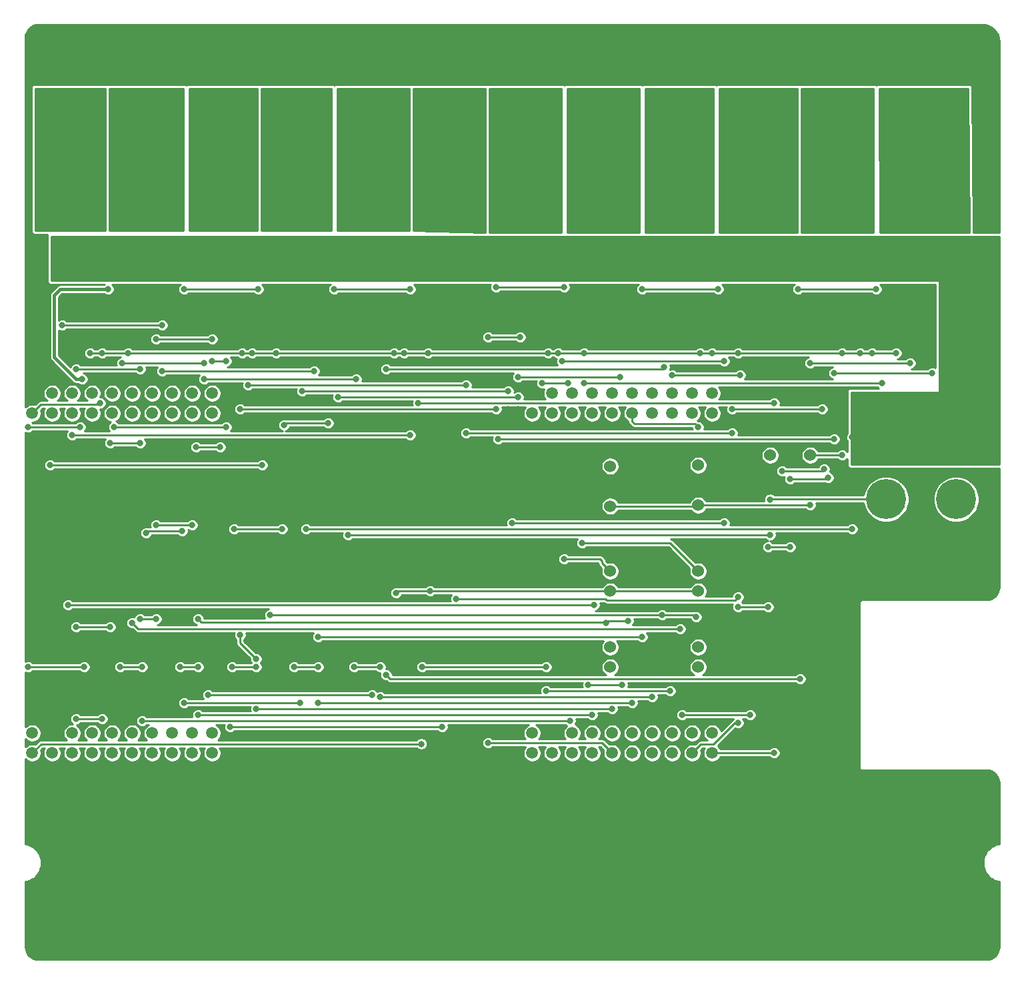
<source format=gbr>
G04 #@! TF.GenerationSoftware,KiCad,Pcbnew,(5.1.4)-1*
G04 #@! TF.CreationDate,2020-12-01T22:34:17-06:00*
G04 #@! TF.ProjectId,ScienceMotorController,53636965-6e63-4654-9d6f-746f72436f6e,rev?*
G04 #@! TF.SameCoordinates,Original*
G04 #@! TF.FileFunction,Copper,L2,Bot*
G04 #@! TF.FilePolarity,Positive*
%FSLAX46Y46*%
G04 Gerber Fmt 4.6, Leading zero omitted, Abs format (unit mm)*
G04 Created by KiCad (PCBNEW (5.1.4)-1) date 2020-12-01 22:34:17*
%MOMM*%
%LPD*%
G04 APERTURE LIST*
%ADD10C,5.080000*%
%ADD11C,1.524000*%
%ADD12C,1.520000*%
%ADD13C,0.800000*%
%ADD14C,0.254000*%
%ADD15C,0.381000*%
G04 APERTURE END LIST*
D10*
X144272000Y-108002000D03*
X144272000Y-100102000D03*
X144272000Y-92202000D03*
X153162000Y-108002000D03*
X153162000Y-100102000D03*
X153162000Y-92202000D03*
X60579000Y-50546000D03*
X68453000Y-50546000D03*
X88138000Y-50546000D03*
X80264000Y-50546000D03*
X107315000Y-50800000D03*
X99441000Y-50800000D03*
X118745000Y-50952400D03*
X126619000Y-50952400D03*
X139065000Y-51079400D03*
X146939000Y-51079400D03*
D11*
X109220000Y-109220000D03*
X109220000Y-111760000D03*
X120396000Y-109220000D03*
X120396000Y-111760000D03*
X109220000Y-121412000D03*
X109220000Y-118872000D03*
X120396000Y-121412000D03*
X120396000Y-118872000D03*
X109220000Y-100965000D03*
X109220000Y-98425000D03*
X109220000Y-95885000D03*
X120396000Y-95758000D03*
X120396000Y-98298000D03*
X120396000Y-100838000D03*
D10*
X41402000Y-50571400D03*
X49276000Y-50571400D03*
D11*
X129540000Y-94488000D03*
X132080000Y-94488000D03*
X134620000Y-94488000D03*
D12*
X99314000Y-132334000D03*
X122174000Y-86614000D03*
X119634000Y-86614000D03*
X112014000Y-86614000D03*
X109474000Y-129794000D03*
X114554000Y-86614000D03*
X117094000Y-86614000D03*
X114554000Y-132334000D03*
X119634000Y-129794000D03*
X109474000Y-86614000D03*
X106934000Y-86614000D03*
X119634000Y-132334000D03*
X114554000Y-129794000D03*
X112014000Y-129794000D03*
X99314000Y-129794000D03*
X101854000Y-129794000D03*
X104394000Y-129794000D03*
X106934000Y-129794000D03*
X117094000Y-129794000D03*
X122174000Y-129794000D03*
X101854000Y-132334000D03*
X104394000Y-132334000D03*
X106934000Y-132334000D03*
X109474000Y-132334000D03*
X112014000Y-132334000D03*
X117094000Y-132334000D03*
X122174000Y-132334000D03*
X99314000Y-89154000D03*
X101854000Y-89154000D03*
X104394000Y-89154000D03*
X106934000Y-89154000D03*
X109474000Y-89154000D03*
X112014000Y-89154000D03*
X114554000Y-89154000D03*
X117094000Y-89154000D03*
X119634000Y-89154000D03*
X122174000Y-89154000D03*
X99314000Y-86614000D03*
X101854000Y-86614000D03*
X104394000Y-86614000D03*
X35814000Y-129794000D03*
X38354000Y-129794000D03*
X40894000Y-129794000D03*
X43434000Y-129794000D03*
X45974000Y-129794000D03*
X48514000Y-129794000D03*
X51054000Y-129794000D03*
X53594000Y-129794000D03*
X56134000Y-129794000D03*
X58674000Y-129794000D03*
X35814000Y-132334000D03*
X38354000Y-132334000D03*
X40894000Y-132334000D03*
X43434000Y-132334000D03*
X45974000Y-132334000D03*
X48514000Y-132334000D03*
X51054000Y-132334000D03*
X53594000Y-132334000D03*
X56134000Y-132334000D03*
X58674000Y-132334000D03*
X35814000Y-89154000D03*
X38354000Y-89154000D03*
X40894000Y-89154000D03*
X43434000Y-89154000D03*
X45974000Y-89154000D03*
X48514000Y-89154000D03*
X51054000Y-89154000D03*
X53594000Y-89154000D03*
X56134000Y-89154000D03*
X58674000Y-89154000D03*
X35814000Y-86614000D03*
X38354000Y-86614000D03*
X40894000Y-86614000D03*
X43434000Y-86614000D03*
X45974000Y-86614000D03*
X48514000Y-86614000D03*
X51054000Y-86614000D03*
X53594000Y-86614000D03*
X56134000Y-86614000D03*
X58674000Y-86614000D03*
D13*
X129540000Y-100111000D03*
X75946000Y-104648000D03*
X129540000Y-104648000D03*
X42418000Y-119634000D03*
X40386000Y-119634000D03*
X40386000Y-124968000D03*
X45466000Y-124968000D03*
X80518000Y-119634000D03*
X89662000Y-119634000D03*
X86614000Y-90424000D03*
X86614000Y-92456000D03*
X86614000Y-96266000D03*
X82804000Y-93218000D03*
X82804000Y-96266000D03*
X38354000Y-84074000D03*
X95504000Y-84836000D03*
X95504000Y-82550000D03*
X95504000Y-80518000D03*
X95504000Y-78232000D03*
X95504000Y-76708000D03*
X97536000Y-77470000D03*
X82804000Y-90424000D03*
X35814000Y-84836000D03*
X40640000Y-81534000D03*
X131572000Y-82804000D03*
X131572000Y-84328000D03*
X137414000Y-77470000D03*
X137414000Y-79502000D03*
X64262000Y-105664000D03*
X66548000Y-105664000D03*
X53340000Y-115316000D03*
X55118000Y-115316000D03*
X64262000Y-117856000D03*
X62992000Y-120396000D03*
X71882000Y-105918000D03*
X77724000Y-100330000D03*
X89662000Y-101854000D03*
X98298000Y-102108000D03*
X90678000Y-107188000D03*
X94488000Y-109474000D03*
X122174000Y-99568000D03*
X122174000Y-97028000D03*
X131826000Y-90678000D03*
X134620000Y-80010000D03*
X134620000Y-78232000D03*
X134620000Y-76708000D03*
X134620000Y-75184000D03*
X96266000Y-88646000D03*
X97536000Y-88646000D03*
X96266000Y-90932000D03*
X97536000Y-90932000D03*
X99314000Y-90932000D03*
X101854000Y-90932000D03*
X134620000Y-100838000D03*
X44704000Y-81534000D03*
X48006000Y-81534000D03*
X43180000Y-81534000D03*
X62484000Y-81534000D03*
X63754000Y-81534000D03*
X66802000Y-81534000D03*
X81788000Y-81534000D03*
X83058000Y-81534000D03*
X86106000Y-81534000D03*
X101346000Y-81534000D03*
X102616000Y-81534000D03*
X105918000Y-81534000D03*
X120650000Y-81534000D03*
X122174000Y-81534000D03*
X125476000Y-81534000D03*
X140970000Y-81534000D03*
X142494000Y-81534000D03*
X145542000Y-81534000D03*
X82042000Y-112014000D03*
X138684000Y-94488000D03*
X138684000Y-81534000D03*
X86360000Y-111760000D03*
X85224501Y-131183499D03*
X106934000Y-127508000D03*
X56896000Y-127508000D03*
X56896000Y-121412000D03*
X54610000Y-121412000D03*
X109474000Y-126746000D03*
X64262000Y-126746000D03*
X64262000Y-121412000D03*
X61214000Y-121412000D03*
X112014000Y-125984000D03*
X72136000Y-125984000D03*
X72136000Y-121412000D03*
X69088000Y-121412000D03*
X114554000Y-125222000D03*
X80010000Y-125222000D03*
X80010000Y-121412000D03*
X76708000Y-121412000D03*
X85344000Y-121412000D03*
X101092000Y-121412000D03*
X101092000Y-124460000D03*
X116840000Y-124460000D03*
X104140000Y-128235000D03*
X49784000Y-128270000D03*
X49784000Y-121412000D03*
X46990000Y-121412000D03*
X138684000Y-71120000D03*
X143256000Y-67564000D03*
X138684000Y-67564000D03*
X140970000Y-69342000D03*
X143256000Y-71120000D03*
X138684000Y-69342000D03*
X140970000Y-71120000D03*
X143256000Y-69342000D03*
X140970000Y-67564000D03*
X145288000Y-71120000D03*
X147574000Y-67564000D03*
X147574000Y-69342000D03*
X145288000Y-69342000D03*
X145288000Y-67564000D03*
X147574000Y-71120000D03*
X118364000Y-71120000D03*
X122936000Y-67564000D03*
X118364000Y-67564000D03*
X120650000Y-69342000D03*
X122936000Y-71120000D03*
X118364000Y-69342000D03*
X120650000Y-71120000D03*
X122936000Y-69342000D03*
X120650000Y-67564000D03*
X124968000Y-71120000D03*
X127254000Y-67564000D03*
X127254000Y-69342000D03*
X124968000Y-69342000D03*
X124968000Y-67564000D03*
X127254000Y-71120000D03*
X99060000Y-71120000D03*
X103632000Y-67564000D03*
X99060000Y-67564000D03*
X101346000Y-69342000D03*
X103632000Y-71120000D03*
X99060000Y-69342000D03*
X101346000Y-71120000D03*
X103632000Y-69342000D03*
X101346000Y-67564000D03*
X105664000Y-71120000D03*
X107950000Y-67564000D03*
X107950000Y-69342000D03*
X105664000Y-69342000D03*
X105664000Y-67564000D03*
X107950000Y-71120000D03*
X79502000Y-71120000D03*
X84074000Y-67564000D03*
X79502000Y-67564000D03*
X81788000Y-69342000D03*
X84074000Y-71120000D03*
X79502000Y-69342000D03*
X81788000Y-71120000D03*
X84074000Y-69342000D03*
X81788000Y-67564000D03*
X86106000Y-71120000D03*
X88392000Y-67564000D03*
X88392000Y-69342000D03*
X86106000Y-69342000D03*
X86106000Y-67564000D03*
X88392000Y-71120000D03*
X60198000Y-71120000D03*
X64770000Y-67564000D03*
X60198000Y-67564000D03*
X62484000Y-69342000D03*
X64770000Y-71120000D03*
X60198000Y-69342000D03*
X62484000Y-71120000D03*
X64770000Y-69342000D03*
X62484000Y-67564000D03*
X66802000Y-71120000D03*
X69088000Y-67564000D03*
X69088000Y-69342000D03*
X66802000Y-69342000D03*
X66802000Y-67564000D03*
X69088000Y-71120000D03*
X47498000Y-71120000D03*
X49784000Y-67564000D03*
X49784000Y-69342000D03*
X47498000Y-69342000D03*
X47498000Y-67564000D03*
X49784000Y-71120000D03*
X40894000Y-71120000D03*
X43180000Y-71120000D03*
X40894000Y-69342000D03*
X45466000Y-67564000D03*
X45466000Y-69342000D03*
X43180000Y-69342000D03*
X43180000Y-67564000D03*
X45466000Y-71120000D03*
X40894000Y-67564000D03*
X139954000Y-92202000D03*
X139954000Y-103886000D03*
X70612000Y-103886000D03*
X58166000Y-65024000D03*
X60452000Y-65024000D03*
X58166000Y-63246000D03*
X62738000Y-61468000D03*
X62738000Y-63246000D03*
X60452000Y-63246000D03*
X60452000Y-61468000D03*
X62738000Y-65024000D03*
X58166000Y-61468000D03*
X47244000Y-82804000D03*
X57658000Y-82804000D03*
X66548000Y-65024000D03*
X68834000Y-65024000D03*
X66548000Y-63246000D03*
X71120000Y-61468000D03*
X71120000Y-63246000D03*
X68834000Y-63246000D03*
X68834000Y-61468000D03*
X71120000Y-65024000D03*
X66548000Y-61468000D03*
X52324000Y-83820000D03*
X71628000Y-83820000D03*
X77470000Y-65024000D03*
X79756000Y-65024000D03*
X77470000Y-63246000D03*
X82042000Y-61468000D03*
X82042000Y-63246000D03*
X79756000Y-63246000D03*
X79756000Y-61468000D03*
X82042000Y-65024000D03*
X77470000Y-61468000D03*
X57658000Y-84836000D03*
X76962000Y-84836000D03*
X85852000Y-65024000D03*
X88138000Y-65024000D03*
X85852000Y-63246000D03*
X90424000Y-61468000D03*
X90424000Y-63246000D03*
X88138000Y-63246000D03*
X88138000Y-61468000D03*
X90424000Y-65024000D03*
X85852000Y-61468000D03*
X63246000Y-85598000D03*
X90932000Y-85598000D03*
X97028000Y-65024000D03*
X99314000Y-65024000D03*
X97028000Y-63246000D03*
X101600000Y-61468000D03*
X101600000Y-63246000D03*
X99314000Y-63246000D03*
X99314000Y-61468000D03*
X101600000Y-65024000D03*
X97028000Y-61468000D03*
X70104000Y-86360000D03*
X96266000Y-86360000D03*
X105410000Y-65024000D03*
X107696000Y-65024000D03*
X105410000Y-63246000D03*
X109982000Y-61468000D03*
X109982000Y-63246000D03*
X107696000Y-63246000D03*
X107696000Y-61468000D03*
X109982000Y-65024000D03*
X105410000Y-61468000D03*
X74676000Y-87122000D03*
X97536000Y-87122000D03*
X97536000Y-84582000D03*
X110490000Y-84582000D03*
X124968000Y-65024000D03*
X127254000Y-65024000D03*
X124968000Y-63246000D03*
X129540000Y-61468000D03*
X129540000Y-63246000D03*
X127254000Y-63246000D03*
X127254000Y-61468000D03*
X129540000Y-65024000D03*
X124968000Y-61468000D03*
X130048000Y-87884000D03*
X84836000Y-87884000D03*
X116586000Y-65024000D03*
X118872000Y-65024000D03*
X116586000Y-63246000D03*
X121158000Y-61468000D03*
X121158000Y-63246000D03*
X118872000Y-63246000D03*
X118872000Y-61468000D03*
X121158000Y-65024000D03*
X116586000Y-61468000D03*
X80772000Y-83566000D03*
X116078000Y-83312000D03*
X40386000Y-113538000D03*
X107188000Y-113538000D03*
X103378000Y-107696000D03*
X48514000Y-115824000D03*
X118110000Y-116586000D03*
X105664000Y-105664000D03*
X56896000Y-115316000D03*
X108712000Y-115824000D03*
X111506000Y-115570000D03*
X66040000Y-114808000D03*
X120142000Y-115062000D03*
X115824000Y-114808000D03*
X120396000Y-90932000D03*
X117094000Y-84328000D03*
X125730000Y-84328000D03*
X125476000Y-112522000D03*
X89662000Y-112776000D03*
X96774000Y-103124000D03*
X123698000Y-103124000D03*
X64516000Y-73406000D03*
X55118000Y-73406000D03*
X54864000Y-104140000D03*
X50292000Y-104394000D03*
X59690000Y-93472000D03*
X56642000Y-93472000D03*
X56134000Y-103378000D03*
X51562000Y-103378000D03*
X51562000Y-115316000D03*
X49530000Y-115316000D03*
X65024000Y-95758000D03*
X38100000Y-95758000D03*
X69850000Y-125984000D03*
X55118000Y-125984000D03*
X83820000Y-73406000D03*
X74168000Y-73406000D03*
X73406000Y-90424000D03*
X67818000Y-90678000D03*
X67564000Y-103886000D03*
X61468000Y-103886000D03*
X58166000Y-124968000D03*
X78994000Y-124968000D03*
X40894000Y-91948000D03*
X83820000Y-91948000D03*
X87884000Y-129032000D03*
X60960000Y-129032000D03*
X62230000Y-88646000D03*
X94742000Y-88646000D03*
X94742000Y-73152000D03*
X103378000Y-73152000D03*
X62230000Y-117348000D03*
X64262000Y-120396000D03*
X97790000Y-79502000D03*
X93726000Y-79502000D03*
X93726000Y-131064000D03*
X103886000Y-85344000D03*
X100584000Y-85344000D03*
X106426000Y-123698000D03*
X110744000Y-123698000D03*
X122936000Y-73406000D03*
X113284000Y-73406000D03*
X113284000Y-117602000D03*
X72136000Y-117602000D03*
X103124000Y-82550000D03*
X123698000Y-82550000D03*
X127000000Y-127508000D03*
X118364000Y-127508000D03*
X143002000Y-73406000D03*
X133096000Y-73406000D03*
X133350000Y-122936000D03*
X80772000Y-122428000D03*
X125476000Y-128524000D03*
X125476000Y-113792000D03*
X129286000Y-113792000D03*
X129286000Y-106172000D03*
X132080000Y-106172000D03*
X132080000Y-97536000D03*
X136906000Y-97341962D03*
X105918000Y-85344000D03*
X143764000Y-85344000D03*
X130048000Y-132334000D03*
X131064000Y-96520000D03*
X136398000Y-96266000D03*
X134620000Y-82804000D03*
X147320000Y-82804000D03*
X45466000Y-73406000D03*
X42164000Y-84836000D03*
X41910000Y-90932000D03*
X35306000Y-90932000D03*
X35306000Y-121412000D03*
X42418000Y-121412000D03*
X41402000Y-83566000D03*
X49530000Y-83566000D03*
X49530000Y-92964000D03*
X45720000Y-92964000D03*
X45720000Y-116332000D03*
X41402000Y-116332000D03*
X41402000Y-128016000D03*
X44704000Y-128016000D03*
X44450000Y-87884000D03*
X46228000Y-90932000D03*
X60452000Y-90932000D03*
X60452000Y-82550000D03*
X58674000Y-82550000D03*
X58674000Y-79756000D03*
X51562000Y-79756000D03*
X136652000Y-65024000D03*
X138938000Y-65024000D03*
X136652000Y-63246000D03*
X141224000Y-61468000D03*
X141224000Y-63246000D03*
X138938000Y-63246000D03*
X138938000Y-61468000D03*
X141224000Y-65024000D03*
X136652000Y-61468000D03*
X136144000Y-88646000D03*
X124714000Y-88646000D03*
X124714000Y-91694000D03*
X90932000Y-91694000D03*
X145034000Y-65024000D03*
X147320000Y-65024000D03*
X145034000Y-63246000D03*
X149606000Y-61468000D03*
X149606000Y-63246000D03*
X147320000Y-63246000D03*
X147320000Y-61468000D03*
X149606000Y-65024000D03*
X145034000Y-61468000D03*
X94996000Y-92456000D03*
X137668000Y-92456000D03*
X137668000Y-84074000D03*
X150114000Y-84074000D03*
X43434000Y-65024000D03*
X41148000Y-65024000D03*
X38862000Y-63246000D03*
X43434000Y-63246000D03*
X41148000Y-61468000D03*
X38862000Y-61468000D03*
X43434000Y-61468000D03*
X41148000Y-63246000D03*
X38862000Y-65024000D03*
X39624000Y-77978000D03*
X52324000Y-77978000D03*
X47244000Y-65024000D03*
X49530000Y-65024000D03*
X47244000Y-63246000D03*
X51816000Y-61468000D03*
X51816000Y-63246000D03*
X49530000Y-63246000D03*
X49530000Y-61468000D03*
X51816000Y-65024000D03*
X47244000Y-61468000D03*
D14*
X144272000Y-100102000D02*
X129549000Y-100102000D01*
X129549000Y-100102000D02*
X129540000Y-100111000D01*
X75946000Y-104648000D02*
X129540000Y-104648000D01*
X42418000Y-119634000D02*
X40386000Y-119634000D01*
X40386000Y-124968000D02*
X45466000Y-124968000D01*
X80518000Y-119634000D02*
X89662000Y-119634000D01*
X120269000Y-100965000D02*
X120396000Y-100838000D01*
X109220000Y-100965000D02*
X120269000Y-100965000D01*
X110297630Y-111760000D02*
X120396000Y-111760000D01*
X109220000Y-111760000D02*
X110297630Y-111760000D01*
X120396000Y-100838000D02*
X134620000Y-100838000D01*
X44704000Y-81534000D02*
X48006000Y-81534000D01*
X44704000Y-81534000D02*
X43180000Y-81534000D01*
X48006000Y-81534000D02*
X62484000Y-81534000D01*
X62484000Y-81534000D02*
X63754000Y-81534000D01*
X63754000Y-81534000D02*
X66802000Y-81534000D01*
X66802000Y-81534000D02*
X81788000Y-81534000D01*
X81788000Y-81534000D02*
X83058000Y-81534000D01*
X83058000Y-81534000D02*
X86106000Y-81534000D01*
X86106000Y-81534000D02*
X101346000Y-81534000D01*
X101346000Y-81534000D02*
X102616000Y-81534000D01*
X102616000Y-81534000D02*
X105918000Y-81534000D01*
X105918000Y-81534000D02*
X120650000Y-81534000D01*
X120650000Y-81534000D02*
X122174000Y-81534000D01*
X122174000Y-81534000D02*
X125476000Y-81534000D01*
X140970000Y-81534000D02*
X142494000Y-81534000D01*
X142494000Y-81534000D02*
X145542000Y-81534000D01*
X109220000Y-111760000D02*
X86360000Y-111760000D01*
X82296000Y-111760000D02*
X82042000Y-112014000D01*
X134620000Y-94488000D02*
X138684000Y-94488000D01*
X125476000Y-81534000D02*
X138684000Y-81534000D01*
X138684000Y-81534000D02*
X140970000Y-81534000D01*
X86360000Y-111760000D02*
X82296000Y-111760000D01*
X36964501Y-131183499D02*
X35814000Y-132334000D01*
X85224501Y-131183499D02*
X36964501Y-131183499D01*
X106934000Y-127508000D02*
X56896000Y-127508000D01*
X56896000Y-121412000D02*
X54610000Y-121412000D01*
X109474000Y-126746000D02*
X64262000Y-126746000D01*
X64262000Y-121412000D02*
X61214000Y-121412000D01*
X112014000Y-125984000D02*
X72136000Y-125984000D01*
X72136000Y-121412000D02*
X69088000Y-121412000D01*
X114554000Y-125222000D02*
X80010000Y-125222000D01*
X80010000Y-121412000D02*
X76708000Y-121412000D01*
X85344000Y-121412000D02*
X101092000Y-121412000D01*
X101092000Y-124460000D02*
X116840000Y-124460000D01*
X104140000Y-128235000D02*
X49819000Y-128235000D01*
X49819000Y-128235000D02*
X49784000Y-128270000D01*
X49784000Y-121412000D02*
X46990000Y-121412000D01*
X144272000Y-92202000D02*
X140679898Y-92202000D01*
X140679898Y-92202000D02*
X139954000Y-92202000D01*
X139954000Y-103886000D02*
X70612000Y-103886000D01*
X70612000Y-103886000D02*
X70612000Y-103886000D01*
X47244000Y-82804000D02*
X57658000Y-82804000D01*
X52324000Y-83820000D02*
X71628000Y-83820000D01*
X57658000Y-84836000D02*
X76962000Y-84836000D01*
X63246000Y-85598000D02*
X90932000Y-85598000D01*
X70104000Y-86360000D02*
X96266000Y-86360000D01*
X74676000Y-87122000D02*
X97536000Y-87122000D01*
X97536000Y-84582000D02*
X110490000Y-84582000D01*
X130048000Y-87884000D02*
X84836000Y-87884000D01*
X80772000Y-83566000D02*
X115824000Y-83566000D01*
X115824000Y-83566000D02*
X116078000Y-83312000D01*
X40386000Y-113538000D02*
X107188000Y-113538000D01*
X103378000Y-107696000D02*
X107950000Y-107696000D01*
X107950000Y-107696000D02*
X108204000Y-107950000D01*
X108204000Y-108204000D02*
X109220000Y-109220000D01*
X108204000Y-107950000D02*
X108204000Y-108204000D01*
X48514000Y-115824000D02*
X49276000Y-116586000D01*
X49276000Y-116586000D02*
X118110000Y-116586000D01*
X120396000Y-109220000D02*
X116840000Y-105664000D01*
X116840000Y-105664000D02*
X105664000Y-105664000D01*
X108603999Y-115715999D02*
X108712000Y-115824000D01*
X56896000Y-115316000D02*
X57295999Y-115715999D01*
X57295999Y-115715999D02*
X108603999Y-115715999D01*
X108966000Y-115570000D02*
X108712000Y-115824000D01*
X111506000Y-115570000D02*
X108966000Y-115570000D01*
X119888000Y-114808000D02*
X120142000Y-115062000D01*
X66040000Y-114808000D02*
X115824000Y-114808000D01*
X115824000Y-114808000D02*
X119888000Y-114808000D01*
X112014000Y-90228802D02*
X112014000Y-89154000D01*
X112317199Y-90532001D02*
X112014000Y-90228802D01*
X119996001Y-90532001D02*
X112317199Y-90532001D01*
X120396000Y-90932000D02*
X119996001Y-90532001D01*
X117094000Y-84328000D02*
X125730000Y-84328000D01*
X108624278Y-112776000D02*
X89662000Y-112776000D01*
X108770277Y-112921999D02*
X108624278Y-112776000D01*
X125476000Y-112522000D02*
X125076001Y-112921999D01*
X125076001Y-112921999D02*
X108770277Y-112921999D01*
X96774000Y-103124000D02*
X123698000Y-103124000D01*
X64516000Y-73406000D02*
X55118000Y-73406000D01*
X54864000Y-104140000D02*
X50546000Y-104140000D01*
X50546000Y-104140000D02*
X50292000Y-104394000D01*
X59690000Y-93472000D02*
X56642000Y-93472000D01*
X56134000Y-103378000D02*
X51562000Y-103378000D01*
X51562000Y-115316000D02*
X49530000Y-115316000D01*
X65024000Y-95758000D02*
X38100000Y-95758000D01*
X69850000Y-125984000D02*
X55118000Y-125984000D01*
X83820000Y-73406000D02*
X74168000Y-73406000D01*
X73406000Y-90424000D02*
X68072000Y-90424000D01*
X68072000Y-90424000D02*
X67818000Y-90678000D01*
X67564000Y-103886000D02*
X61468000Y-103886000D01*
X58166000Y-124968000D02*
X78994000Y-124968000D01*
X40894000Y-91948000D02*
X83820000Y-91948000D01*
X87884000Y-129032000D02*
X60960000Y-129032000D01*
X62992000Y-88646000D02*
X94742000Y-88646000D01*
X94742000Y-73152000D02*
X103378000Y-73152000D01*
X62992000Y-88646000D02*
X62230000Y-88646000D01*
X62230000Y-117348000D02*
X62230000Y-118364000D01*
X62230000Y-118364000D02*
X64262000Y-120396000D01*
X97790000Y-79502000D02*
X93726000Y-79502000D01*
X108204000Y-131064000D02*
X109474000Y-132334000D01*
X93726000Y-131064000D02*
X108204000Y-131064000D01*
X103886000Y-85344000D02*
X100584000Y-85344000D01*
X106426000Y-123698000D02*
X110744000Y-123698000D01*
X122936000Y-73406000D02*
X113284000Y-73406000D01*
X113284000Y-117602000D02*
X88900000Y-117602000D01*
X88900000Y-117602000D02*
X73660000Y-117602000D01*
X73660000Y-117602000D02*
X72136000Y-117602000D01*
X103124000Y-82550000D02*
X123698000Y-82550000D01*
X127000000Y-127508000D02*
X118364000Y-127508000D01*
X143002000Y-73406000D02*
X133096000Y-73406000D01*
X133350000Y-122936000D02*
X81280000Y-122936000D01*
X81280000Y-122936000D02*
X80772000Y-122428000D01*
X120393999Y-131574001D02*
X119634000Y-132334000D01*
X120721001Y-131246999D02*
X120393999Y-131574001D01*
X125052762Y-128524000D02*
X125476000Y-128524000D01*
X120721001Y-131246999D02*
X122329763Y-131246999D01*
X122329763Y-131246999D02*
X125052762Y-128524000D01*
X125476000Y-113792000D02*
X129286000Y-113792000D01*
X129286000Y-106172000D02*
X132080000Y-106172000D01*
X132080000Y-97536000D02*
X136711962Y-97536000D01*
X136711962Y-97536000D02*
X136906000Y-97341962D01*
X105918000Y-85344000D02*
X143764000Y-85344000D01*
X122428000Y-132080000D02*
X122174000Y-132334000D01*
X122174000Y-132334000D02*
X130048000Y-132334000D01*
X131064000Y-96520000D02*
X136144000Y-96520000D01*
X136144000Y-96520000D02*
X136398000Y-96266000D01*
X134620000Y-82804000D02*
X147320000Y-82804000D01*
X41910000Y-90932000D02*
X37338000Y-90932000D01*
D15*
X42164000Y-84836000D02*
X41402000Y-84836000D01*
X41402000Y-84836000D02*
X38608000Y-82042000D01*
X38608000Y-82042000D02*
X38608000Y-74168000D01*
X39370000Y-73406000D02*
X45466000Y-73406000D01*
X38608000Y-74168000D02*
X39370000Y-73406000D01*
D14*
X37338000Y-90932000D02*
X35306000Y-90932000D01*
X35306000Y-121412000D02*
X42418000Y-121412000D01*
X41402000Y-83566000D02*
X49530000Y-83566000D01*
X49530000Y-92964000D02*
X45720000Y-92964000D01*
X45720000Y-116332000D02*
X41402000Y-116332000D01*
X41402000Y-128016000D02*
X44704000Y-128016000D01*
X44267001Y-88066999D02*
X44450000Y-87884000D01*
X35814000Y-89154000D02*
X36901001Y-88066999D01*
X36901001Y-88066999D02*
X44267001Y-88066999D01*
X46228000Y-90932000D02*
X60452000Y-90932000D01*
X60452000Y-82550000D02*
X58674000Y-82550000D01*
X58674000Y-79756000D02*
X51562000Y-79756000D01*
X136144000Y-88646000D02*
X124714000Y-88646000D01*
X124714000Y-91694000D02*
X90932000Y-91694000D01*
X94996000Y-92456000D02*
X137668000Y-92456000D01*
X137668000Y-84074000D02*
X150114000Y-84074000D01*
X39624000Y-77978000D02*
X52324000Y-77978000D01*
G36*
X156878115Y-39818551D02*
G01*
X157276462Y-39938819D01*
X157643864Y-40134170D01*
X157966317Y-40397157D01*
X158231553Y-40717773D01*
X158429460Y-41083795D01*
X158552506Y-41481291D01*
X158598000Y-41914137D01*
X158598001Y-44938059D01*
X158598000Y-49002059D01*
X158596036Y-49022000D01*
X158598001Y-49041951D01*
X158598000Y-66167000D01*
X155320139Y-66167000D01*
X155193991Y-47749390D01*
X155186679Y-47677671D01*
X155164998Y-47606198D01*
X155129790Y-47540328D01*
X155082408Y-47482592D01*
X155024672Y-47435210D01*
X154958802Y-47400002D01*
X154887329Y-47378321D01*
X154813000Y-47371000D01*
X143256000Y-47371000D01*
X143179113Y-47378839D01*
X143107790Y-47401009D01*
X143042163Y-47436667D01*
X143002087Y-47470019D01*
X142959672Y-47435210D01*
X142893802Y-47400002D01*
X142822329Y-47378321D01*
X142748000Y-47371000D01*
X133350000Y-47371000D01*
X133275671Y-47378321D01*
X133223000Y-47394299D01*
X133170329Y-47378321D01*
X133096000Y-47371000D01*
X122936000Y-47371000D01*
X122861671Y-47378321D01*
X122790198Y-47400002D01*
X122724328Y-47435210D01*
X122682000Y-47469947D01*
X122639672Y-47435210D01*
X122573802Y-47400002D01*
X122502329Y-47378321D01*
X122428000Y-47371000D01*
X113538000Y-47371000D01*
X113463671Y-47378321D01*
X113392198Y-47400002D01*
X113326328Y-47435210D01*
X113284000Y-47469947D01*
X113241672Y-47435210D01*
X113175802Y-47400002D01*
X113104329Y-47378321D01*
X113030000Y-47371000D01*
X103632000Y-47371000D01*
X103557671Y-47378321D01*
X103486198Y-47400002D01*
X103420328Y-47435210D01*
X103378000Y-47469947D01*
X103335672Y-47435210D01*
X103269802Y-47400002D01*
X103198329Y-47378321D01*
X103124000Y-47371000D01*
X93726000Y-47371000D01*
X93651671Y-47378321D01*
X93599000Y-47394299D01*
X93546329Y-47378321D01*
X93472000Y-47371000D01*
X84074000Y-47371000D01*
X83999671Y-47378321D01*
X83947000Y-47394299D01*
X83894329Y-47378321D01*
X83820000Y-47371000D01*
X74422000Y-47371000D01*
X74347671Y-47378321D01*
X74276198Y-47400002D01*
X74210328Y-47435210D01*
X74168000Y-47469947D01*
X74125672Y-47435210D01*
X74059802Y-47400002D01*
X73988329Y-47378321D01*
X73914000Y-47371000D01*
X64770000Y-47371000D01*
X64695671Y-47378321D01*
X64643000Y-47394299D01*
X64590329Y-47378321D01*
X64516000Y-47371000D01*
X55626000Y-47371000D01*
X55551671Y-47378321D01*
X55480198Y-47400002D01*
X55414328Y-47435210D01*
X55372000Y-47469947D01*
X55329672Y-47435210D01*
X55263802Y-47400002D01*
X55192329Y-47378321D01*
X55118000Y-47371000D01*
X45466000Y-47371000D01*
X45391671Y-47378321D01*
X45339000Y-47394299D01*
X45286329Y-47378321D01*
X45212000Y-47371000D01*
X36068000Y-47371000D01*
X35993671Y-47378321D01*
X35922198Y-47400002D01*
X35856328Y-47435210D01*
X35798592Y-47482592D01*
X35751210Y-47540328D01*
X35716002Y-47606198D01*
X35694321Y-47677671D01*
X35687000Y-47752000D01*
X35687000Y-66040000D01*
X35694321Y-66114329D01*
X35716002Y-66185802D01*
X35751210Y-66251672D01*
X35798592Y-66309408D01*
X35856328Y-66356790D01*
X35922198Y-66391998D01*
X35993671Y-66413679D01*
X36068000Y-66421000D01*
X37742299Y-66421000D01*
X37726321Y-66473671D01*
X37719000Y-66548000D01*
X37719000Y-72390000D01*
X37726321Y-72464329D01*
X37748002Y-72535802D01*
X37783210Y-72601672D01*
X37830592Y-72659408D01*
X37888328Y-72706790D01*
X37954198Y-72741998D01*
X38025671Y-72763679D01*
X38100000Y-72771000D01*
X45010582Y-72771000D01*
X44968141Y-72799358D01*
X44932999Y-72834500D01*
X39398074Y-72834500D01*
X39370000Y-72831735D01*
X39257966Y-72842769D01*
X39150238Y-72875448D01*
X39050955Y-72928516D01*
X39043787Y-72934399D01*
X38963933Y-72999933D01*
X38946038Y-73021738D01*
X38223743Y-73744035D01*
X38201934Y-73761933D01*
X38178686Y-73790261D01*
X38130516Y-73848956D01*
X38077448Y-73948239D01*
X38044769Y-74055967D01*
X38033735Y-74168000D01*
X38036501Y-74196084D01*
X38036500Y-82013926D01*
X38033735Y-82042000D01*
X38036500Y-82070073D01*
X38044769Y-82154033D01*
X38077448Y-82261761D01*
X38130516Y-82361044D01*
X38201933Y-82448067D01*
X38223748Y-82465970D01*
X40978034Y-85220257D01*
X40995933Y-85242067D01*
X41075787Y-85307601D01*
X41082955Y-85313484D01*
X41182238Y-85366552D01*
X41289966Y-85399231D01*
X41402000Y-85410265D01*
X41430074Y-85407500D01*
X41630999Y-85407500D01*
X41666141Y-85442642D01*
X41794058Y-85528113D01*
X41936191Y-85586987D01*
X42087078Y-85617000D01*
X42240922Y-85617000D01*
X42391809Y-85586987D01*
X42533942Y-85528113D01*
X42661859Y-85442642D01*
X42770642Y-85333859D01*
X42856113Y-85205942D01*
X42914987Y-85063809D01*
X42945000Y-84912922D01*
X42945000Y-84759078D01*
X42914987Y-84608191D01*
X42856113Y-84466058D01*
X42770642Y-84338141D01*
X42661859Y-84229358D01*
X42533942Y-84143887D01*
X42391809Y-84085013D01*
X42336442Y-84074000D01*
X48933499Y-84074000D01*
X49032141Y-84172642D01*
X49160058Y-84258113D01*
X49302191Y-84316987D01*
X49453078Y-84347000D01*
X49606922Y-84347000D01*
X49757809Y-84316987D01*
X49899942Y-84258113D01*
X50027859Y-84172642D01*
X50136642Y-84063859D01*
X50222113Y-83935942D01*
X50280987Y-83793809D01*
X50311000Y-83642922D01*
X50311000Y-83489078D01*
X50280987Y-83338191D01*
X50270138Y-83312000D01*
X51727499Y-83312000D01*
X51717358Y-83322141D01*
X51631887Y-83450058D01*
X51573013Y-83592191D01*
X51543000Y-83743078D01*
X51543000Y-83896922D01*
X51573013Y-84047809D01*
X51631887Y-84189942D01*
X51717358Y-84317859D01*
X51826141Y-84426642D01*
X51954058Y-84512113D01*
X52096191Y-84570987D01*
X52247078Y-84601000D01*
X52400922Y-84601000D01*
X52551809Y-84570987D01*
X52693942Y-84512113D01*
X52821859Y-84426642D01*
X52920501Y-84328000D01*
X57061499Y-84328000D01*
X57051358Y-84338141D01*
X56965887Y-84466058D01*
X56907013Y-84608191D01*
X56877000Y-84759078D01*
X56877000Y-84912922D01*
X56907013Y-85063809D01*
X56965887Y-85205942D01*
X57051358Y-85333859D01*
X57160141Y-85442642D01*
X57288058Y-85528113D01*
X57430191Y-85586987D01*
X57581078Y-85617000D01*
X57734922Y-85617000D01*
X57885809Y-85586987D01*
X58027942Y-85528113D01*
X58155859Y-85442642D01*
X58254501Y-85344000D01*
X62505862Y-85344000D01*
X62495013Y-85370191D01*
X62465000Y-85521078D01*
X62465000Y-85674922D01*
X62495013Y-85825809D01*
X62553887Y-85967942D01*
X62639358Y-86095859D01*
X62748141Y-86204642D01*
X62876058Y-86290113D01*
X63018191Y-86348987D01*
X63169078Y-86379000D01*
X63322922Y-86379000D01*
X63473809Y-86348987D01*
X63615942Y-86290113D01*
X63743859Y-86204642D01*
X63842501Y-86106000D01*
X69363862Y-86106000D01*
X69353013Y-86132191D01*
X69323000Y-86283078D01*
X69323000Y-86436922D01*
X69353013Y-86587809D01*
X69411887Y-86729942D01*
X69497358Y-86857859D01*
X69606141Y-86966642D01*
X69734058Y-87052113D01*
X69876191Y-87110987D01*
X70027078Y-87141000D01*
X70180922Y-87141000D01*
X70331809Y-87110987D01*
X70473942Y-87052113D01*
X70601859Y-86966642D01*
X70700501Y-86868000D01*
X73935862Y-86868000D01*
X73925013Y-86894191D01*
X73895000Y-87045078D01*
X73895000Y-87198922D01*
X73925013Y-87349809D01*
X73983887Y-87491942D01*
X74069358Y-87619859D01*
X74178141Y-87728642D01*
X74306058Y-87814113D01*
X74448191Y-87872987D01*
X74599078Y-87903000D01*
X74752922Y-87903000D01*
X74903809Y-87872987D01*
X75045942Y-87814113D01*
X75173859Y-87728642D01*
X75272501Y-87630000D01*
X84095862Y-87630000D01*
X84085013Y-87656191D01*
X84055000Y-87807078D01*
X84055000Y-87960922D01*
X84085013Y-88111809D01*
X84095862Y-88138000D01*
X62826501Y-88138000D01*
X62727859Y-88039358D01*
X62599942Y-87953887D01*
X62457809Y-87895013D01*
X62306922Y-87865000D01*
X62153078Y-87865000D01*
X62002191Y-87895013D01*
X61860058Y-87953887D01*
X61732141Y-88039358D01*
X61623358Y-88148141D01*
X61537887Y-88276058D01*
X61479013Y-88418191D01*
X61449000Y-88569078D01*
X61449000Y-88722922D01*
X61479013Y-88873809D01*
X61537887Y-89015942D01*
X61623358Y-89143859D01*
X61732141Y-89252642D01*
X61860058Y-89338113D01*
X62002191Y-89396987D01*
X62153078Y-89427000D01*
X62306922Y-89427000D01*
X62457809Y-89396987D01*
X62599942Y-89338113D01*
X62727859Y-89252642D01*
X62826501Y-89154000D01*
X94145499Y-89154000D01*
X94244141Y-89252642D01*
X94372058Y-89338113D01*
X94514191Y-89396987D01*
X94665078Y-89427000D01*
X94818922Y-89427000D01*
X94969809Y-89396987D01*
X95111942Y-89338113D01*
X95239859Y-89252642D01*
X95348642Y-89143859D01*
X95434113Y-89015942D01*
X95492987Y-88873809D01*
X95523000Y-88722922D01*
X95523000Y-88569078D01*
X95492987Y-88418191D01*
X95482138Y-88392000D01*
X98462382Y-88392000D01*
X98427727Y-88426655D01*
X98302859Y-88613534D01*
X98216848Y-88821183D01*
X98173000Y-89041621D01*
X98173000Y-89266379D01*
X98216848Y-89486817D01*
X98302859Y-89694466D01*
X98427727Y-89881345D01*
X98586655Y-90040273D01*
X98773534Y-90165141D01*
X98981183Y-90251152D01*
X99201621Y-90295000D01*
X99426379Y-90295000D01*
X99646817Y-90251152D01*
X99854466Y-90165141D01*
X100041345Y-90040273D01*
X100200273Y-89881345D01*
X100325141Y-89694466D01*
X100411152Y-89486817D01*
X100455000Y-89266379D01*
X100455000Y-89041621D01*
X100411152Y-88821183D01*
X100325141Y-88613534D01*
X100200273Y-88426655D01*
X100165618Y-88392000D01*
X101002382Y-88392000D01*
X100967727Y-88426655D01*
X100842859Y-88613534D01*
X100756848Y-88821183D01*
X100713000Y-89041621D01*
X100713000Y-89266379D01*
X100756848Y-89486817D01*
X100842859Y-89694466D01*
X100967727Y-89881345D01*
X101126655Y-90040273D01*
X101313534Y-90165141D01*
X101521183Y-90251152D01*
X101741621Y-90295000D01*
X101966379Y-90295000D01*
X102186817Y-90251152D01*
X102394466Y-90165141D01*
X102581345Y-90040273D01*
X102740273Y-89881345D01*
X102865141Y-89694466D01*
X102951152Y-89486817D01*
X102995000Y-89266379D01*
X102995000Y-89041621D01*
X102951152Y-88821183D01*
X102865141Y-88613534D01*
X102740273Y-88426655D01*
X102705618Y-88392000D01*
X103542382Y-88392000D01*
X103507727Y-88426655D01*
X103382859Y-88613534D01*
X103296848Y-88821183D01*
X103253000Y-89041621D01*
X103253000Y-89266379D01*
X103296848Y-89486817D01*
X103382859Y-89694466D01*
X103507727Y-89881345D01*
X103666655Y-90040273D01*
X103853534Y-90165141D01*
X104061183Y-90251152D01*
X104281621Y-90295000D01*
X104506379Y-90295000D01*
X104726817Y-90251152D01*
X104934466Y-90165141D01*
X105121345Y-90040273D01*
X105280273Y-89881345D01*
X105405141Y-89694466D01*
X105491152Y-89486817D01*
X105535000Y-89266379D01*
X105535000Y-89041621D01*
X105491152Y-88821183D01*
X105405141Y-88613534D01*
X105280273Y-88426655D01*
X105245618Y-88392000D01*
X106082382Y-88392000D01*
X106047727Y-88426655D01*
X105922859Y-88613534D01*
X105836848Y-88821183D01*
X105793000Y-89041621D01*
X105793000Y-89266379D01*
X105836848Y-89486817D01*
X105922859Y-89694466D01*
X106047727Y-89881345D01*
X106206655Y-90040273D01*
X106393534Y-90165141D01*
X106601183Y-90251152D01*
X106821621Y-90295000D01*
X107046379Y-90295000D01*
X107266817Y-90251152D01*
X107474466Y-90165141D01*
X107661345Y-90040273D01*
X107820273Y-89881345D01*
X107945141Y-89694466D01*
X108031152Y-89486817D01*
X108075000Y-89266379D01*
X108075000Y-89041621D01*
X108031152Y-88821183D01*
X107945141Y-88613534D01*
X107820273Y-88426655D01*
X107785618Y-88392000D01*
X108622382Y-88392000D01*
X108587727Y-88426655D01*
X108462859Y-88613534D01*
X108376848Y-88821183D01*
X108333000Y-89041621D01*
X108333000Y-89266379D01*
X108376848Y-89486817D01*
X108462859Y-89694466D01*
X108587727Y-89881345D01*
X108746655Y-90040273D01*
X108933534Y-90165141D01*
X109141183Y-90251152D01*
X109361621Y-90295000D01*
X109586379Y-90295000D01*
X109806817Y-90251152D01*
X110014466Y-90165141D01*
X110201345Y-90040273D01*
X110360273Y-89881345D01*
X110485141Y-89694466D01*
X110571152Y-89486817D01*
X110615000Y-89266379D01*
X110615000Y-89041621D01*
X110571152Y-88821183D01*
X110485141Y-88613534D01*
X110360273Y-88426655D01*
X110325618Y-88392000D01*
X111162382Y-88392000D01*
X111127727Y-88426655D01*
X111002859Y-88613534D01*
X110916848Y-88821183D01*
X110873000Y-89041621D01*
X110873000Y-89266379D01*
X110916848Y-89486817D01*
X111002859Y-89694466D01*
X111127727Y-89881345D01*
X111286655Y-90040273D01*
X111473534Y-90165141D01*
X111506000Y-90178589D01*
X111506000Y-90203857D01*
X111503543Y-90228802D01*
X111506000Y-90253746D01*
X111506000Y-90253748D01*
X111513351Y-90328386D01*
X111542399Y-90424144D01*
X111589571Y-90512397D01*
X111653052Y-90589750D01*
X111672435Y-90605657D01*
X111940344Y-90873566D01*
X111956251Y-90892949D01*
X112003834Y-90931999D01*
X112033603Y-90956430D01*
X112118647Y-91001887D01*
X112121856Y-91003602D01*
X112217614Y-91032650D01*
X112292252Y-91040001D01*
X112292254Y-91040001D01*
X112317198Y-91042458D01*
X112342142Y-91040001D01*
X119621182Y-91040001D01*
X119645013Y-91159809D01*
X119655862Y-91186000D01*
X91528501Y-91186000D01*
X91429859Y-91087358D01*
X91301942Y-91001887D01*
X91159809Y-90943013D01*
X91008922Y-90913000D01*
X90855078Y-90913000D01*
X90704191Y-90943013D01*
X90562058Y-91001887D01*
X90434141Y-91087358D01*
X90325358Y-91196141D01*
X90239887Y-91324058D01*
X90181013Y-91466191D01*
X90151000Y-91617078D01*
X90151000Y-91770922D01*
X90181013Y-91921809D01*
X90239887Y-92063942D01*
X90325358Y-92191859D01*
X90434141Y-92300642D01*
X90562058Y-92386113D01*
X90704191Y-92444987D01*
X90855078Y-92475000D01*
X91008922Y-92475000D01*
X91159809Y-92444987D01*
X91301942Y-92386113D01*
X91429859Y-92300642D01*
X91528501Y-92202000D01*
X94255862Y-92202000D01*
X94245013Y-92228191D01*
X94215000Y-92379078D01*
X94215000Y-92532922D01*
X94245013Y-92683809D01*
X94303887Y-92825942D01*
X94389358Y-92953859D01*
X94498141Y-93062642D01*
X94626058Y-93148113D01*
X94768191Y-93206987D01*
X94919078Y-93237000D01*
X95072922Y-93237000D01*
X95223809Y-93206987D01*
X95365942Y-93148113D01*
X95493859Y-93062642D01*
X95592501Y-92964000D01*
X137071499Y-92964000D01*
X137170141Y-93062642D01*
X137298058Y-93148113D01*
X137440191Y-93206987D01*
X137591078Y-93237000D01*
X137744922Y-93237000D01*
X137895809Y-93206987D01*
X138037942Y-93148113D01*
X138165859Y-93062642D01*
X138274642Y-92953859D01*
X138360113Y-92825942D01*
X138418987Y-92683809D01*
X138449000Y-92532922D01*
X138449000Y-92379078D01*
X138418987Y-92228191D01*
X138360113Y-92086058D01*
X138274642Y-91958141D01*
X138165859Y-91849358D01*
X138037942Y-91763887D01*
X137895809Y-91705013D01*
X137744922Y-91675000D01*
X137591078Y-91675000D01*
X137440191Y-91705013D01*
X137298058Y-91763887D01*
X137170141Y-91849358D01*
X137071499Y-91948000D01*
X125454138Y-91948000D01*
X125464987Y-91921809D01*
X125495000Y-91770922D01*
X125495000Y-91617078D01*
X125464987Y-91466191D01*
X125406113Y-91324058D01*
X125320642Y-91196141D01*
X125211859Y-91087358D01*
X125083942Y-91001887D01*
X124941809Y-90943013D01*
X124790922Y-90913000D01*
X124637078Y-90913000D01*
X124486191Y-90943013D01*
X124344058Y-91001887D01*
X124216141Y-91087358D01*
X124117499Y-91186000D01*
X121136138Y-91186000D01*
X121146987Y-91159809D01*
X121177000Y-91008922D01*
X121177000Y-90855078D01*
X121146987Y-90704191D01*
X121088113Y-90562058D01*
X121002642Y-90434141D01*
X120893859Y-90325358D01*
X120765942Y-90239887D01*
X120623809Y-90181013D01*
X120472922Y-90151000D01*
X120332514Y-90151000D01*
X120279596Y-90107572D01*
X120269056Y-90101938D01*
X120361345Y-90040273D01*
X120520273Y-89881345D01*
X120645141Y-89694466D01*
X120731152Y-89486817D01*
X120775000Y-89266379D01*
X120775000Y-89041621D01*
X120731152Y-88821183D01*
X120645141Y-88613534D01*
X120520273Y-88426655D01*
X120485618Y-88392000D01*
X121322382Y-88392000D01*
X121287727Y-88426655D01*
X121162859Y-88613534D01*
X121076848Y-88821183D01*
X121033000Y-89041621D01*
X121033000Y-89266379D01*
X121076848Y-89486817D01*
X121162859Y-89694466D01*
X121287727Y-89881345D01*
X121446655Y-90040273D01*
X121633534Y-90165141D01*
X121841183Y-90251152D01*
X122061621Y-90295000D01*
X122286379Y-90295000D01*
X122506817Y-90251152D01*
X122714466Y-90165141D01*
X122901345Y-90040273D01*
X123060273Y-89881345D01*
X123185141Y-89694466D01*
X123271152Y-89486817D01*
X123315000Y-89266379D01*
X123315000Y-89041621D01*
X123271152Y-88821183D01*
X123185141Y-88613534D01*
X123060273Y-88426655D01*
X123025618Y-88392000D01*
X123973862Y-88392000D01*
X123963013Y-88418191D01*
X123933000Y-88569078D01*
X123933000Y-88722922D01*
X123963013Y-88873809D01*
X124021887Y-89015942D01*
X124107358Y-89143859D01*
X124216141Y-89252642D01*
X124344058Y-89338113D01*
X124486191Y-89396987D01*
X124637078Y-89427000D01*
X124790922Y-89427000D01*
X124941809Y-89396987D01*
X125083942Y-89338113D01*
X125211859Y-89252642D01*
X125310501Y-89154000D01*
X135547499Y-89154000D01*
X135646141Y-89252642D01*
X135774058Y-89338113D01*
X135916191Y-89396987D01*
X136067078Y-89427000D01*
X136220922Y-89427000D01*
X136371809Y-89396987D01*
X136513942Y-89338113D01*
X136641859Y-89252642D01*
X136750642Y-89143859D01*
X136836113Y-89015942D01*
X136894987Y-88873809D01*
X136925000Y-88722922D01*
X136925000Y-88569078D01*
X136894987Y-88418191D01*
X136836113Y-88276058D01*
X136750642Y-88148141D01*
X136641859Y-88039358D01*
X136513942Y-87953887D01*
X136371809Y-87895013D01*
X136220922Y-87865000D01*
X136067078Y-87865000D01*
X135916191Y-87895013D01*
X135774058Y-87953887D01*
X135646141Y-88039358D01*
X135547499Y-88138000D01*
X130788138Y-88138000D01*
X130798987Y-88111809D01*
X130829000Y-87960922D01*
X130829000Y-87807078D01*
X130798987Y-87656191D01*
X130740113Y-87514058D01*
X130654642Y-87386141D01*
X130545859Y-87277358D01*
X130417942Y-87191887D01*
X130275809Y-87133013D01*
X130124922Y-87103000D01*
X129971078Y-87103000D01*
X129820191Y-87133013D01*
X129678058Y-87191887D01*
X129550141Y-87277358D01*
X129451499Y-87376000D01*
X123025618Y-87376000D01*
X123060273Y-87341345D01*
X123185141Y-87154466D01*
X123271152Y-86946817D01*
X123315000Y-86726379D01*
X123315000Y-86501621D01*
X123271152Y-86281183D01*
X123185141Y-86073534D01*
X123060273Y-85886655D01*
X123025618Y-85852000D01*
X143167499Y-85852000D01*
X143266141Y-85950642D01*
X143308582Y-85979000D01*
X139700000Y-85979000D01*
X139625671Y-85986321D01*
X139554198Y-86008002D01*
X139488328Y-86043210D01*
X139430592Y-86090592D01*
X139383210Y-86148328D01*
X139348002Y-86214198D01*
X139326321Y-86285671D01*
X139319000Y-86360000D01*
X139319000Y-91746582D01*
X139261887Y-91832058D01*
X139203013Y-91974191D01*
X139173000Y-92125078D01*
X139173000Y-92278922D01*
X139203013Y-92429809D01*
X139261887Y-92571942D01*
X139319000Y-92657418D01*
X139319000Y-94032582D01*
X139290642Y-93990141D01*
X139181859Y-93881358D01*
X139053942Y-93795887D01*
X138911809Y-93737013D01*
X138760922Y-93707000D01*
X138607078Y-93707000D01*
X138456191Y-93737013D01*
X138314058Y-93795887D01*
X138186141Y-93881358D01*
X138087499Y-93980000D01*
X135646753Y-93980000D01*
X135632913Y-93946587D01*
X135507826Y-93759380D01*
X135348620Y-93600174D01*
X135161413Y-93475087D01*
X134953401Y-93388925D01*
X134732576Y-93345000D01*
X134507424Y-93345000D01*
X134286599Y-93388925D01*
X134078587Y-93475087D01*
X133891380Y-93600174D01*
X133732174Y-93759380D01*
X133607087Y-93946587D01*
X133520925Y-94154599D01*
X133477000Y-94375424D01*
X133477000Y-94600576D01*
X133520925Y-94821401D01*
X133607087Y-95029413D01*
X133732174Y-95216620D01*
X133891380Y-95375826D01*
X134078587Y-95500913D01*
X134286599Y-95587075D01*
X134507424Y-95631000D01*
X134732576Y-95631000D01*
X134953401Y-95587075D01*
X135161413Y-95500913D01*
X135348620Y-95375826D01*
X135507826Y-95216620D01*
X135632913Y-95029413D01*
X135646753Y-94996000D01*
X138087499Y-94996000D01*
X138186141Y-95094642D01*
X138314058Y-95180113D01*
X138456191Y-95238987D01*
X138607078Y-95269000D01*
X138760922Y-95269000D01*
X138911809Y-95238987D01*
X139053942Y-95180113D01*
X139181859Y-95094642D01*
X139290642Y-94985859D01*
X139319000Y-94943418D01*
X139319000Y-95758000D01*
X139326321Y-95832329D01*
X139348002Y-95903802D01*
X139383210Y-95969672D01*
X139430592Y-96027408D01*
X139488328Y-96074790D01*
X139554198Y-96109998D01*
X139625671Y-96131679D01*
X139700000Y-96139000D01*
X158598000Y-96139000D01*
X158598000Y-111232146D01*
X158565124Y-111567444D01*
X158473512Y-111870880D01*
X158324706Y-112150740D01*
X158124379Y-112396365D01*
X157880158Y-112598401D01*
X157601345Y-112749155D01*
X157298562Y-112842882D01*
X156964432Y-112878000D01*
X141243941Y-112878000D01*
X141224000Y-112876036D01*
X141204060Y-112878000D01*
X141204059Y-112878000D01*
X141144410Y-112883875D01*
X141067879Y-112907090D01*
X140997347Y-112944790D01*
X140935526Y-112995526D01*
X140884790Y-113057347D01*
X140847090Y-113127879D01*
X140823875Y-113204410D01*
X140816036Y-113284000D01*
X140818001Y-113303951D01*
X140818000Y-134092059D01*
X140816036Y-134112000D01*
X140823875Y-134191590D01*
X140847090Y-134268121D01*
X140884790Y-134338653D01*
X140935526Y-134400474D01*
X140997347Y-134451210D01*
X141067879Y-134488910D01*
X141144410Y-134512125D01*
X141184383Y-134516062D01*
X141224000Y-134519964D01*
X141243940Y-134518000D01*
X156952146Y-134518000D01*
X157287444Y-134550876D01*
X157590878Y-134642488D01*
X157870734Y-134791290D01*
X158116363Y-134991620D01*
X158318402Y-135235843D01*
X158469155Y-135514654D01*
X158562882Y-135817439D01*
X158598001Y-136151577D01*
X158598000Y-143906010D01*
X158536267Y-143912934D01*
X158500209Y-143920598D01*
X158464177Y-143927733D01*
X158458771Y-143929406D01*
X158458761Y-143929408D01*
X158458752Y-143929412D01*
X158080748Y-144049322D01*
X158046926Y-144063818D01*
X158012906Y-144077840D01*
X158007923Y-144080534D01*
X158007918Y-144080536D01*
X158007914Y-144080539D01*
X157660395Y-144271588D01*
X157630014Y-144292390D01*
X157599383Y-144312742D01*
X157595015Y-144316355D01*
X157291220Y-144571270D01*
X157265461Y-144597575D01*
X157239364Y-144623490D01*
X157235786Y-144627877D01*
X157235780Y-144627883D01*
X157235776Y-144627890D01*
X156987284Y-144936951D01*
X156967131Y-144967748D01*
X156946558Y-144998248D01*
X156943897Y-145003253D01*
X156760164Y-145354700D01*
X156746385Y-145388803D01*
X156732119Y-145422742D01*
X156730480Y-145428169D01*
X156618510Y-145808611D01*
X156611611Y-145844780D01*
X156604216Y-145880803D01*
X156603663Y-145886445D01*
X156567721Y-146281390D01*
X156567978Y-146318186D01*
X156567721Y-146354982D01*
X156568274Y-146360624D01*
X156609727Y-146755028D01*
X156617129Y-146791087D01*
X156624022Y-146827220D01*
X156625660Y-146832647D01*
X156742931Y-147211490D01*
X156757218Y-147245478D01*
X156770976Y-147279530D01*
X156773632Y-147284527D01*
X156773636Y-147284536D01*
X156773641Y-147284543D01*
X156962259Y-147633384D01*
X156982836Y-147663890D01*
X157002984Y-147694680D01*
X157006567Y-147699074D01*
X157259354Y-148004642D01*
X157285471Y-148030577D01*
X157311211Y-148056862D01*
X157315579Y-148060476D01*
X157622904Y-148311124D01*
X157653580Y-148331505D01*
X157683916Y-148352276D01*
X157688902Y-148354973D01*
X158039059Y-148541154D01*
X158073087Y-148555180D01*
X158106903Y-148569673D01*
X158112314Y-148571349D01*
X158112320Y-148571351D01*
X158491969Y-148685973D01*
X158528101Y-148693127D01*
X158564059Y-148700770D01*
X158569688Y-148701362D01*
X158569698Y-148701364D01*
X158569707Y-148701364D01*
X158598001Y-148704138D01*
X158598000Y-156952146D01*
X158565124Y-157287444D01*
X158473512Y-157590880D01*
X158324706Y-157870740D01*
X158124379Y-158116365D01*
X157880158Y-158318401D01*
X157601345Y-158469155D01*
X157298562Y-158562882D01*
X156964432Y-158598000D01*
X36595854Y-158598000D01*
X36260556Y-158565124D01*
X35957120Y-158473512D01*
X35677260Y-158324706D01*
X35431635Y-158124379D01*
X35229599Y-157880158D01*
X35078845Y-157601345D01*
X34985118Y-157298562D01*
X34950000Y-156964432D01*
X34950000Y-148701990D01*
X35011733Y-148695066D01*
X35047777Y-148687405D01*
X35083824Y-148680267D01*
X35089231Y-148678594D01*
X35089238Y-148678592D01*
X35089244Y-148678589D01*
X35467253Y-148558678D01*
X35501086Y-148544177D01*
X35535095Y-148530160D01*
X35540078Y-148527466D01*
X35540083Y-148527464D01*
X35540087Y-148527461D01*
X35887605Y-148336412D01*
X35918002Y-148315599D01*
X35948617Y-148295258D01*
X35952985Y-148291645D01*
X36256780Y-148036729D01*
X36282537Y-148010428D01*
X36308636Y-147984510D01*
X36312214Y-147980123D01*
X36312220Y-147980117D01*
X36312224Y-147980110D01*
X36560716Y-147671049D01*
X36580876Y-147640241D01*
X36601441Y-147609752D01*
X36604103Y-147604747D01*
X36787836Y-147253300D01*
X36801609Y-147219210D01*
X36815881Y-147185259D01*
X36817520Y-147179831D01*
X36929489Y-146799390D01*
X36936382Y-146763256D01*
X36943784Y-146727197D01*
X36944337Y-146721555D01*
X36980279Y-146326610D01*
X36980022Y-146289814D01*
X36980279Y-146253018D01*
X36979726Y-146247376D01*
X36938273Y-145852972D01*
X36930868Y-145816900D01*
X36923978Y-145780780D01*
X36922340Y-145775353D01*
X36805069Y-145396511D01*
X36790792Y-145362548D01*
X36777024Y-145328470D01*
X36774363Y-145323464D01*
X36585741Y-144974616D01*
X36565164Y-144944110D01*
X36545016Y-144913320D01*
X36541433Y-144908927D01*
X36541432Y-144908925D01*
X36541428Y-144908921D01*
X36288646Y-144603358D01*
X36262494Y-144577388D01*
X36236789Y-144551139D01*
X36232427Y-144547530D01*
X36232422Y-144547525D01*
X36232417Y-144547521D01*
X35925096Y-144296876D01*
X35894389Y-144276474D01*
X35864084Y-144255724D01*
X35859102Y-144253030D01*
X35859098Y-144253027D01*
X35859094Y-144253025D01*
X35508941Y-144066845D01*
X35474892Y-144052811D01*
X35441097Y-144038327D01*
X35435682Y-144036650D01*
X35056031Y-143922027D01*
X35019899Y-143914873D01*
X34983941Y-143907230D01*
X34978312Y-143906638D01*
X34978302Y-143906636D01*
X34978293Y-143906636D01*
X34950000Y-143903862D01*
X34950000Y-133083618D01*
X35086655Y-133220273D01*
X35273534Y-133345141D01*
X35481183Y-133431152D01*
X35701621Y-133475000D01*
X35926379Y-133475000D01*
X36146817Y-133431152D01*
X36354466Y-133345141D01*
X36541345Y-133220273D01*
X36700273Y-133061345D01*
X36825141Y-132874466D01*
X36911152Y-132666817D01*
X36955000Y-132446379D01*
X36955000Y-132221621D01*
X36911152Y-132001183D01*
X36897704Y-131968717D01*
X37174922Y-131691499D01*
X37411036Y-131691499D01*
X37342859Y-131793534D01*
X37256848Y-132001183D01*
X37213000Y-132221621D01*
X37213000Y-132446379D01*
X37256848Y-132666817D01*
X37342859Y-132874466D01*
X37467727Y-133061345D01*
X37626655Y-133220273D01*
X37813534Y-133345141D01*
X38021183Y-133431152D01*
X38241621Y-133475000D01*
X38466379Y-133475000D01*
X38686817Y-133431152D01*
X38894466Y-133345141D01*
X39081345Y-133220273D01*
X39240273Y-133061345D01*
X39365141Y-132874466D01*
X39451152Y-132666817D01*
X39495000Y-132446379D01*
X39495000Y-132221621D01*
X39451152Y-132001183D01*
X39365141Y-131793534D01*
X39296964Y-131691499D01*
X39951036Y-131691499D01*
X39882859Y-131793534D01*
X39796848Y-132001183D01*
X39753000Y-132221621D01*
X39753000Y-132446379D01*
X39796848Y-132666817D01*
X39882859Y-132874466D01*
X40007727Y-133061345D01*
X40166655Y-133220273D01*
X40353534Y-133345141D01*
X40561183Y-133431152D01*
X40781621Y-133475000D01*
X41006379Y-133475000D01*
X41226817Y-133431152D01*
X41434466Y-133345141D01*
X41621345Y-133220273D01*
X41780273Y-133061345D01*
X41905141Y-132874466D01*
X41991152Y-132666817D01*
X42035000Y-132446379D01*
X42035000Y-132221621D01*
X41991152Y-132001183D01*
X41905141Y-131793534D01*
X41836964Y-131691499D01*
X42491036Y-131691499D01*
X42422859Y-131793534D01*
X42336848Y-132001183D01*
X42293000Y-132221621D01*
X42293000Y-132446379D01*
X42336848Y-132666817D01*
X42422859Y-132874466D01*
X42547727Y-133061345D01*
X42706655Y-133220273D01*
X42893534Y-133345141D01*
X43101183Y-133431152D01*
X43321621Y-133475000D01*
X43546379Y-133475000D01*
X43766817Y-133431152D01*
X43974466Y-133345141D01*
X44161345Y-133220273D01*
X44320273Y-133061345D01*
X44445141Y-132874466D01*
X44531152Y-132666817D01*
X44575000Y-132446379D01*
X44575000Y-132221621D01*
X44531152Y-132001183D01*
X44445141Y-131793534D01*
X44376964Y-131691499D01*
X45031036Y-131691499D01*
X44962859Y-131793534D01*
X44876848Y-132001183D01*
X44833000Y-132221621D01*
X44833000Y-132446379D01*
X44876848Y-132666817D01*
X44962859Y-132874466D01*
X45087727Y-133061345D01*
X45246655Y-133220273D01*
X45433534Y-133345141D01*
X45641183Y-133431152D01*
X45861621Y-133475000D01*
X46086379Y-133475000D01*
X46306817Y-133431152D01*
X46514466Y-133345141D01*
X46701345Y-133220273D01*
X46860273Y-133061345D01*
X46985141Y-132874466D01*
X47071152Y-132666817D01*
X47115000Y-132446379D01*
X47115000Y-132221621D01*
X47071152Y-132001183D01*
X46985141Y-131793534D01*
X46916964Y-131691499D01*
X47571036Y-131691499D01*
X47502859Y-131793534D01*
X47416848Y-132001183D01*
X47373000Y-132221621D01*
X47373000Y-132446379D01*
X47416848Y-132666817D01*
X47502859Y-132874466D01*
X47627727Y-133061345D01*
X47786655Y-133220273D01*
X47973534Y-133345141D01*
X48181183Y-133431152D01*
X48401621Y-133475000D01*
X48626379Y-133475000D01*
X48846817Y-133431152D01*
X49054466Y-133345141D01*
X49241345Y-133220273D01*
X49400273Y-133061345D01*
X49525141Y-132874466D01*
X49611152Y-132666817D01*
X49655000Y-132446379D01*
X49655000Y-132221621D01*
X49611152Y-132001183D01*
X49525141Y-131793534D01*
X49456964Y-131691499D01*
X50111036Y-131691499D01*
X50042859Y-131793534D01*
X49956848Y-132001183D01*
X49913000Y-132221621D01*
X49913000Y-132446379D01*
X49956848Y-132666817D01*
X50042859Y-132874466D01*
X50167727Y-133061345D01*
X50326655Y-133220273D01*
X50513534Y-133345141D01*
X50721183Y-133431152D01*
X50941621Y-133475000D01*
X51166379Y-133475000D01*
X51386817Y-133431152D01*
X51594466Y-133345141D01*
X51781345Y-133220273D01*
X51940273Y-133061345D01*
X52065141Y-132874466D01*
X52151152Y-132666817D01*
X52195000Y-132446379D01*
X52195000Y-132221621D01*
X52151152Y-132001183D01*
X52065141Y-131793534D01*
X51996964Y-131691499D01*
X52651036Y-131691499D01*
X52582859Y-131793534D01*
X52496848Y-132001183D01*
X52453000Y-132221621D01*
X52453000Y-132446379D01*
X52496848Y-132666817D01*
X52582859Y-132874466D01*
X52707727Y-133061345D01*
X52866655Y-133220273D01*
X53053534Y-133345141D01*
X53261183Y-133431152D01*
X53481621Y-133475000D01*
X53706379Y-133475000D01*
X53926817Y-133431152D01*
X54134466Y-133345141D01*
X54321345Y-133220273D01*
X54480273Y-133061345D01*
X54605141Y-132874466D01*
X54691152Y-132666817D01*
X54735000Y-132446379D01*
X54735000Y-132221621D01*
X54691152Y-132001183D01*
X54605141Y-131793534D01*
X54536964Y-131691499D01*
X55191036Y-131691499D01*
X55122859Y-131793534D01*
X55036848Y-132001183D01*
X54993000Y-132221621D01*
X54993000Y-132446379D01*
X55036848Y-132666817D01*
X55122859Y-132874466D01*
X55247727Y-133061345D01*
X55406655Y-133220273D01*
X55593534Y-133345141D01*
X55801183Y-133431152D01*
X56021621Y-133475000D01*
X56246379Y-133475000D01*
X56466817Y-133431152D01*
X56674466Y-133345141D01*
X56861345Y-133220273D01*
X57020273Y-133061345D01*
X57145141Y-132874466D01*
X57231152Y-132666817D01*
X57275000Y-132446379D01*
X57275000Y-132221621D01*
X57231152Y-132001183D01*
X57145141Y-131793534D01*
X57076964Y-131691499D01*
X57731036Y-131691499D01*
X57662859Y-131793534D01*
X57576848Y-132001183D01*
X57533000Y-132221621D01*
X57533000Y-132446379D01*
X57576848Y-132666817D01*
X57662859Y-132874466D01*
X57787727Y-133061345D01*
X57946655Y-133220273D01*
X58133534Y-133345141D01*
X58341183Y-133431152D01*
X58561621Y-133475000D01*
X58786379Y-133475000D01*
X59006817Y-133431152D01*
X59214466Y-133345141D01*
X59401345Y-133220273D01*
X59560273Y-133061345D01*
X59685141Y-132874466D01*
X59771152Y-132666817D01*
X59815000Y-132446379D01*
X59815000Y-132221621D01*
X59771152Y-132001183D01*
X59685141Y-131793534D01*
X59616964Y-131691499D01*
X84628000Y-131691499D01*
X84726642Y-131790141D01*
X84854559Y-131875612D01*
X84996692Y-131934486D01*
X85147579Y-131964499D01*
X85301423Y-131964499D01*
X85452310Y-131934486D01*
X85594443Y-131875612D01*
X85722360Y-131790141D01*
X85831143Y-131681358D01*
X85916614Y-131553441D01*
X85975488Y-131411308D01*
X86005501Y-131260421D01*
X86005501Y-131106577D01*
X85975488Y-130955690D01*
X85916614Y-130813557D01*
X85831143Y-130685640D01*
X85722360Y-130576857D01*
X85594443Y-130491386D01*
X85452310Y-130432512D01*
X85301423Y-130402499D01*
X85147579Y-130402499D01*
X84996692Y-130432512D01*
X84854559Y-130491386D01*
X84726642Y-130576857D01*
X84628000Y-130675499D01*
X59406119Y-130675499D01*
X59560273Y-130521345D01*
X59685141Y-130334466D01*
X59771152Y-130126817D01*
X59815000Y-129906379D01*
X59815000Y-129681621D01*
X59771152Y-129461183D01*
X59685141Y-129253534D01*
X59560273Y-129066655D01*
X59401345Y-128907727D01*
X59214466Y-128782859D01*
X59118238Y-128743000D01*
X60234359Y-128743000D01*
X60209013Y-128804191D01*
X60179000Y-128955078D01*
X60179000Y-129108922D01*
X60209013Y-129259809D01*
X60267887Y-129401942D01*
X60353358Y-129529859D01*
X60462141Y-129638642D01*
X60590058Y-129724113D01*
X60732191Y-129782987D01*
X60883078Y-129813000D01*
X61036922Y-129813000D01*
X61187809Y-129782987D01*
X61329942Y-129724113D01*
X61457859Y-129638642D01*
X61556501Y-129540000D01*
X87287499Y-129540000D01*
X87386141Y-129638642D01*
X87514058Y-129724113D01*
X87656191Y-129782987D01*
X87807078Y-129813000D01*
X87960922Y-129813000D01*
X88111809Y-129782987D01*
X88253942Y-129724113D01*
X88381859Y-129638642D01*
X88490642Y-129529859D01*
X88576113Y-129401942D01*
X88634987Y-129259809D01*
X88665000Y-129108922D01*
X88665000Y-128955078D01*
X88634987Y-128804191D01*
X88609641Y-128743000D01*
X98869762Y-128743000D01*
X98773534Y-128782859D01*
X98586655Y-128907727D01*
X98427727Y-129066655D01*
X98302859Y-129253534D01*
X98216848Y-129461183D01*
X98173000Y-129681621D01*
X98173000Y-129906379D01*
X98216848Y-130126817D01*
X98302859Y-130334466D01*
X98427727Y-130521345D01*
X98462382Y-130556000D01*
X94322501Y-130556000D01*
X94223859Y-130457358D01*
X94095942Y-130371887D01*
X93953809Y-130313013D01*
X93802922Y-130283000D01*
X93649078Y-130283000D01*
X93498191Y-130313013D01*
X93356058Y-130371887D01*
X93228141Y-130457358D01*
X93119358Y-130566141D01*
X93033887Y-130694058D01*
X92975013Y-130836191D01*
X92945000Y-130987078D01*
X92945000Y-131140922D01*
X92975013Y-131291809D01*
X93033887Y-131433942D01*
X93119358Y-131561859D01*
X93228141Y-131670642D01*
X93356058Y-131756113D01*
X93498191Y-131814987D01*
X93649078Y-131845000D01*
X93802922Y-131845000D01*
X93953809Y-131814987D01*
X94095942Y-131756113D01*
X94223859Y-131670642D01*
X94322501Y-131572000D01*
X98462382Y-131572000D01*
X98427727Y-131606655D01*
X98302859Y-131793534D01*
X98216848Y-132001183D01*
X98173000Y-132221621D01*
X98173000Y-132446379D01*
X98216848Y-132666817D01*
X98302859Y-132874466D01*
X98427727Y-133061345D01*
X98586655Y-133220273D01*
X98773534Y-133345141D01*
X98981183Y-133431152D01*
X99201621Y-133475000D01*
X99426379Y-133475000D01*
X99646817Y-133431152D01*
X99854466Y-133345141D01*
X100041345Y-133220273D01*
X100200273Y-133061345D01*
X100325141Y-132874466D01*
X100411152Y-132666817D01*
X100455000Y-132446379D01*
X100455000Y-132221621D01*
X100411152Y-132001183D01*
X100325141Y-131793534D01*
X100200273Y-131606655D01*
X100165618Y-131572000D01*
X101002382Y-131572000D01*
X100967727Y-131606655D01*
X100842859Y-131793534D01*
X100756848Y-132001183D01*
X100713000Y-132221621D01*
X100713000Y-132446379D01*
X100756848Y-132666817D01*
X100842859Y-132874466D01*
X100967727Y-133061345D01*
X101126655Y-133220273D01*
X101313534Y-133345141D01*
X101521183Y-133431152D01*
X101741621Y-133475000D01*
X101966379Y-133475000D01*
X102186817Y-133431152D01*
X102394466Y-133345141D01*
X102581345Y-133220273D01*
X102740273Y-133061345D01*
X102865141Y-132874466D01*
X102951152Y-132666817D01*
X102995000Y-132446379D01*
X102995000Y-132221621D01*
X102951152Y-132001183D01*
X102865141Y-131793534D01*
X102740273Y-131606655D01*
X102705618Y-131572000D01*
X103542382Y-131572000D01*
X103507727Y-131606655D01*
X103382859Y-131793534D01*
X103296848Y-132001183D01*
X103253000Y-132221621D01*
X103253000Y-132446379D01*
X103296848Y-132666817D01*
X103382859Y-132874466D01*
X103507727Y-133061345D01*
X103666655Y-133220273D01*
X103853534Y-133345141D01*
X104061183Y-133431152D01*
X104281621Y-133475000D01*
X104506379Y-133475000D01*
X104726817Y-133431152D01*
X104934466Y-133345141D01*
X105121345Y-133220273D01*
X105280273Y-133061345D01*
X105405141Y-132874466D01*
X105491152Y-132666817D01*
X105535000Y-132446379D01*
X105535000Y-132221621D01*
X105491152Y-132001183D01*
X105405141Y-131793534D01*
X105280273Y-131606655D01*
X105245618Y-131572000D01*
X106082382Y-131572000D01*
X106047727Y-131606655D01*
X105922859Y-131793534D01*
X105836848Y-132001183D01*
X105793000Y-132221621D01*
X105793000Y-132446379D01*
X105836848Y-132666817D01*
X105922859Y-132874466D01*
X106047727Y-133061345D01*
X106206655Y-133220273D01*
X106393534Y-133345141D01*
X106601183Y-133431152D01*
X106821621Y-133475000D01*
X107046379Y-133475000D01*
X107266817Y-133431152D01*
X107474466Y-133345141D01*
X107661345Y-133220273D01*
X107820273Y-133061345D01*
X107945141Y-132874466D01*
X108031152Y-132666817D01*
X108075000Y-132446379D01*
X108075000Y-132221621D01*
X108031152Y-132001183D01*
X107945141Y-131793534D01*
X107820273Y-131606655D01*
X107785618Y-131572000D01*
X107993580Y-131572000D01*
X108390296Y-131968716D01*
X108376848Y-132001183D01*
X108333000Y-132221621D01*
X108333000Y-132446379D01*
X108376848Y-132666817D01*
X108462859Y-132874466D01*
X108587727Y-133061345D01*
X108746655Y-133220273D01*
X108933534Y-133345141D01*
X109141183Y-133431152D01*
X109361621Y-133475000D01*
X109586379Y-133475000D01*
X109806817Y-133431152D01*
X110014466Y-133345141D01*
X110201345Y-133220273D01*
X110360273Y-133061345D01*
X110485141Y-132874466D01*
X110571152Y-132666817D01*
X110615000Y-132446379D01*
X110615000Y-132221621D01*
X110873000Y-132221621D01*
X110873000Y-132446379D01*
X110916848Y-132666817D01*
X111002859Y-132874466D01*
X111127727Y-133061345D01*
X111286655Y-133220273D01*
X111473534Y-133345141D01*
X111681183Y-133431152D01*
X111901621Y-133475000D01*
X112126379Y-133475000D01*
X112346817Y-133431152D01*
X112554466Y-133345141D01*
X112741345Y-133220273D01*
X112900273Y-133061345D01*
X113025141Y-132874466D01*
X113111152Y-132666817D01*
X113155000Y-132446379D01*
X113155000Y-132221621D01*
X113413000Y-132221621D01*
X113413000Y-132446379D01*
X113456848Y-132666817D01*
X113542859Y-132874466D01*
X113667727Y-133061345D01*
X113826655Y-133220273D01*
X114013534Y-133345141D01*
X114221183Y-133431152D01*
X114441621Y-133475000D01*
X114666379Y-133475000D01*
X114886817Y-133431152D01*
X115094466Y-133345141D01*
X115281345Y-133220273D01*
X115440273Y-133061345D01*
X115565141Y-132874466D01*
X115651152Y-132666817D01*
X115695000Y-132446379D01*
X115695000Y-132221621D01*
X115953000Y-132221621D01*
X115953000Y-132446379D01*
X115996848Y-132666817D01*
X116082859Y-132874466D01*
X116207727Y-133061345D01*
X116366655Y-133220273D01*
X116553534Y-133345141D01*
X116761183Y-133431152D01*
X116981621Y-133475000D01*
X117206379Y-133475000D01*
X117426817Y-133431152D01*
X117634466Y-133345141D01*
X117821345Y-133220273D01*
X117980273Y-133061345D01*
X118105141Y-132874466D01*
X118191152Y-132666817D01*
X118235000Y-132446379D01*
X118235000Y-132221621D01*
X118191152Y-132001183D01*
X118105141Y-131793534D01*
X117980273Y-131606655D01*
X117821345Y-131447727D01*
X117634466Y-131322859D01*
X117426817Y-131236848D01*
X117206379Y-131193000D01*
X116981621Y-131193000D01*
X116761183Y-131236848D01*
X116553534Y-131322859D01*
X116366655Y-131447727D01*
X116207727Y-131606655D01*
X116082859Y-131793534D01*
X115996848Y-132001183D01*
X115953000Y-132221621D01*
X115695000Y-132221621D01*
X115651152Y-132001183D01*
X115565141Y-131793534D01*
X115440273Y-131606655D01*
X115281345Y-131447727D01*
X115094466Y-131322859D01*
X114886817Y-131236848D01*
X114666379Y-131193000D01*
X114441621Y-131193000D01*
X114221183Y-131236848D01*
X114013534Y-131322859D01*
X113826655Y-131447727D01*
X113667727Y-131606655D01*
X113542859Y-131793534D01*
X113456848Y-132001183D01*
X113413000Y-132221621D01*
X113155000Y-132221621D01*
X113111152Y-132001183D01*
X113025141Y-131793534D01*
X112900273Y-131606655D01*
X112741345Y-131447727D01*
X112554466Y-131322859D01*
X112346817Y-131236848D01*
X112126379Y-131193000D01*
X111901621Y-131193000D01*
X111681183Y-131236848D01*
X111473534Y-131322859D01*
X111286655Y-131447727D01*
X111127727Y-131606655D01*
X111002859Y-131793534D01*
X110916848Y-132001183D01*
X110873000Y-132221621D01*
X110615000Y-132221621D01*
X110571152Y-132001183D01*
X110485141Y-131793534D01*
X110360273Y-131606655D01*
X110201345Y-131447727D01*
X110014466Y-131322859D01*
X109806817Y-131236848D01*
X109586379Y-131193000D01*
X109361621Y-131193000D01*
X109141183Y-131236848D01*
X109108716Y-131250296D01*
X108580855Y-130722435D01*
X108564948Y-130703052D01*
X108487595Y-130639571D01*
X108399343Y-130592399D01*
X108303585Y-130563351D01*
X108228947Y-130556000D01*
X108228944Y-130556000D01*
X108204000Y-130553543D01*
X108179056Y-130556000D01*
X107785618Y-130556000D01*
X107820273Y-130521345D01*
X107945141Y-130334466D01*
X108031152Y-130126817D01*
X108075000Y-129906379D01*
X108075000Y-129681621D01*
X108333000Y-129681621D01*
X108333000Y-129906379D01*
X108376848Y-130126817D01*
X108462859Y-130334466D01*
X108587727Y-130521345D01*
X108746655Y-130680273D01*
X108933534Y-130805141D01*
X109141183Y-130891152D01*
X109361621Y-130935000D01*
X109586379Y-130935000D01*
X109806817Y-130891152D01*
X110014466Y-130805141D01*
X110201345Y-130680273D01*
X110360273Y-130521345D01*
X110485141Y-130334466D01*
X110571152Y-130126817D01*
X110615000Y-129906379D01*
X110615000Y-129681621D01*
X110873000Y-129681621D01*
X110873000Y-129906379D01*
X110916848Y-130126817D01*
X111002859Y-130334466D01*
X111127727Y-130521345D01*
X111286655Y-130680273D01*
X111473534Y-130805141D01*
X111681183Y-130891152D01*
X111901621Y-130935000D01*
X112126379Y-130935000D01*
X112346817Y-130891152D01*
X112554466Y-130805141D01*
X112741345Y-130680273D01*
X112900273Y-130521345D01*
X113025141Y-130334466D01*
X113111152Y-130126817D01*
X113155000Y-129906379D01*
X113155000Y-129681621D01*
X113413000Y-129681621D01*
X113413000Y-129906379D01*
X113456848Y-130126817D01*
X113542859Y-130334466D01*
X113667727Y-130521345D01*
X113826655Y-130680273D01*
X114013534Y-130805141D01*
X114221183Y-130891152D01*
X114441621Y-130935000D01*
X114666379Y-130935000D01*
X114886817Y-130891152D01*
X115094466Y-130805141D01*
X115281345Y-130680273D01*
X115440273Y-130521345D01*
X115565141Y-130334466D01*
X115651152Y-130126817D01*
X115695000Y-129906379D01*
X115695000Y-129681621D01*
X115953000Y-129681621D01*
X115953000Y-129906379D01*
X115996848Y-130126817D01*
X116082859Y-130334466D01*
X116207727Y-130521345D01*
X116366655Y-130680273D01*
X116553534Y-130805141D01*
X116761183Y-130891152D01*
X116981621Y-130935000D01*
X117206379Y-130935000D01*
X117426817Y-130891152D01*
X117634466Y-130805141D01*
X117821345Y-130680273D01*
X117980273Y-130521345D01*
X118105141Y-130334466D01*
X118191152Y-130126817D01*
X118235000Y-129906379D01*
X118235000Y-129681621D01*
X118493000Y-129681621D01*
X118493000Y-129906379D01*
X118536848Y-130126817D01*
X118622859Y-130334466D01*
X118747727Y-130521345D01*
X118906655Y-130680273D01*
X119093534Y-130805141D01*
X119301183Y-130891152D01*
X119521621Y-130935000D01*
X119746379Y-130935000D01*
X119966817Y-130891152D01*
X120174466Y-130805141D01*
X120361345Y-130680273D01*
X120520273Y-130521345D01*
X120645141Y-130334466D01*
X120731152Y-130126817D01*
X120775000Y-129906379D01*
X120775000Y-129681621D01*
X120731152Y-129461183D01*
X120645141Y-129253534D01*
X120520273Y-129066655D01*
X120361345Y-128907727D01*
X120174466Y-128782859D01*
X119966817Y-128696848D01*
X119746379Y-128653000D01*
X119521621Y-128653000D01*
X119301183Y-128696848D01*
X119093534Y-128782859D01*
X118906655Y-128907727D01*
X118747727Y-129066655D01*
X118622859Y-129253534D01*
X118536848Y-129461183D01*
X118493000Y-129681621D01*
X118235000Y-129681621D01*
X118191152Y-129461183D01*
X118105141Y-129253534D01*
X117980273Y-129066655D01*
X117821345Y-128907727D01*
X117634466Y-128782859D01*
X117426817Y-128696848D01*
X117206379Y-128653000D01*
X116981621Y-128653000D01*
X116761183Y-128696848D01*
X116553534Y-128782859D01*
X116366655Y-128907727D01*
X116207727Y-129066655D01*
X116082859Y-129253534D01*
X115996848Y-129461183D01*
X115953000Y-129681621D01*
X115695000Y-129681621D01*
X115651152Y-129461183D01*
X115565141Y-129253534D01*
X115440273Y-129066655D01*
X115281345Y-128907727D01*
X115094466Y-128782859D01*
X114886817Y-128696848D01*
X114666379Y-128653000D01*
X114441621Y-128653000D01*
X114221183Y-128696848D01*
X114013534Y-128782859D01*
X113826655Y-128907727D01*
X113667727Y-129066655D01*
X113542859Y-129253534D01*
X113456848Y-129461183D01*
X113413000Y-129681621D01*
X113155000Y-129681621D01*
X113111152Y-129461183D01*
X113025141Y-129253534D01*
X112900273Y-129066655D01*
X112741345Y-128907727D01*
X112554466Y-128782859D01*
X112346817Y-128696848D01*
X112126379Y-128653000D01*
X111901621Y-128653000D01*
X111681183Y-128696848D01*
X111473534Y-128782859D01*
X111286655Y-128907727D01*
X111127727Y-129066655D01*
X111002859Y-129253534D01*
X110916848Y-129461183D01*
X110873000Y-129681621D01*
X110615000Y-129681621D01*
X110571152Y-129461183D01*
X110485141Y-129253534D01*
X110360273Y-129066655D01*
X110201345Y-128907727D01*
X110014466Y-128782859D01*
X109806817Y-128696848D01*
X109586379Y-128653000D01*
X109361621Y-128653000D01*
X109141183Y-128696848D01*
X108933534Y-128782859D01*
X108746655Y-128907727D01*
X108587727Y-129066655D01*
X108462859Y-129253534D01*
X108376848Y-129461183D01*
X108333000Y-129681621D01*
X108075000Y-129681621D01*
X108031152Y-129461183D01*
X107945141Y-129253534D01*
X107820273Y-129066655D01*
X107661345Y-128907727D01*
X107474466Y-128782859D01*
X107266817Y-128696848D01*
X107046379Y-128653000D01*
X106821621Y-128653000D01*
X106601183Y-128696848D01*
X106393534Y-128782859D01*
X106206655Y-128907727D01*
X106047727Y-129066655D01*
X105922859Y-129253534D01*
X105836848Y-129461183D01*
X105793000Y-129681621D01*
X105793000Y-129906379D01*
X105836848Y-130126817D01*
X105922859Y-130334466D01*
X106047727Y-130521345D01*
X106082382Y-130556000D01*
X105245618Y-130556000D01*
X105280273Y-130521345D01*
X105405141Y-130334466D01*
X105491152Y-130126817D01*
X105535000Y-129906379D01*
X105535000Y-129681621D01*
X105491152Y-129461183D01*
X105405141Y-129253534D01*
X105280273Y-129066655D01*
X105121345Y-128907727D01*
X104934466Y-128782859D01*
X104761190Y-128711086D01*
X104832113Y-128604942D01*
X104890987Y-128462809D01*
X104921000Y-128311922D01*
X104921000Y-128158078D01*
X104892739Y-128016000D01*
X106337499Y-128016000D01*
X106436141Y-128114642D01*
X106564058Y-128200113D01*
X106706191Y-128258987D01*
X106857078Y-128289000D01*
X107010922Y-128289000D01*
X107161809Y-128258987D01*
X107303942Y-128200113D01*
X107431859Y-128114642D01*
X107540642Y-128005859D01*
X107626113Y-127877942D01*
X107684987Y-127735809D01*
X107715000Y-127584922D01*
X107715000Y-127431078D01*
X107684987Y-127280191D01*
X107674138Y-127254000D01*
X108877499Y-127254000D01*
X108976141Y-127352642D01*
X109104058Y-127438113D01*
X109246191Y-127496987D01*
X109397078Y-127527000D01*
X109550922Y-127527000D01*
X109701809Y-127496987D01*
X109843942Y-127438113D01*
X109854470Y-127431078D01*
X117583000Y-127431078D01*
X117583000Y-127584922D01*
X117613013Y-127735809D01*
X117671887Y-127877942D01*
X117757358Y-128005859D01*
X117866141Y-128114642D01*
X117994058Y-128200113D01*
X118136191Y-128258987D01*
X118287078Y-128289000D01*
X118440922Y-128289000D01*
X118591809Y-128258987D01*
X118733942Y-128200113D01*
X118861859Y-128114642D01*
X118960501Y-128016000D01*
X124879499Y-128016000D01*
X124869358Y-128026141D01*
X124848699Y-128057060D01*
X124816338Y-128074357D01*
X124769166Y-128099571D01*
X124725490Y-128135415D01*
X124691814Y-128163052D01*
X124675912Y-128182429D01*
X123292058Y-129566284D01*
X123271152Y-129461183D01*
X123185141Y-129253534D01*
X123060273Y-129066655D01*
X122901345Y-128907727D01*
X122714466Y-128782859D01*
X122506817Y-128696848D01*
X122286379Y-128653000D01*
X122061621Y-128653000D01*
X121841183Y-128696848D01*
X121633534Y-128782859D01*
X121446655Y-128907727D01*
X121287727Y-129066655D01*
X121162859Y-129253534D01*
X121076848Y-129461183D01*
X121033000Y-129681621D01*
X121033000Y-129906379D01*
X121076848Y-130126817D01*
X121162859Y-130334466D01*
X121287727Y-130521345D01*
X121446655Y-130680273D01*
X121534545Y-130738999D01*
X120745945Y-130738999D01*
X120721001Y-130736542D01*
X120696057Y-130738999D01*
X120696054Y-130738999D01*
X120621416Y-130746350D01*
X120525658Y-130775398D01*
X120437406Y-130822570D01*
X120360053Y-130886051D01*
X120344142Y-130905439D01*
X120052430Y-131197151D01*
X120052429Y-131197151D01*
X119999284Y-131250296D01*
X119966817Y-131236848D01*
X119746379Y-131193000D01*
X119521621Y-131193000D01*
X119301183Y-131236848D01*
X119093534Y-131322859D01*
X118906655Y-131447727D01*
X118747727Y-131606655D01*
X118622859Y-131793534D01*
X118536848Y-132001183D01*
X118493000Y-132221621D01*
X118493000Y-132446379D01*
X118536848Y-132666817D01*
X118622859Y-132874466D01*
X118747727Y-133061345D01*
X118906655Y-133220273D01*
X119093534Y-133345141D01*
X119301183Y-133431152D01*
X119521621Y-133475000D01*
X119746379Y-133475000D01*
X119966817Y-133431152D01*
X120174466Y-133345141D01*
X120361345Y-133220273D01*
X120520273Y-133061345D01*
X120645141Y-132874466D01*
X120731152Y-132666817D01*
X120775000Y-132446379D01*
X120775000Y-132221621D01*
X120731152Y-132001183D01*
X120717704Y-131968716D01*
X120770849Y-131915571D01*
X120770849Y-131915570D01*
X120931420Y-131754999D01*
X121188607Y-131754999D01*
X121162859Y-131793534D01*
X121076848Y-132001183D01*
X121033000Y-132221621D01*
X121033000Y-132446379D01*
X121076848Y-132666817D01*
X121162859Y-132874466D01*
X121287727Y-133061345D01*
X121446655Y-133220273D01*
X121633534Y-133345141D01*
X121841183Y-133431152D01*
X122061621Y-133475000D01*
X122286379Y-133475000D01*
X122506817Y-133431152D01*
X122714466Y-133345141D01*
X122901345Y-133220273D01*
X123060273Y-133061345D01*
X123185141Y-132874466D01*
X123198589Y-132842000D01*
X129451499Y-132842000D01*
X129550141Y-132940642D01*
X129678058Y-133026113D01*
X129820191Y-133084987D01*
X129971078Y-133115000D01*
X130124922Y-133115000D01*
X130275809Y-133084987D01*
X130417942Y-133026113D01*
X130545859Y-132940642D01*
X130654642Y-132831859D01*
X130740113Y-132703942D01*
X130798987Y-132561809D01*
X130829000Y-132410922D01*
X130829000Y-132257078D01*
X130798987Y-132106191D01*
X130740113Y-131964058D01*
X130654642Y-131836141D01*
X130545859Y-131727358D01*
X130417942Y-131641887D01*
X130275809Y-131583013D01*
X130124922Y-131553000D01*
X129971078Y-131553000D01*
X129820191Y-131583013D01*
X129678058Y-131641887D01*
X129550141Y-131727358D01*
X129451499Y-131826000D01*
X123198589Y-131826000D01*
X123185141Y-131793534D01*
X123060273Y-131606655D01*
X122901345Y-131447727D01*
X122869040Y-131426142D01*
X125089880Y-129205303D01*
X125106058Y-129216113D01*
X125248191Y-129274987D01*
X125399078Y-129305000D01*
X125552922Y-129305000D01*
X125703809Y-129274987D01*
X125845942Y-129216113D01*
X125973859Y-129130642D01*
X126082642Y-129021859D01*
X126168113Y-128893942D01*
X126226987Y-128751809D01*
X126257000Y-128600922D01*
X126257000Y-128447078D01*
X126226987Y-128296191D01*
X126168113Y-128154058D01*
X126082642Y-128026141D01*
X126072501Y-128016000D01*
X126403499Y-128016000D01*
X126502141Y-128114642D01*
X126630058Y-128200113D01*
X126772191Y-128258987D01*
X126923078Y-128289000D01*
X127076922Y-128289000D01*
X127227809Y-128258987D01*
X127369942Y-128200113D01*
X127497859Y-128114642D01*
X127606642Y-128005859D01*
X127692113Y-127877942D01*
X127750987Y-127735809D01*
X127781000Y-127584922D01*
X127781000Y-127431078D01*
X127750987Y-127280191D01*
X127692113Y-127138058D01*
X127606642Y-127010141D01*
X127497859Y-126901358D01*
X127369942Y-126815887D01*
X127227809Y-126757013D01*
X127076922Y-126727000D01*
X126923078Y-126727000D01*
X126772191Y-126757013D01*
X126630058Y-126815887D01*
X126502141Y-126901358D01*
X126403499Y-127000000D01*
X118960501Y-127000000D01*
X118861859Y-126901358D01*
X118733942Y-126815887D01*
X118591809Y-126757013D01*
X118440922Y-126727000D01*
X118287078Y-126727000D01*
X118136191Y-126757013D01*
X117994058Y-126815887D01*
X117866141Y-126901358D01*
X117757358Y-127010141D01*
X117671887Y-127138058D01*
X117613013Y-127280191D01*
X117583000Y-127431078D01*
X109854470Y-127431078D01*
X109971859Y-127352642D01*
X110080642Y-127243859D01*
X110166113Y-127115942D01*
X110224987Y-126973809D01*
X110255000Y-126822922D01*
X110255000Y-126669078D01*
X110224987Y-126518191D01*
X110214138Y-126492000D01*
X111417499Y-126492000D01*
X111516141Y-126590642D01*
X111644058Y-126676113D01*
X111786191Y-126734987D01*
X111937078Y-126765000D01*
X112090922Y-126765000D01*
X112241809Y-126734987D01*
X112383942Y-126676113D01*
X112511859Y-126590642D01*
X112620642Y-126481859D01*
X112706113Y-126353942D01*
X112764987Y-126211809D01*
X112795000Y-126060922D01*
X112795000Y-125907078D01*
X112764987Y-125756191D01*
X112754138Y-125730000D01*
X113957499Y-125730000D01*
X114056141Y-125828642D01*
X114184058Y-125914113D01*
X114326191Y-125972987D01*
X114477078Y-126003000D01*
X114630922Y-126003000D01*
X114781809Y-125972987D01*
X114923942Y-125914113D01*
X115051859Y-125828642D01*
X115160642Y-125719859D01*
X115246113Y-125591942D01*
X115304987Y-125449809D01*
X115335000Y-125298922D01*
X115335000Y-125145078D01*
X115304987Y-124994191D01*
X115294138Y-124968000D01*
X116243499Y-124968000D01*
X116342141Y-125066642D01*
X116470058Y-125152113D01*
X116612191Y-125210987D01*
X116763078Y-125241000D01*
X116916922Y-125241000D01*
X117067809Y-125210987D01*
X117209942Y-125152113D01*
X117337859Y-125066642D01*
X117446642Y-124957859D01*
X117532113Y-124829942D01*
X117590987Y-124687809D01*
X117621000Y-124536922D01*
X117621000Y-124383078D01*
X117590987Y-124232191D01*
X117532113Y-124090058D01*
X117446642Y-123962141D01*
X117337859Y-123853358D01*
X117209942Y-123767887D01*
X117067809Y-123709013D01*
X116916922Y-123679000D01*
X116763078Y-123679000D01*
X116612191Y-123709013D01*
X116470058Y-123767887D01*
X116342141Y-123853358D01*
X116243499Y-123952000D01*
X111484138Y-123952000D01*
X111494987Y-123925809D01*
X111525000Y-123774922D01*
X111525000Y-123621078D01*
X111494987Y-123470191D01*
X111484138Y-123444000D01*
X132753499Y-123444000D01*
X132852141Y-123542642D01*
X132980058Y-123628113D01*
X133122191Y-123686987D01*
X133273078Y-123717000D01*
X133426922Y-123717000D01*
X133577809Y-123686987D01*
X133719942Y-123628113D01*
X133847859Y-123542642D01*
X133956642Y-123433859D01*
X134042113Y-123305942D01*
X134100987Y-123163809D01*
X134131000Y-123012922D01*
X134131000Y-122859078D01*
X134100987Y-122708191D01*
X134042113Y-122566058D01*
X133956642Y-122438141D01*
X133847859Y-122329358D01*
X133719942Y-122243887D01*
X133577809Y-122185013D01*
X133426922Y-122155000D01*
X133273078Y-122155000D01*
X133122191Y-122185013D01*
X132980058Y-122243887D01*
X132852141Y-122329358D01*
X132753499Y-122428000D01*
X120929960Y-122428000D01*
X120937413Y-122424913D01*
X121124620Y-122299826D01*
X121283826Y-122140620D01*
X121408913Y-121953413D01*
X121495075Y-121745401D01*
X121539000Y-121524576D01*
X121539000Y-121299424D01*
X121495075Y-121078599D01*
X121408913Y-120870587D01*
X121283826Y-120683380D01*
X121124620Y-120524174D01*
X120937413Y-120399087D01*
X120729401Y-120312925D01*
X120508576Y-120269000D01*
X120283424Y-120269000D01*
X120062599Y-120312925D01*
X119854587Y-120399087D01*
X119667380Y-120524174D01*
X119508174Y-120683380D01*
X119383087Y-120870587D01*
X119296925Y-121078599D01*
X119253000Y-121299424D01*
X119253000Y-121524576D01*
X119296925Y-121745401D01*
X119383087Y-121953413D01*
X119508174Y-122140620D01*
X119667380Y-122299826D01*
X119854587Y-122424913D01*
X119862040Y-122428000D01*
X109753960Y-122428000D01*
X109761413Y-122424913D01*
X109948620Y-122299826D01*
X110107826Y-122140620D01*
X110232913Y-121953413D01*
X110319075Y-121745401D01*
X110363000Y-121524576D01*
X110363000Y-121299424D01*
X110319075Y-121078599D01*
X110232913Y-120870587D01*
X110107826Y-120683380D01*
X109948620Y-120524174D01*
X109761413Y-120399087D01*
X109553401Y-120312925D01*
X109332576Y-120269000D01*
X109107424Y-120269000D01*
X108886599Y-120312925D01*
X108678587Y-120399087D01*
X108491380Y-120524174D01*
X108332174Y-120683380D01*
X108207087Y-120870587D01*
X108120925Y-121078599D01*
X108077000Y-121299424D01*
X108077000Y-121524576D01*
X108120925Y-121745401D01*
X108207087Y-121953413D01*
X108332174Y-122140620D01*
X108491380Y-122299826D01*
X108678587Y-122424913D01*
X108686040Y-122428000D01*
X81553000Y-122428000D01*
X81553000Y-122351078D01*
X81522987Y-122200191D01*
X81464113Y-122058058D01*
X81378642Y-121930141D01*
X81269859Y-121821358D01*
X81141942Y-121735887D01*
X80999809Y-121677013D01*
X80848922Y-121647000D01*
X80758008Y-121647000D01*
X80760987Y-121639809D01*
X80791000Y-121488922D01*
X80791000Y-121335078D01*
X84563000Y-121335078D01*
X84563000Y-121488922D01*
X84593013Y-121639809D01*
X84651887Y-121781942D01*
X84737358Y-121909859D01*
X84846141Y-122018642D01*
X84974058Y-122104113D01*
X85116191Y-122162987D01*
X85267078Y-122193000D01*
X85420922Y-122193000D01*
X85571809Y-122162987D01*
X85713942Y-122104113D01*
X85841859Y-122018642D01*
X85940501Y-121920000D01*
X100495499Y-121920000D01*
X100594141Y-122018642D01*
X100722058Y-122104113D01*
X100864191Y-122162987D01*
X101015078Y-122193000D01*
X101168922Y-122193000D01*
X101319809Y-122162987D01*
X101461942Y-122104113D01*
X101589859Y-122018642D01*
X101698642Y-121909859D01*
X101784113Y-121781942D01*
X101842987Y-121639809D01*
X101873000Y-121488922D01*
X101873000Y-121335078D01*
X101842987Y-121184191D01*
X101784113Y-121042058D01*
X101698642Y-120914141D01*
X101589859Y-120805358D01*
X101461942Y-120719887D01*
X101319809Y-120661013D01*
X101168922Y-120631000D01*
X101015078Y-120631000D01*
X100864191Y-120661013D01*
X100722058Y-120719887D01*
X100594141Y-120805358D01*
X100495499Y-120904000D01*
X85940501Y-120904000D01*
X85841859Y-120805358D01*
X85713942Y-120719887D01*
X85571809Y-120661013D01*
X85420922Y-120631000D01*
X85267078Y-120631000D01*
X85116191Y-120661013D01*
X84974058Y-120719887D01*
X84846141Y-120805358D01*
X84737358Y-120914141D01*
X84651887Y-121042058D01*
X84593013Y-121184191D01*
X84563000Y-121335078D01*
X80791000Y-121335078D01*
X80760987Y-121184191D01*
X80702113Y-121042058D01*
X80616642Y-120914141D01*
X80507859Y-120805358D01*
X80379942Y-120719887D01*
X80237809Y-120661013D01*
X80086922Y-120631000D01*
X79933078Y-120631000D01*
X79782191Y-120661013D01*
X79640058Y-120719887D01*
X79512141Y-120805358D01*
X79413499Y-120904000D01*
X77304501Y-120904000D01*
X77205859Y-120805358D01*
X77077942Y-120719887D01*
X76935809Y-120661013D01*
X76784922Y-120631000D01*
X76631078Y-120631000D01*
X76480191Y-120661013D01*
X76338058Y-120719887D01*
X76210141Y-120805358D01*
X76101358Y-120914141D01*
X76015887Y-121042058D01*
X75957013Y-121184191D01*
X75927000Y-121335078D01*
X75927000Y-121488922D01*
X75957013Y-121639809D01*
X76015887Y-121781942D01*
X76101358Y-121909859D01*
X76210141Y-122018642D01*
X76338058Y-122104113D01*
X76480191Y-122162987D01*
X76631078Y-122193000D01*
X76784922Y-122193000D01*
X76935809Y-122162987D01*
X77077942Y-122104113D01*
X77205859Y-122018642D01*
X77304501Y-121920000D01*
X79413499Y-121920000D01*
X79512141Y-122018642D01*
X79640058Y-122104113D01*
X79782191Y-122162987D01*
X79933078Y-122193000D01*
X80023992Y-122193000D01*
X80021013Y-122200191D01*
X79991000Y-122351078D01*
X79991000Y-122504922D01*
X80021013Y-122655809D01*
X80079887Y-122797942D01*
X80165358Y-122925859D01*
X80274141Y-123034642D01*
X80402058Y-123120113D01*
X80544191Y-123178987D01*
X80695078Y-123209000D01*
X80834579Y-123209000D01*
X80903149Y-123277570D01*
X80919052Y-123296948D01*
X80938429Y-123312850D01*
X80996404Y-123360429D01*
X81084655Y-123407600D01*
X81084657Y-123407601D01*
X81180415Y-123436649D01*
X81255053Y-123444000D01*
X81255055Y-123444000D01*
X81279999Y-123446457D01*
X81304943Y-123444000D01*
X105685862Y-123444000D01*
X105675013Y-123470191D01*
X105645000Y-123621078D01*
X105645000Y-123774922D01*
X105675013Y-123925809D01*
X105685862Y-123952000D01*
X101688501Y-123952000D01*
X101589859Y-123853358D01*
X101461942Y-123767887D01*
X101319809Y-123709013D01*
X101168922Y-123679000D01*
X101015078Y-123679000D01*
X100864191Y-123709013D01*
X100722058Y-123767887D01*
X100594141Y-123853358D01*
X100485358Y-123962141D01*
X100399887Y-124090058D01*
X100341013Y-124232191D01*
X100311000Y-124383078D01*
X100311000Y-124536922D01*
X100341013Y-124687809D01*
X100351862Y-124714000D01*
X80606501Y-124714000D01*
X80507859Y-124615358D01*
X80379942Y-124529887D01*
X80237809Y-124471013D01*
X80086922Y-124441000D01*
X79933078Y-124441000D01*
X79782191Y-124471013D01*
X79640453Y-124529723D01*
X79600642Y-124470141D01*
X79491859Y-124361358D01*
X79363942Y-124275887D01*
X79221809Y-124217013D01*
X79070922Y-124187000D01*
X78917078Y-124187000D01*
X78766191Y-124217013D01*
X78624058Y-124275887D01*
X78496141Y-124361358D01*
X78397499Y-124460000D01*
X58762501Y-124460000D01*
X58663859Y-124361358D01*
X58535942Y-124275887D01*
X58393809Y-124217013D01*
X58242922Y-124187000D01*
X58089078Y-124187000D01*
X57938191Y-124217013D01*
X57796058Y-124275887D01*
X57668141Y-124361358D01*
X57559358Y-124470141D01*
X57473887Y-124598058D01*
X57415013Y-124740191D01*
X57385000Y-124891078D01*
X57385000Y-125044922D01*
X57415013Y-125195809D01*
X57473887Y-125337942D01*
X57559358Y-125465859D01*
X57569499Y-125476000D01*
X55714501Y-125476000D01*
X55615859Y-125377358D01*
X55487942Y-125291887D01*
X55345809Y-125233013D01*
X55194922Y-125203000D01*
X55041078Y-125203000D01*
X54890191Y-125233013D01*
X54748058Y-125291887D01*
X54620141Y-125377358D01*
X54511358Y-125486141D01*
X54425887Y-125614058D01*
X54367013Y-125756191D01*
X54337000Y-125907078D01*
X54337000Y-126060922D01*
X54367013Y-126211809D01*
X54425887Y-126353942D01*
X54511358Y-126481859D01*
X54620141Y-126590642D01*
X54748058Y-126676113D01*
X54890191Y-126734987D01*
X55041078Y-126765000D01*
X55194922Y-126765000D01*
X55345809Y-126734987D01*
X55487942Y-126676113D01*
X55615859Y-126590642D01*
X55714501Y-126492000D01*
X63521862Y-126492000D01*
X63511013Y-126518191D01*
X63481000Y-126669078D01*
X63481000Y-126822922D01*
X63511013Y-126973809D01*
X63521862Y-127000000D01*
X57492501Y-127000000D01*
X57393859Y-126901358D01*
X57265942Y-126815887D01*
X57123809Y-126757013D01*
X56972922Y-126727000D01*
X56819078Y-126727000D01*
X56668191Y-126757013D01*
X56526058Y-126815887D01*
X56398141Y-126901358D01*
X56289358Y-127010141D01*
X56203887Y-127138058D01*
X56145013Y-127280191D01*
X56115000Y-127431078D01*
X56115000Y-127584922D01*
X56143261Y-127727000D01*
X50345501Y-127727000D01*
X50281859Y-127663358D01*
X50153942Y-127577887D01*
X50011809Y-127519013D01*
X49860922Y-127489000D01*
X49707078Y-127489000D01*
X49556191Y-127519013D01*
X49414058Y-127577887D01*
X49286141Y-127663358D01*
X49177358Y-127772141D01*
X49091887Y-127900058D01*
X49033013Y-128042191D01*
X49003000Y-128193078D01*
X49003000Y-128346922D01*
X49033013Y-128497809D01*
X49091887Y-128639942D01*
X49177358Y-128767859D01*
X49286141Y-128876642D01*
X49414058Y-128962113D01*
X49556191Y-129020987D01*
X49707078Y-129051000D01*
X49860922Y-129051000D01*
X50011809Y-129020987D01*
X50153942Y-128962113D01*
X50281859Y-128876642D01*
X50390642Y-128767859D01*
X50407252Y-128743000D01*
X50609762Y-128743000D01*
X50513534Y-128782859D01*
X50326655Y-128907727D01*
X50167727Y-129066655D01*
X50042859Y-129253534D01*
X49956848Y-129461183D01*
X49913000Y-129681621D01*
X49913000Y-129906379D01*
X49956848Y-130126817D01*
X50042859Y-130334466D01*
X50167727Y-130521345D01*
X50321881Y-130675499D01*
X49246119Y-130675499D01*
X49400273Y-130521345D01*
X49525141Y-130334466D01*
X49611152Y-130126817D01*
X49655000Y-129906379D01*
X49655000Y-129681621D01*
X49611152Y-129461183D01*
X49525141Y-129253534D01*
X49400273Y-129066655D01*
X49241345Y-128907727D01*
X49054466Y-128782859D01*
X48846817Y-128696848D01*
X48626379Y-128653000D01*
X48401621Y-128653000D01*
X48181183Y-128696848D01*
X47973534Y-128782859D01*
X47786655Y-128907727D01*
X47627727Y-129066655D01*
X47502859Y-129253534D01*
X47416848Y-129461183D01*
X47373000Y-129681621D01*
X47373000Y-129906379D01*
X47416848Y-130126817D01*
X47502859Y-130334466D01*
X47627727Y-130521345D01*
X47781881Y-130675499D01*
X46706119Y-130675499D01*
X46860273Y-130521345D01*
X46985141Y-130334466D01*
X47071152Y-130126817D01*
X47115000Y-129906379D01*
X47115000Y-129681621D01*
X47071152Y-129461183D01*
X46985141Y-129253534D01*
X46860273Y-129066655D01*
X46701345Y-128907727D01*
X46514466Y-128782859D01*
X46306817Y-128696848D01*
X46086379Y-128653000D01*
X45861621Y-128653000D01*
X45641183Y-128696848D01*
X45433534Y-128782859D01*
X45246655Y-128907727D01*
X45087727Y-129066655D01*
X44962859Y-129253534D01*
X44876848Y-129461183D01*
X44833000Y-129681621D01*
X44833000Y-129906379D01*
X44876848Y-130126817D01*
X44962859Y-130334466D01*
X45087727Y-130521345D01*
X45241881Y-130675499D01*
X44166119Y-130675499D01*
X44320273Y-130521345D01*
X44445141Y-130334466D01*
X44531152Y-130126817D01*
X44575000Y-129906379D01*
X44575000Y-129681621D01*
X44531152Y-129461183D01*
X44445141Y-129253534D01*
X44320273Y-129066655D01*
X44161345Y-128907727D01*
X43974466Y-128782859D01*
X43766817Y-128696848D01*
X43546379Y-128653000D01*
X43321621Y-128653000D01*
X43101183Y-128696848D01*
X42893534Y-128782859D01*
X42706655Y-128907727D01*
X42547727Y-129066655D01*
X42422859Y-129253534D01*
X42336848Y-129461183D01*
X42293000Y-129681621D01*
X42293000Y-129906379D01*
X42336848Y-130126817D01*
X42422859Y-130334466D01*
X42547727Y-130521345D01*
X42701881Y-130675499D01*
X41626119Y-130675499D01*
X41780273Y-130521345D01*
X41905141Y-130334466D01*
X41991152Y-130126817D01*
X42035000Y-129906379D01*
X42035000Y-129681621D01*
X41991152Y-129461183D01*
X41905141Y-129253534D01*
X41780273Y-129066655D01*
X41621345Y-128907727D01*
X41455630Y-128797000D01*
X41478922Y-128797000D01*
X41629809Y-128766987D01*
X41771942Y-128708113D01*
X41899859Y-128622642D01*
X41998501Y-128524000D01*
X44107499Y-128524000D01*
X44206141Y-128622642D01*
X44334058Y-128708113D01*
X44476191Y-128766987D01*
X44627078Y-128797000D01*
X44780922Y-128797000D01*
X44931809Y-128766987D01*
X45073942Y-128708113D01*
X45201859Y-128622642D01*
X45310642Y-128513859D01*
X45396113Y-128385942D01*
X45454987Y-128243809D01*
X45485000Y-128092922D01*
X45485000Y-127939078D01*
X45454987Y-127788191D01*
X45396113Y-127646058D01*
X45310642Y-127518141D01*
X45201859Y-127409358D01*
X45073942Y-127323887D01*
X44931809Y-127265013D01*
X44780922Y-127235000D01*
X44627078Y-127235000D01*
X44476191Y-127265013D01*
X44334058Y-127323887D01*
X44206141Y-127409358D01*
X44107499Y-127508000D01*
X41998501Y-127508000D01*
X41899859Y-127409358D01*
X41771942Y-127323887D01*
X41629809Y-127265013D01*
X41478922Y-127235000D01*
X41325078Y-127235000D01*
X41174191Y-127265013D01*
X41032058Y-127323887D01*
X40904141Y-127409358D01*
X40795358Y-127518141D01*
X40709887Y-127646058D01*
X40651013Y-127788191D01*
X40621000Y-127939078D01*
X40621000Y-128092922D01*
X40651013Y-128243809D01*
X40709887Y-128385942D01*
X40795358Y-128513859D01*
X40904141Y-128622642D01*
X40949575Y-128653000D01*
X40781621Y-128653000D01*
X40561183Y-128696848D01*
X40353534Y-128782859D01*
X40166655Y-128907727D01*
X40007727Y-129066655D01*
X39882859Y-129253534D01*
X39796848Y-129461183D01*
X39753000Y-129681621D01*
X39753000Y-129906379D01*
X39796848Y-130126817D01*
X39882859Y-130334466D01*
X40007727Y-130521345D01*
X40161881Y-130675499D01*
X36989444Y-130675499D01*
X36964500Y-130673042D01*
X36939556Y-130675499D01*
X36939554Y-130675499D01*
X36864916Y-130682850D01*
X36769158Y-130711898D01*
X36728077Y-130733856D01*
X36680905Y-130759070D01*
X36626311Y-130803875D01*
X36603553Y-130822551D01*
X36587651Y-130841928D01*
X36179283Y-131250296D01*
X36146817Y-131236848D01*
X35926379Y-131193000D01*
X35701621Y-131193000D01*
X35481183Y-131236848D01*
X35273534Y-131322859D01*
X35086655Y-131447727D01*
X34950000Y-131584382D01*
X34950000Y-130543618D01*
X35086655Y-130680273D01*
X35273534Y-130805141D01*
X35481183Y-130891152D01*
X35701621Y-130935000D01*
X35926379Y-130935000D01*
X36146817Y-130891152D01*
X36354466Y-130805141D01*
X36541345Y-130680273D01*
X36700273Y-130521345D01*
X36825141Y-130334466D01*
X36911152Y-130126817D01*
X36955000Y-129906379D01*
X36955000Y-129681621D01*
X36911152Y-129461183D01*
X36825141Y-129253534D01*
X36700273Y-129066655D01*
X36541345Y-128907727D01*
X36354466Y-128782859D01*
X36146817Y-128696848D01*
X35926379Y-128653000D01*
X35701621Y-128653000D01*
X35481183Y-128696848D01*
X35273534Y-128782859D01*
X35086655Y-128907727D01*
X34950000Y-129044382D01*
X34950000Y-122109888D01*
X35078191Y-122162987D01*
X35229078Y-122193000D01*
X35382922Y-122193000D01*
X35533809Y-122162987D01*
X35675942Y-122104113D01*
X35803859Y-122018642D01*
X35902501Y-121920000D01*
X41821499Y-121920000D01*
X41920141Y-122018642D01*
X42048058Y-122104113D01*
X42190191Y-122162987D01*
X42341078Y-122193000D01*
X42494922Y-122193000D01*
X42645809Y-122162987D01*
X42787942Y-122104113D01*
X42915859Y-122018642D01*
X43024642Y-121909859D01*
X43110113Y-121781942D01*
X43168987Y-121639809D01*
X43199000Y-121488922D01*
X43199000Y-121335078D01*
X46209000Y-121335078D01*
X46209000Y-121488922D01*
X46239013Y-121639809D01*
X46297887Y-121781942D01*
X46383358Y-121909859D01*
X46492141Y-122018642D01*
X46620058Y-122104113D01*
X46762191Y-122162987D01*
X46913078Y-122193000D01*
X47066922Y-122193000D01*
X47217809Y-122162987D01*
X47359942Y-122104113D01*
X47487859Y-122018642D01*
X47586501Y-121920000D01*
X49187499Y-121920000D01*
X49286141Y-122018642D01*
X49414058Y-122104113D01*
X49556191Y-122162987D01*
X49707078Y-122193000D01*
X49860922Y-122193000D01*
X50011809Y-122162987D01*
X50153942Y-122104113D01*
X50281859Y-122018642D01*
X50390642Y-121909859D01*
X50476113Y-121781942D01*
X50534987Y-121639809D01*
X50565000Y-121488922D01*
X50565000Y-121335078D01*
X53829000Y-121335078D01*
X53829000Y-121488922D01*
X53859013Y-121639809D01*
X53917887Y-121781942D01*
X54003358Y-121909859D01*
X54112141Y-122018642D01*
X54240058Y-122104113D01*
X54382191Y-122162987D01*
X54533078Y-122193000D01*
X54686922Y-122193000D01*
X54837809Y-122162987D01*
X54979942Y-122104113D01*
X55107859Y-122018642D01*
X55206501Y-121920000D01*
X56299499Y-121920000D01*
X56398141Y-122018642D01*
X56526058Y-122104113D01*
X56668191Y-122162987D01*
X56819078Y-122193000D01*
X56972922Y-122193000D01*
X57123809Y-122162987D01*
X57265942Y-122104113D01*
X57393859Y-122018642D01*
X57502642Y-121909859D01*
X57588113Y-121781942D01*
X57646987Y-121639809D01*
X57677000Y-121488922D01*
X57677000Y-121335078D01*
X57646987Y-121184191D01*
X57588113Y-121042058D01*
X57502642Y-120914141D01*
X57393859Y-120805358D01*
X57265942Y-120719887D01*
X57123809Y-120661013D01*
X56972922Y-120631000D01*
X56819078Y-120631000D01*
X56668191Y-120661013D01*
X56526058Y-120719887D01*
X56398141Y-120805358D01*
X56299499Y-120904000D01*
X55206501Y-120904000D01*
X55107859Y-120805358D01*
X54979942Y-120719887D01*
X54837809Y-120661013D01*
X54686922Y-120631000D01*
X54533078Y-120631000D01*
X54382191Y-120661013D01*
X54240058Y-120719887D01*
X54112141Y-120805358D01*
X54003358Y-120914141D01*
X53917887Y-121042058D01*
X53859013Y-121184191D01*
X53829000Y-121335078D01*
X50565000Y-121335078D01*
X50534987Y-121184191D01*
X50476113Y-121042058D01*
X50390642Y-120914141D01*
X50281859Y-120805358D01*
X50153942Y-120719887D01*
X50011809Y-120661013D01*
X49860922Y-120631000D01*
X49707078Y-120631000D01*
X49556191Y-120661013D01*
X49414058Y-120719887D01*
X49286141Y-120805358D01*
X49187499Y-120904000D01*
X47586501Y-120904000D01*
X47487859Y-120805358D01*
X47359942Y-120719887D01*
X47217809Y-120661013D01*
X47066922Y-120631000D01*
X46913078Y-120631000D01*
X46762191Y-120661013D01*
X46620058Y-120719887D01*
X46492141Y-120805358D01*
X46383358Y-120914141D01*
X46297887Y-121042058D01*
X46239013Y-121184191D01*
X46209000Y-121335078D01*
X43199000Y-121335078D01*
X43168987Y-121184191D01*
X43110113Y-121042058D01*
X43024642Y-120914141D01*
X42915859Y-120805358D01*
X42787942Y-120719887D01*
X42645809Y-120661013D01*
X42494922Y-120631000D01*
X42341078Y-120631000D01*
X42190191Y-120661013D01*
X42048058Y-120719887D01*
X41920141Y-120805358D01*
X41821499Y-120904000D01*
X35902501Y-120904000D01*
X35803859Y-120805358D01*
X35675942Y-120719887D01*
X35533809Y-120661013D01*
X35382922Y-120631000D01*
X35229078Y-120631000D01*
X35078191Y-120661013D01*
X34950000Y-120714112D01*
X34950000Y-116255078D01*
X40621000Y-116255078D01*
X40621000Y-116408922D01*
X40651013Y-116559809D01*
X40709887Y-116701942D01*
X40795358Y-116829859D01*
X40904141Y-116938642D01*
X41032058Y-117024113D01*
X41174191Y-117082987D01*
X41325078Y-117113000D01*
X41478922Y-117113000D01*
X41629809Y-117082987D01*
X41771942Y-117024113D01*
X41899859Y-116938642D01*
X41998501Y-116840000D01*
X45123499Y-116840000D01*
X45222141Y-116938642D01*
X45350058Y-117024113D01*
X45492191Y-117082987D01*
X45643078Y-117113000D01*
X45796922Y-117113000D01*
X45947809Y-117082987D01*
X46089942Y-117024113D01*
X46217859Y-116938642D01*
X46326642Y-116829859D01*
X46412113Y-116701942D01*
X46470987Y-116559809D01*
X46501000Y-116408922D01*
X46501000Y-116255078D01*
X46470987Y-116104191D01*
X46412113Y-115962058D01*
X46326642Y-115834141D01*
X46217859Y-115725358D01*
X46089942Y-115639887D01*
X45947809Y-115581013D01*
X45796922Y-115551000D01*
X45643078Y-115551000D01*
X45492191Y-115581013D01*
X45350058Y-115639887D01*
X45222141Y-115725358D01*
X45123499Y-115824000D01*
X41998501Y-115824000D01*
X41899859Y-115725358D01*
X41771942Y-115639887D01*
X41629809Y-115581013D01*
X41478922Y-115551000D01*
X41325078Y-115551000D01*
X41174191Y-115581013D01*
X41032058Y-115639887D01*
X40904141Y-115725358D01*
X40795358Y-115834141D01*
X40709887Y-115962058D01*
X40651013Y-116104191D01*
X40621000Y-116255078D01*
X34950000Y-116255078D01*
X34950000Y-113461078D01*
X39605000Y-113461078D01*
X39605000Y-113614922D01*
X39635013Y-113765809D01*
X39693887Y-113907942D01*
X39779358Y-114035859D01*
X39888141Y-114144642D01*
X40016058Y-114230113D01*
X40158191Y-114288987D01*
X40309078Y-114319000D01*
X40462922Y-114319000D01*
X40613809Y-114288987D01*
X40755942Y-114230113D01*
X40883859Y-114144642D01*
X40982501Y-114046000D01*
X65867558Y-114046000D01*
X65812191Y-114057013D01*
X65670058Y-114115887D01*
X65542141Y-114201358D01*
X65433358Y-114310141D01*
X65347887Y-114438058D01*
X65289013Y-114580191D01*
X65259000Y-114731078D01*
X65259000Y-114884922D01*
X65289013Y-115035809D01*
X65347887Y-115177942D01*
X65367970Y-115207999D01*
X57670818Y-115207999D01*
X57646987Y-115088191D01*
X57588113Y-114946058D01*
X57502642Y-114818141D01*
X57393859Y-114709358D01*
X57265942Y-114623887D01*
X57123809Y-114565013D01*
X56972922Y-114535000D01*
X56819078Y-114535000D01*
X56668191Y-114565013D01*
X56526058Y-114623887D01*
X56398141Y-114709358D01*
X56289358Y-114818141D01*
X56203887Y-114946058D01*
X56145013Y-115088191D01*
X56115000Y-115239078D01*
X56115000Y-115392922D01*
X56145013Y-115543809D01*
X56203887Y-115685942D01*
X56289358Y-115813859D01*
X56398141Y-115922642D01*
X56526058Y-116008113D01*
X56668191Y-116066987D01*
X56723558Y-116078000D01*
X51734442Y-116078000D01*
X51789809Y-116066987D01*
X51931942Y-116008113D01*
X52059859Y-115922642D01*
X52168642Y-115813859D01*
X52254113Y-115685942D01*
X52312987Y-115543809D01*
X52343000Y-115392922D01*
X52343000Y-115239078D01*
X52312987Y-115088191D01*
X52254113Y-114946058D01*
X52168642Y-114818141D01*
X52059859Y-114709358D01*
X51931942Y-114623887D01*
X51789809Y-114565013D01*
X51638922Y-114535000D01*
X51485078Y-114535000D01*
X51334191Y-114565013D01*
X51192058Y-114623887D01*
X51064141Y-114709358D01*
X50965499Y-114808000D01*
X50126501Y-114808000D01*
X50027859Y-114709358D01*
X49899942Y-114623887D01*
X49757809Y-114565013D01*
X49606922Y-114535000D01*
X49453078Y-114535000D01*
X49302191Y-114565013D01*
X49160058Y-114623887D01*
X49032141Y-114709358D01*
X48923358Y-114818141D01*
X48837887Y-114946058D01*
X48779013Y-115088191D01*
X48778970Y-115088406D01*
X48741809Y-115073013D01*
X48590922Y-115043000D01*
X48437078Y-115043000D01*
X48286191Y-115073013D01*
X48144058Y-115131887D01*
X48016141Y-115217358D01*
X47907358Y-115326141D01*
X47821887Y-115454058D01*
X47763013Y-115596191D01*
X47733000Y-115747078D01*
X47733000Y-115900922D01*
X47763013Y-116051809D01*
X47821887Y-116193942D01*
X47907358Y-116321859D01*
X48016141Y-116430642D01*
X48144058Y-116516113D01*
X48286191Y-116574987D01*
X48437078Y-116605000D01*
X48576580Y-116605000D01*
X48899145Y-116927565D01*
X48915052Y-116946948D01*
X48992405Y-117010429D01*
X49080657Y-117057601D01*
X49176415Y-117086649D01*
X49251053Y-117094000D01*
X49251056Y-117094000D01*
X49276000Y-117096457D01*
X49300944Y-117094000D01*
X61489862Y-117094000D01*
X61479013Y-117120191D01*
X61449000Y-117271078D01*
X61449000Y-117424922D01*
X61479013Y-117575809D01*
X61537887Y-117717942D01*
X61623358Y-117845859D01*
X61722001Y-117944502D01*
X61722001Y-118339046D01*
X61719543Y-118364000D01*
X61729352Y-118463584D01*
X61758400Y-118559343D01*
X61805571Y-118647595D01*
X61853150Y-118705570D01*
X61869053Y-118724948D01*
X61888430Y-118740850D01*
X63481000Y-120333421D01*
X63481000Y-120472922D01*
X63511013Y-120623809D01*
X63569887Y-120765942D01*
X63655358Y-120893859D01*
X63665499Y-120904000D01*
X61810501Y-120904000D01*
X61711859Y-120805358D01*
X61583942Y-120719887D01*
X61441809Y-120661013D01*
X61290922Y-120631000D01*
X61137078Y-120631000D01*
X60986191Y-120661013D01*
X60844058Y-120719887D01*
X60716141Y-120805358D01*
X60607358Y-120914141D01*
X60521887Y-121042058D01*
X60463013Y-121184191D01*
X60433000Y-121335078D01*
X60433000Y-121488922D01*
X60463013Y-121639809D01*
X60521887Y-121781942D01*
X60607358Y-121909859D01*
X60716141Y-122018642D01*
X60844058Y-122104113D01*
X60986191Y-122162987D01*
X61137078Y-122193000D01*
X61290922Y-122193000D01*
X61441809Y-122162987D01*
X61583942Y-122104113D01*
X61711859Y-122018642D01*
X61810501Y-121920000D01*
X63665499Y-121920000D01*
X63764141Y-122018642D01*
X63892058Y-122104113D01*
X64034191Y-122162987D01*
X64185078Y-122193000D01*
X64338922Y-122193000D01*
X64489809Y-122162987D01*
X64631942Y-122104113D01*
X64759859Y-122018642D01*
X64868642Y-121909859D01*
X64954113Y-121781942D01*
X65012987Y-121639809D01*
X65043000Y-121488922D01*
X65043000Y-121335078D01*
X68307000Y-121335078D01*
X68307000Y-121488922D01*
X68337013Y-121639809D01*
X68395887Y-121781942D01*
X68481358Y-121909859D01*
X68590141Y-122018642D01*
X68718058Y-122104113D01*
X68860191Y-122162987D01*
X69011078Y-122193000D01*
X69164922Y-122193000D01*
X69315809Y-122162987D01*
X69457942Y-122104113D01*
X69585859Y-122018642D01*
X69684501Y-121920000D01*
X71539499Y-121920000D01*
X71638141Y-122018642D01*
X71766058Y-122104113D01*
X71908191Y-122162987D01*
X72059078Y-122193000D01*
X72212922Y-122193000D01*
X72363809Y-122162987D01*
X72505942Y-122104113D01*
X72633859Y-122018642D01*
X72742642Y-121909859D01*
X72828113Y-121781942D01*
X72886987Y-121639809D01*
X72917000Y-121488922D01*
X72917000Y-121335078D01*
X72886987Y-121184191D01*
X72828113Y-121042058D01*
X72742642Y-120914141D01*
X72633859Y-120805358D01*
X72505942Y-120719887D01*
X72363809Y-120661013D01*
X72212922Y-120631000D01*
X72059078Y-120631000D01*
X71908191Y-120661013D01*
X71766058Y-120719887D01*
X71638141Y-120805358D01*
X71539499Y-120904000D01*
X69684501Y-120904000D01*
X69585859Y-120805358D01*
X69457942Y-120719887D01*
X69315809Y-120661013D01*
X69164922Y-120631000D01*
X69011078Y-120631000D01*
X68860191Y-120661013D01*
X68718058Y-120719887D01*
X68590141Y-120805358D01*
X68481358Y-120914141D01*
X68395887Y-121042058D01*
X68337013Y-121184191D01*
X68307000Y-121335078D01*
X65043000Y-121335078D01*
X65012987Y-121184191D01*
X64954113Y-121042058D01*
X64868642Y-120914141D01*
X64858501Y-120904000D01*
X64868642Y-120893859D01*
X64954113Y-120765942D01*
X65012987Y-120623809D01*
X65043000Y-120472922D01*
X65043000Y-120319078D01*
X65012987Y-120168191D01*
X64954113Y-120026058D01*
X64868642Y-119898141D01*
X64759859Y-119789358D01*
X64631942Y-119703887D01*
X64489809Y-119645013D01*
X64338922Y-119615000D01*
X64199421Y-119615000D01*
X62738000Y-118153580D01*
X62738000Y-117944501D01*
X62836642Y-117845859D01*
X62922113Y-117717942D01*
X62980987Y-117575809D01*
X63011000Y-117424922D01*
X63011000Y-117271078D01*
X62980987Y-117120191D01*
X62970138Y-117094000D01*
X71539499Y-117094000D01*
X71529358Y-117104141D01*
X71443887Y-117232058D01*
X71385013Y-117374191D01*
X71355000Y-117525078D01*
X71355000Y-117678922D01*
X71385013Y-117829809D01*
X71443887Y-117971942D01*
X71529358Y-118099859D01*
X71638141Y-118208642D01*
X71766058Y-118294113D01*
X71908191Y-118352987D01*
X72059078Y-118383000D01*
X72212922Y-118383000D01*
X72363809Y-118352987D01*
X72505942Y-118294113D01*
X72633859Y-118208642D01*
X72732501Y-118110000D01*
X108365554Y-118110000D01*
X108332174Y-118143380D01*
X108207087Y-118330587D01*
X108120925Y-118538599D01*
X108077000Y-118759424D01*
X108077000Y-118984576D01*
X108120925Y-119205401D01*
X108207087Y-119413413D01*
X108332174Y-119600620D01*
X108491380Y-119759826D01*
X108678587Y-119884913D01*
X108886599Y-119971075D01*
X109107424Y-120015000D01*
X109332576Y-120015000D01*
X109553401Y-119971075D01*
X109761413Y-119884913D01*
X109948620Y-119759826D01*
X110107826Y-119600620D01*
X110232913Y-119413413D01*
X110319075Y-119205401D01*
X110363000Y-118984576D01*
X110363000Y-118759424D01*
X119253000Y-118759424D01*
X119253000Y-118984576D01*
X119296925Y-119205401D01*
X119383087Y-119413413D01*
X119508174Y-119600620D01*
X119667380Y-119759826D01*
X119854587Y-119884913D01*
X120062599Y-119971075D01*
X120283424Y-120015000D01*
X120508576Y-120015000D01*
X120729401Y-119971075D01*
X120937413Y-119884913D01*
X121124620Y-119759826D01*
X121283826Y-119600620D01*
X121408913Y-119413413D01*
X121495075Y-119205401D01*
X121539000Y-118984576D01*
X121539000Y-118759424D01*
X121495075Y-118538599D01*
X121408913Y-118330587D01*
X121283826Y-118143380D01*
X121124620Y-117984174D01*
X120937413Y-117859087D01*
X120729401Y-117772925D01*
X120508576Y-117729000D01*
X120283424Y-117729000D01*
X120062599Y-117772925D01*
X119854587Y-117859087D01*
X119667380Y-117984174D01*
X119508174Y-118143380D01*
X119383087Y-118330587D01*
X119296925Y-118538599D01*
X119253000Y-118759424D01*
X110363000Y-118759424D01*
X110319075Y-118538599D01*
X110232913Y-118330587D01*
X110107826Y-118143380D01*
X110074446Y-118110000D01*
X112687499Y-118110000D01*
X112786141Y-118208642D01*
X112914058Y-118294113D01*
X113056191Y-118352987D01*
X113207078Y-118383000D01*
X113360922Y-118383000D01*
X113511809Y-118352987D01*
X113653942Y-118294113D01*
X113781859Y-118208642D01*
X113890642Y-118099859D01*
X113976113Y-117971942D01*
X114034987Y-117829809D01*
X114065000Y-117678922D01*
X114065000Y-117525078D01*
X114034987Y-117374191D01*
X113976113Y-117232058D01*
X113890642Y-117104141D01*
X113880501Y-117094000D01*
X117513499Y-117094000D01*
X117612141Y-117192642D01*
X117740058Y-117278113D01*
X117882191Y-117336987D01*
X118033078Y-117367000D01*
X118186922Y-117367000D01*
X118337809Y-117336987D01*
X118479942Y-117278113D01*
X118607859Y-117192642D01*
X118716642Y-117083859D01*
X118802113Y-116955942D01*
X118860987Y-116813809D01*
X118891000Y-116662922D01*
X118891000Y-116509078D01*
X118860987Y-116358191D01*
X118802113Y-116216058D01*
X118716642Y-116088141D01*
X118607859Y-115979358D01*
X118479942Y-115893887D01*
X118337809Y-115835013D01*
X118186922Y-115805000D01*
X118033078Y-115805000D01*
X117882191Y-115835013D01*
X117740058Y-115893887D01*
X117612141Y-115979358D01*
X117513499Y-116078000D01*
X112102501Y-116078000D01*
X112112642Y-116067859D01*
X112198113Y-115939942D01*
X112256987Y-115797809D01*
X112287000Y-115646922D01*
X112287000Y-115493078D01*
X112256987Y-115342191D01*
X112246138Y-115316000D01*
X115227499Y-115316000D01*
X115326141Y-115414642D01*
X115454058Y-115500113D01*
X115596191Y-115558987D01*
X115747078Y-115589000D01*
X115900922Y-115589000D01*
X116051809Y-115558987D01*
X116193942Y-115500113D01*
X116321859Y-115414642D01*
X116420501Y-115316000D01*
X119401862Y-115316000D01*
X119449887Y-115431942D01*
X119535358Y-115559859D01*
X119644141Y-115668642D01*
X119772058Y-115754113D01*
X119914191Y-115812987D01*
X120065078Y-115843000D01*
X120218922Y-115843000D01*
X120369809Y-115812987D01*
X120511942Y-115754113D01*
X120639859Y-115668642D01*
X120748642Y-115559859D01*
X120834113Y-115431942D01*
X120892987Y-115289809D01*
X120923000Y-115138922D01*
X120923000Y-114985078D01*
X120892987Y-114834191D01*
X120834113Y-114692058D01*
X120748642Y-114564141D01*
X120639859Y-114455358D01*
X120511942Y-114369887D01*
X120369809Y-114311013D01*
X120218922Y-114281000D01*
X120065078Y-114281000D01*
X119950810Y-114303729D01*
X119912947Y-114300000D01*
X119912944Y-114300000D01*
X119888000Y-114297543D01*
X119863056Y-114300000D01*
X116420501Y-114300000D01*
X116321859Y-114201358D01*
X116193942Y-114115887D01*
X116051809Y-114057013D01*
X115900922Y-114027000D01*
X115747078Y-114027000D01*
X115596191Y-114057013D01*
X115454058Y-114115887D01*
X115326141Y-114201358D01*
X115227499Y-114300000D01*
X107360442Y-114300000D01*
X107415809Y-114288987D01*
X107557942Y-114230113D01*
X107685859Y-114144642D01*
X107794642Y-114035859D01*
X107880113Y-113907942D01*
X107938987Y-113765809D01*
X107969000Y-113614922D01*
X107969000Y-113461078D01*
X107938987Y-113310191D01*
X107928138Y-113284000D01*
X108410612Y-113284000D01*
X108486682Y-113346428D01*
X108574934Y-113393600D01*
X108670692Y-113422648D01*
X108745330Y-113429999D01*
X108745333Y-113429999D01*
X108770277Y-113432456D01*
X108795221Y-113429999D01*
X124780598Y-113429999D01*
X124725013Y-113564191D01*
X124695000Y-113715078D01*
X124695000Y-113868922D01*
X124725013Y-114019809D01*
X124783887Y-114161942D01*
X124869358Y-114289859D01*
X124978141Y-114398642D01*
X125106058Y-114484113D01*
X125248191Y-114542987D01*
X125399078Y-114573000D01*
X125552922Y-114573000D01*
X125703809Y-114542987D01*
X125845942Y-114484113D01*
X125973859Y-114398642D01*
X126072501Y-114300000D01*
X128689499Y-114300000D01*
X128788141Y-114398642D01*
X128916058Y-114484113D01*
X129058191Y-114542987D01*
X129209078Y-114573000D01*
X129362922Y-114573000D01*
X129513809Y-114542987D01*
X129655942Y-114484113D01*
X129783859Y-114398642D01*
X129892642Y-114289859D01*
X129978113Y-114161942D01*
X130036987Y-114019809D01*
X130067000Y-113868922D01*
X130067000Y-113715078D01*
X130036987Y-113564191D01*
X129978113Y-113422058D01*
X129892642Y-113294141D01*
X129783859Y-113185358D01*
X129655942Y-113099887D01*
X129513809Y-113041013D01*
X129362922Y-113011000D01*
X129209078Y-113011000D01*
X129058191Y-113041013D01*
X128916058Y-113099887D01*
X128788141Y-113185358D01*
X128689499Y-113284000D01*
X126072501Y-113284000D01*
X125973859Y-113185358D01*
X125931418Y-113157000D01*
X125973859Y-113128642D01*
X126082642Y-113019859D01*
X126168113Y-112891942D01*
X126226987Y-112749809D01*
X126257000Y-112598922D01*
X126257000Y-112445078D01*
X126226987Y-112294191D01*
X126168113Y-112152058D01*
X126082642Y-112024141D01*
X125973859Y-111915358D01*
X125845942Y-111829887D01*
X125703809Y-111771013D01*
X125552922Y-111741000D01*
X125399078Y-111741000D01*
X125248191Y-111771013D01*
X125106058Y-111829887D01*
X124978141Y-111915358D01*
X124869358Y-112024141D01*
X124783887Y-112152058D01*
X124725013Y-112294191D01*
X124701182Y-112413999D01*
X121333686Y-112413999D01*
X121408913Y-112301413D01*
X121495075Y-112093401D01*
X121539000Y-111872576D01*
X121539000Y-111647424D01*
X121495075Y-111426599D01*
X121408913Y-111218587D01*
X121283826Y-111031380D01*
X121124620Y-110872174D01*
X120937413Y-110747087D01*
X120729401Y-110660925D01*
X120508576Y-110617000D01*
X120283424Y-110617000D01*
X120062599Y-110660925D01*
X119854587Y-110747087D01*
X119667380Y-110872174D01*
X119508174Y-111031380D01*
X119383087Y-111218587D01*
X119369247Y-111252000D01*
X110246753Y-111252000D01*
X110232913Y-111218587D01*
X110107826Y-111031380D01*
X109948620Y-110872174D01*
X109761413Y-110747087D01*
X109553401Y-110660925D01*
X109332576Y-110617000D01*
X109107424Y-110617000D01*
X108886599Y-110660925D01*
X108678587Y-110747087D01*
X108491380Y-110872174D01*
X108332174Y-111031380D01*
X108207087Y-111218587D01*
X108193247Y-111252000D01*
X86956501Y-111252000D01*
X86857859Y-111153358D01*
X86729942Y-111067887D01*
X86587809Y-111009013D01*
X86436922Y-110979000D01*
X86283078Y-110979000D01*
X86132191Y-111009013D01*
X85990058Y-111067887D01*
X85862141Y-111153358D01*
X85763499Y-111252000D01*
X82320943Y-111252000D01*
X82295999Y-111249543D01*
X82271055Y-111252000D01*
X82271053Y-111252000D01*
X82233190Y-111255729D01*
X82118922Y-111233000D01*
X81965078Y-111233000D01*
X81814191Y-111263013D01*
X81672058Y-111321887D01*
X81544141Y-111407358D01*
X81435358Y-111516141D01*
X81349887Y-111644058D01*
X81291013Y-111786191D01*
X81261000Y-111937078D01*
X81261000Y-112090922D01*
X81291013Y-112241809D01*
X81349887Y-112383942D01*
X81435358Y-112511859D01*
X81544141Y-112620642D01*
X81672058Y-112706113D01*
X81814191Y-112764987D01*
X81965078Y-112795000D01*
X82118922Y-112795000D01*
X82269809Y-112764987D01*
X82411942Y-112706113D01*
X82539859Y-112620642D01*
X82648642Y-112511859D01*
X82734113Y-112383942D01*
X82782138Y-112268000D01*
X85763499Y-112268000D01*
X85862141Y-112366642D01*
X85990058Y-112452113D01*
X86132191Y-112510987D01*
X86283078Y-112541000D01*
X86436922Y-112541000D01*
X86587809Y-112510987D01*
X86729942Y-112452113D01*
X86857859Y-112366642D01*
X86956501Y-112268000D01*
X89065499Y-112268000D01*
X89055358Y-112278141D01*
X88969887Y-112406058D01*
X88911013Y-112548191D01*
X88881000Y-112699078D01*
X88881000Y-112852922D01*
X88911013Y-113003809D01*
X88921862Y-113030000D01*
X40982501Y-113030000D01*
X40883859Y-112931358D01*
X40755942Y-112845887D01*
X40613809Y-112787013D01*
X40462922Y-112757000D01*
X40309078Y-112757000D01*
X40158191Y-112787013D01*
X40016058Y-112845887D01*
X39888141Y-112931358D01*
X39779358Y-113040141D01*
X39693887Y-113168058D01*
X39635013Y-113310191D01*
X39605000Y-113461078D01*
X34950000Y-113461078D01*
X34950000Y-107619078D01*
X102597000Y-107619078D01*
X102597000Y-107772922D01*
X102627013Y-107923809D01*
X102685887Y-108065942D01*
X102771358Y-108193859D01*
X102880141Y-108302642D01*
X103008058Y-108388113D01*
X103150191Y-108446987D01*
X103301078Y-108477000D01*
X103454922Y-108477000D01*
X103605809Y-108446987D01*
X103747942Y-108388113D01*
X103875859Y-108302642D01*
X103974501Y-108204000D01*
X107693543Y-108204000D01*
X107696000Y-108228944D01*
X107696000Y-108228947D01*
X107703351Y-108303585D01*
X107732399Y-108399343D01*
X107744296Y-108421600D01*
X107779571Y-108487595D01*
X107827150Y-108545570D01*
X107843053Y-108564948D01*
X107862430Y-108580850D01*
X108134765Y-108853186D01*
X108120925Y-108886599D01*
X108077000Y-109107424D01*
X108077000Y-109332576D01*
X108120925Y-109553401D01*
X108207087Y-109761413D01*
X108332174Y-109948620D01*
X108491380Y-110107826D01*
X108678587Y-110232913D01*
X108886599Y-110319075D01*
X109107424Y-110363000D01*
X109332576Y-110363000D01*
X109553401Y-110319075D01*
X109761413Y-110232913D01*
X109948620Y-110107826D01*
X110107826Y-109948620D01*
X110232913Y-109761413D01*
X110319075Y-109553401D01*
X110363000Y-109332576D01*
X110363000Y-109107424D01*
X110319075Y-108886599D01*
X110232913Y-108678587D01*
X110107826Y-108491380D01*
X109948620Y-108332174D01*
X109761413Y-108207087D01*
X109553401Y-108120925D01*
X109332576Y-108077000D01*
X109107424Y-108077000D01*
X108886599Y-108120925D01*
X108853186Y-108134765D01*
X108712000Y-107993580D01*
X108712000Y-107974943D01*
X108714457Y-107949999D01*
X108711542Y-107920405D01*
X108704649Y-107850415D01*
X108675601Y-107754657D01*
X108628429Y-107666405D01*
X108564948Y-107589052D01*
X108545565Y-107573145D01*
X108326855Y-107354435D01*
X108310948Y-107335052D01*
X108233595Y-107271571D01*
X108145343Y-107224399D01*
X108049585Y-107195351D01*
X107974947Y-107188000D01*
X107974944Y-107188000D01*
X107950000Y-107185543D01*
X107925056Y-107188000D01*
X103974501Y-107188000D01*
X103875859Y-107089358D01*
X103747942Y-107003887D01*
X103605809Y-106945013D01*
X103454922Y-106915000D01*
X103301078Y-106915000D01*
X103150191Y-106945013D01*
X103008058Y-107003887D01*
X102880141Y-107089358D01*
X102771358Y-107198141D01*
X102685887Y-107326058D01*
X102627013Y-107468191D01*
X102597000Y-107619078D01*
X34950000Y-107619078D01*
X34950000Y-104317078D01*
X49511000Y-104317078D01*
X49511000Y-104470922D01*
X49541013Y-104621809D01*
X49599887Y-104763942D01*
X49685358Y-104891859D01*
X49794141Y-105000642D01*
X49922058Y-105086113D01*
X50064191Y-105144987D01*
X50215078Y-105175000D01*
X50368922Y-105175000D01*
X50519809Y-105144987D01*
X50661942Y-105086113D01*
X50789859Y-105000642D01*
X50898642Y-104891859D01*
X50984113Y-104763942D01*
X51032138Y-104648000D01*
X54267499Y-104648000D01*
X54366141Y-104746642D01*
X54494058Y-104832113D01*
X54636191Y-104890987D01*
X54787078Y-104921000D01*
X54940922Y-104921000D01*
X55091809Y-104890987D01*
X55233942Y-104832113D01*
X55361859Y-104746642D01*
X55470642Y-104637859D01*
X55556113Y-104509942D01*
X55614987Y-104367809D01*
X55645000Y-104216922D01*
X55645000Y-104063078D01*
X55627724Y-103976225D01*
X55636141Y-103984642D01*
X55764058Y-104070113D01*
X55906191Y-104128987D01*
X56057078Y-104159000D01*
X56210922Y-104159000D01*
X56361809Y-104128987D01*
X56503942Y-104070113D01*
X56631859Y-103984642D01*
X56740642Y-103875859D01*
X56785263Y-103809078D01*
X60687000Y-103809078D01*
X60687000Y-103962922D01*
X60717013Y-104113809D01*
X60775887Y-104255942D01*
X60861358Y-104383859D01*
X60970141Y-104492642D01*
X61098058Y-104578113D01*
X61240191Y-104636987D01*
X61391078Y-104667000D01*
X61544922Y-104667000D01*
X61695809Y-104636987D01*
X61837942Y-104578113D01*
X61965859Y-104492642D01*
X62064501Y-104394000D01*
X66967499Y-104394000D01*
X67066141Y-104492642D01*
X67194058Y-104578113D01*
X67336191Y-104636987D01*
X67487078Y-104667000D01*
X67640922Y-104667000D01*
X67791809Y-104636987D01*
X67933942Y-104578113D01*
X68061859Y-104492642D01*
X68170642Y-104383859D01*
X68256113Y-104255942D01*
X68314987Y-104113809D01*
X68345000Y-103962922D01*
X68345000Y-103809078D01*
X69831000Y-103809078D01*
X69831000Y-103962922D01*
X69861013Y-104113809D01*
X69919887Y-104255942D01*
X70005358Y-104383859D01*
X70114141Y-104492642D01*
X70242058Y-104578113D01*
X70384191Y-104636987D01*
X70535078Y-104667000D01*
X70688922Y-104667000D01*
X70839809Y-104636987D01*
X70981942Y-104578113D01*
X71109859Y-104492642D01*
X71208501Y-104394000D01*
X75205862Y-104394000D01*
X75195013Y-104420191D01*
X75165000Y-104571078D01*
X75165000Y-104724922D01*
X75195013Y-104875809D01*
X75253887Y-105017942D01*
X75339358Y-105145859D01*
X75448141Y-105254642D01*
X75576058Y-105340113D01*
X75718191Y-105398987D01*
X75869078Y-105429000D01*
X76022922Y-105429000D01*
X76173809Y-105398987D01*
X76315942Y-105340113D01*
X76443859Y-105254642D01*
X76542501Y-105156000D01*
X105067499Y-105156000D01*
X105057358Y-105166141D01*
X104971887Y-105294058D01*
X104913013Y-105436191D01*
X104883000Y-105587078D01*
X104883000Y-105740922D01*
X104913013Y-105891809D01*
X104971887Y-106033942D01*
X105057358Y-106161859D01*
X105166141Y-106270642D01*
X105294058Y-106356113D01*
X105436191Y-106414987D01*
X105587078Y-106445000D01*
X105740922Y-106445000D01*
X105891809Y-106414987D01*
X106033942Y-106356113D01*
X106161859Y-106270642D01*
X106260501Y-106172000D01*
X116629580Y-106172000D01*
X119310765Y-108853186D01*
X119296925Y-108886599D01*
X119253000Y-109107424D01*
X119253000Y-109332576D01*
X119296925Y-109553401D01*
X119383087Y-109761413D01*
X119508174Y-109948620D01*
X119667380Y-110107826D01*
X119854587Y-110232913D01*
X120062599Y-110319075D01*
X120283424Y-110363000D01*
X120508576Y-110363000D01*
X120729401Y-110319075D01*
X120937413Y-110232913D01*
X121124620Y-110107826D01*
X121283826Y-109948620D01*
X121408913Y-109761413D01*
X121495075Y-109553401D01*
X121539000Y-109332576D01*
X121539000Y-109107424D01*
X121495075Y-108886599D01*
X121408913Y-108678587D01*
X121283826Y-108491380D01*
X121124620Y-108332174D01*
X120937413Y-108207087D01*
X120729401Y-108120925D01*
X120508576Y-108077000D01*
X120283424Y-108077000D01*
X120062599Y-108120925D01*
X120029186Y-108134765D01*
X117216855Y-105322435D01*
X117200948Y-105303052D01*
X117123595Y-105239571D01*
X117035343Y-105192399D01*
X116939585Y-105163351D01*
X116864947Y-105156000D01*
X128943499Y-105156000D01*
X129042141Y-105254642D01*
X129170058Y-105340113D01*
X129292909Y-105391000D01*
X129209078Y-105391000D01*
X129058191Y-105421013D01*
X128916058Y-105479887D01*
X128788141Y-105565358D01*
X128679358Y-105674141D01*
X128593887Y-105802058D01*
X128535013Y-105944191D01*
X128505000Y-106095078D01*
X128505000Y-106248922D01*
X128535013Y-106399809D01*
X128593887Y-106541942D01*
X128679358Y-106669859D01*
X128788141Y-106778642D01*
X128916058Y-106864113D01*
X129058191Y-106922987D01*
X129209078Y-106953000D01*
X129362922Y-106953000D01*
X129513809Y-106922987D01*
X129655942Y-106864113D01*
X129783859Y-106778642D01*
X129882501Y-106680000D01*
X131483499Y-106680000D01*
X131582141Y-106778642D01*
X131710058Y-106864113D01*
X131852191Y-106922987D01*
X132003078Y-106953000D01*
X132156922Y-106953000D01*
X132307809Y-106922987D01*
X132449942Y-106864113D01*
X132577859Y-106778642D01*
X132686642Y-106669859D01*
X132772113Y-106541942D01*
X132830987Y-106399809D01*
X132861000Y-106248922D01*
X132861000Y-106095078D01*
X132830987Y-105944191D01*
X132772113Y-105802058D01*
X132686642Y-105674141D01*
X132577859Y-105565358D01*
X132449942Y-105479887D01*
X132307809Y-105421013D01*
X132156922Y-105391000D01*
X132003078Y-105391000D01*
X131852191Y-105421013D01*
X131710058Y-105479887D01*
X131582141Y-105565358D01*
X131483499Y-105664000D01*
X129882501Y-105664000D01*
X129783859Y-105565358D01*
X129655942Y-105479887D01*
X129533091Y-105429000D01*
X129616922Y-105429000D01*
X129767809Y-105398987D01*
X129909942Y-105340113D01*
X130037859Y-105254642D01*
X130146642Y-105145859D01*
X130232113Y-105017942D01*
X130290987Y-104875809D01*
X130321000Y-104724922D01*
X130321000Y-104571078D01*
X130290987Y-104420191D01*
X130280138Y-104394000D01*
X139357499Y-104394000D01*
X139456141Y-104492642D01*
X139584058Y-104578113D01*
X139726191Y-104636987D01*
X139877078Y-104667000D01*
X140030922Y-104667000D01*
X140181809Y-104636987D01*
X140323942Y-104578113D01*
X140451859Y-104492642D01*
X140560642Y-104383859D01*
X140646113Y-104255942D01*
X140704987Y-104113809D01*
X140735000Y-103962922D01*
X140735000Y-103809078D01*
X140704987Y-103658191D01*
X140646113Y-103516058D01*
X140560642Y-103388141D01*
X140451859Y-103279358D01*
X140323942Y-103193887D01*
X140181809Y-103135013D01*
X140030922Y-103105000D01*
X139877078Y-103105000D01*
X139726191Y-103135013D01*
X139584058Y-103193887D01*
X139456141Y-103279358D01*
X139357499Y-103378000D01*
X124438138Y-103378000D01*
X124448987Y-103351809D01*
X124479000Y-103200922D01*
X124479000Y-103047078D01*
X124448987Y-102896191D01*
X124390113Y-102754058D01*
X124304642Y-102626141D01*
X124195859Y-102517358D01*
X124067942Y-102431887D01*
X123925809Y-102373013D01*
X123774922Y-102343000D01*
X123621078Y-102343000D01*
X123470191Y-102373013D01*
X123328058Y-102431887D01*
X123200141Y-102517358D01*
X123101499Y-102616000D01*
X97370501Y-102616000D01*
X97271859Y-102517358D01*
X97143942Y-102431887D01*
X97001809Y-102373013D01*
X96850922Y-102343000D01*
X96697078Y-102343000D01*
X96546191Y-102373013D01*
X96404058Y-102431887D01*
X96276141Y-102517358D01*
X96167358Y-102626141D01*
X96081887Y-102754058D01*
X96023013Y-102896191D01*
X95993000Y-103047078D01*
X95993000Y-103200922D01*
X96023013Y-103351809D01*
X96033862Y-103378000D01*
X71208501Y-103378000D01*
X71109859Y-103279358D01*
X70981942Y-103193887D01*
X70839809Y-103135013D01*
X70688922Y-103105000D01*
X70535078Y-103105000D01*
X70384191Y-103135013D01*
X70242058Y-103193887D01*
X70114141Y-103279358D01*
X70005358Y-103388141D01*
X69919887Y-103516058D01*
X69861013Y-103658191D01*
X69831000Y-103809078D01*
X68345000Y-103809078D01*
X68314987Y-103658191D01*
X68256113Y-103516058D01*
X68170642Y-103388141D01*
X68061859Y-103279358D01*
X67933942Y-103193887D01*
X67791809Y-103135013D01*
X67640922Y-103105000D01*
X67487078Y-103105000D01*
X67336191Y-103135013D01*
X67194058Y-103193887D01*
X67066141Y-103279358D01*
X66967499Y-103378000D01*
X62064501Y-103378000D01*
X61965859Y-103279358D01*
X61837942Y-103193887D01*
X61695809Y-103135013D01*
X61544922Y-103105000D01*
X61391078Y-103105000D01*
X61240191Y-103135013D01*
X61098058Y-103193887D01*
X60970141Y-103279358D01*
X60861358Y-103388141D01*
X60775887Y-103516058D01*
X60717013Y-103658191D01*
X60687000Y-103809078D01*
X56785263Y-103809078D01*
X56826113Y-103747942D01*
X56884987Y-103605809D01*
X56915000Y-103454922D01*
X56915000Y-103301078D01*
X56884987Y-103150191D01*
X56826113Y-103008058D01*
X56740642Y-102880141D01*
X56631859Y-102771358D01*
X56503942Y-102685887D01*
X56361809Y-102627013D01*
X56210922Y-102597000D01*
X56057078Y-102597000D01*
X55906191Y-102627013D01*
X55764058Y-102685887D01*
X55636141Y-102771358D01*
X55537499Y-102870000D01*
X52158501Y-102870000D01*
X52059859Y-102771358D01*
X51931942Y-102685887D01*
X51789809Y-102627013D01*
X51638922Y-102597000D01*
X51485078Y-102597000D01*
X51334191Y-102627013D01*
X51192058Y-102685887D01*
X51064141Y-102771358D01*
X50955358Y-102880141D01*
X50869887Y-103008058D01*
X50811013Y-103150191D01*
X50781000Y-103301078D01*
X50781000Y-103454922D01*
X50811013Y-103605809D01*
X50821862Y-103632000D01*
X50570943Y-103632000D01*
X50545999Y-103629543D01*
X50521055Y-103632000D01*
X50521053Y-103632000D01*
X50483190Y-103635729D01*
X50368922Y-103613000D01*
X50215078Y-103613000D01*
X50064191Y-103643013D01*
X49922058Y-103701887D01*
X49794141Y-103787358D01*
X49685358Y-103896141D01*
X49599887Y-104024058D01*
X49541013Y-104166191D01*
X49511000Y-104317078D01*
X34950000Y-104317078D01*
X34950000Y-100852424D01*
X108077000Y-100852424D01*
X108077000Y-101077576D01*
X108120925Y-101298401D01*
X108207087Y-101506413D01*
X108332174Y-101693620D01*
X108491380Y-101852826D01*
X108678587Y-101977913D01*
X108886599Y-102064075D01*
X109107424Y-102108000D01*
X109332576Y-102108000D01*
X109553401Y-102064075D01*
X109761413Y-101977913D01*
X109948620Y-101852826D01*
X110107826Y-101693620D01*
X110232913Y-101506413D01*
X110246753Y-101473000D01*
X119445619Y-101473000D01*
X119508174Y-101566620D01*
X119667380Y-101725826D01*
X119854587Y-101850913D01*
X120062599Y-101937075D01*
X120283424Y-101981000D01*
X120508576Y-101981000D01*
X120729401Y-101937075D01*
X120937413Y-101850913D01*
X121124620Y-101725826D01*
X121283826Y-101566620D01*
X121408913Y-101379413D01*
X121422753Y-101346000D01*
X134023499Y-101346000D01*
X134122141Y-101444642D01*
X134250058Y-101530113D01*
X134392191Y-101588987D01*
X134543078Y-101619000D01*
X134696922Y-101619000D01*
X134847809Y-101588987D01*
X134989942Y-101530113D01*
X135117859Y-101444642D01*
X135226642Y-101335859D01*
X135312113Y-101207942D01*
X135370987Y-101065809D01*
X135401000Y-100914922D01*
X135401000Y-100761078D01*
X135370987Y-100610191D01*
X135370908Y-100610000D01*
X141394822Y-100610000D01*
X141463253Y-100954024D01*
X141683444Y-101485612D01*
X142003112Y-101964029D01*
X142409971Y-102370888D01*
X142888388Y-102690556D01*
X143419976Y-102910747D01*
X143984307Y-103023000D01*
X144559693Y-103023000D01*
X145124024Y-102910747D01*
X145655612Y-102690556D01*
X146134029Y-102370888D01*
X146540888Y-101964029D01*
X146860556Y-101485612D01*
X147080747Y-100954024D01*
X147193000Y-100389693D01*
X147193000Y-99814307D01*
X150241000Y-99814307D01*
X150241000Y-100389693D01*
X150353253Y-100954024D01*
X150573444Y-101485612D01*
X150893112Y-101964029D01*
X151299971Y-102370888D01*
X151778388Y-102690556D01*
X152309976Y-102910747D01*
X152874307Y-103023000D01*
X153449693Y-103023000D01*
X154014024Y-102910747D01*
X154545612Y-102690556D01*
X155024029Y-102370888D01*
X155430888Y-101964029D01*
X155750556Y-101485612D01*
X155970747Y-100954024D01*
X156083000Y-100389693D01*
X156083000Y-99814307D01*
X155970747Y-99249976D01*
X155750556Y-98718388D01*
X155430888Y-98239971D01*
X155024029Y-97833112D01*
X154545612Y-97513444D01*
X154014024Y-97293253D01*
X153449693Y-97181000D01*
X152874307Y-97181000D01*
X152309976Y-97293253D01*
X151778388Y-97513444D01*
X151299971Y-97833112D01*
X150893112Y-98239971D01*
X150573444Y-98718388D01*
X150353253Y-99249976D01*
X150241000Y-99814307D01*
X147193000Y-99814307D01*
X147080747Y-99249976D01*
X146860556Y-98718388D01*
X146540888Y-98239971D01*
X146134029Y-97833112D01*
X145655612Y-97513444D01*
X145124024Y-97293253D01*
X144559693Y-97181000D01*
X143984307Y-97181000D01*
X143419976Y-97293253D01*
X142888388Y-97513444D01*
X142409971Y-97833112D01*
X142003112Y-98239971D01*
X141683444Y-98718388D01*
X141463253Y-99249976D01*
X141394822Y-99594000D01*
X130127501Y-99594000D01*
X130037859Y-99504358D01*
X129909942Y-99418887D01*
X129767809Y-99360013D01*
X129616922Y-99330000D01*
X129463078Y-99330000D01*
X129312191Y-99360013D01*
X129170058Y-99418887D01*
X129042141Y-99504358D01*
X128933358Y-99613141D01*
X128847887Y-99741058D01*
X128789013Y-99883191D01*
X128759000Y-100034078D01*
X128759000Y-100187922D01*
X128787261Y-100330000D01*
X121422753Y-100330000D01*
X121408913Y-100296587D01*
X121283826Y-100109380D01*
X121124620Y-99950174D01*
X120937413Y-99825087D01*
X120729401Y-99738925D01*
X120508576Y-99695000D01*
X120283424Y-99695000D01*
X120062599Y-99738925D01*
X119854587Y-99825087D01*
X119667380Y-99950174D01*
X119508174Y-100109380D01*
X119383087Y-100296587D01*
X119316641Y-100457000D01*
X110246753Y-100457000D01*
X110232913Y-100423587D01*
X110107826Y-100236380D01*
X109948620Y-100077174D01*
X109761413Y-99952087D01*
X109553401Y-99865925D01*
X109332576Y-99822000D01*
X109107424Y-99822000D01*
X108886599Y-99865925D01*
X108678587Y-99952087D01*
X108491380Y-100077174D01*
X108332174Y-100236380D01*
X108207087Y-100423587D01*
X108120925Y-100631599D01*
X108077000Y-100852424D01*
X34950000Y-100852424D01*
X34950000Y-95681078D01*
X37319000Y-95681078D01*
X37319000Y-95834922D01*
X37349013Y-95985809D01*
X37407887Y-96127942D01*
X37493358Y-96255859D01*
X37602141Y-96364642D01*
X37730058Y-96450113D01*
X37872191Y-96508987D01*
X38023078Y-96539000D01*
X38176922Y-96539000D01*
X38327809Y-96508987D01*
X38469942Y-96450113D01*
X38597859Y-96364642D01*
X38696501Y-96266000D01*
X64427499Y-96266000D01*
X64526141Y-96364642D01*
X64654058Y-96450113D01*
X64796191Y-96508987D01*
X64947078Y-96539000D01*
X65100922Y-96539000D01*
X65251809Y-96508987D01*
X65393942Y-96450113D01*
X65521859Y-96364642D01*
X65630642Y-96255859D01*
X65716113Y-96127942D01*
X65774987Y-95985809D01*
X65805000Y-95834922D01*
X65805000Y-95772424D01*
X108077000Y-95772424D01*
X108077000Y-95997576D01*
X108120925Y-96218401D01*
X108207087Y-96426413D01*
X108332174Y-96613620D01*
X108491380Y-96772826D01*
X108678587Y-96897913D01*
X108886599Y-96984075D01*
X109107424Y-97028000D01*
X109332576Y-97028000D01*
X109553401Y-96984075D01*
X109761413Y-96897913D01*
X109948620Y-96772826D01*
X110107826Y-96613620D01*
X110232913Y-96426413D01*
X110319075Y-96218401D01*
X110363000Y-95997576D01*
X110363000Y-95772424D01*
X110337739Y-95645424D01*
X119253000Y-95645424D01*
X119253000Y-95870576D01*
X119296925Y-96091401D01*
X119383087Y-96299413D01*
X119508174Y-96486620D01*
X119667380Y-96645826D01*
X119854587Y-96770913D01*
X120062599Y-96857075D01*
X120283424Y-96901000D01*
X120508576Y-96901000D01*
X120729401Y-96857075D01*
X120937413Y-96770913D01*
X121124620Y-96645826D01*
X121283826Y-96486620D01*
X121312919Y-96443078D01*
X130283000Y-96443078D01*
X130283000Y-96596922D01*
X130313013Y-96747809D01*
X130371887Y-96889942D01*
X130457358Y-97017859D01*
X130566141Y-97126642D01*
X130694058Y-97212113D01*
X130836191Y-97270987D01*
X130987078Y-97301000D01*
X131140922Y-97301000D01*
X131291809Y-97270987D01*
X131355321Y-97244679D01*
X131329013Y-97308191D01*
X131299000Y-97459078D01*
X131299000Y-97612922D01*
X131329013Y-97763809D01*
X131387887Y-97905942D01*
X131473358Y-98033859D01*
X131582141Y-98142642D01*
X131710058Y-98228113D01*
X131852191Y-98286987D01*
X132003078Y-98317000D01*
X132156922Y-98317000D01*
X132307809Y-98286987D01*
X132449942Y-98228113D01*
X132577859Y-98142642D01*
X132676501Y-98044000D01*
X136560019Y-98044000D01*
X136678191Y-98092949D01*
X136829078Y-98122962D01*
X136982922Y-98122962D01*
X137133809Y-98092949D01*
X137275942Y-98034075D01*
X137403859Y-97948604D01*
X137512642Y-97839821D01*
X137598113Y-97711904D01*
X137656987Y-97569771D01*
X137687000Y-97418884D01*
X137687000Y-97265040D01*
X137656987Y-97114153D01*
X137598113Y-96972020D01*
X137512642Y-96844103D01*
X137403859Y-96735320D01*
X137275942Y-96649849D01*
X137133809Y-96590975D01*
X137110647Y-96586368D01*
X137148987Y-96493809D01*
X137179000Y-96342922D01*
X137179000Y-96189078D01*
X137148987Y-96038191D01*
X137090113Y-95896058D01*
X137004642Y-95768141D01*
X136895859Y-95659358D01*
X136767942Y-95573887D01*
X136625809Y-95515013D01*
X136474922Y-95485000D01*
X136321078Y-95485000D01*
X136170191Y-95515013D01*
X136028058Y-95573887D01*
X135900141Y-95659358D01*
X135791358Y-95768141D01*
X135705887Y-95896058D01*
X135657862Y-96012000D01*
X131660501Y-96012000D01*
X131561859Y-95913358D01*
X131433942Y-95827887D01*
X131291809Y-95769013D01*
X131140922Y-95739000D01*
X130987078Y-95739000D01*
X130836191Y-95769013D01*
X130694058Y-95827887D01*
X130566141Y-95913358D01*
X130457358Y-96022141D01*
X130371887Y-96150058D01*
X130313013Y-96292191D01*
X130283000Y-96443078D01*
X121312919Y-96443078D01*
X121408913Y-96299413D01*
X121495075Y-96091401D01*
X121539000Y-95870576D01*
X121539000Y-95645424D01*
X121495075Y-95424599D01*
X121408913Y-95216587D01*
X121283826Y-95029380D01*
X121124620Y-94870174D01*
X120937413Y-94745087D01*
X120729401Y-94658925D01*
X120508576Y-94615000D01*
X120283424Y-94615000D01*
X120062599Y-94658925D01*
X119854587Y-94745087D01*
X119667380Y-94870174D01*
X119508174Y-95029380D01*
X119383087Y-95216587D01*
X119296925Y-95424599D01*
X119253000Y-95645424D01*
X110337739Y-95645424D01*
X110319075Y-95551599D01*
X110232913Y-95343587D01*
X110107826Y-95156380D01*
X109948620Y-94997174D01*
X109761413Y-94872087D01*
X109553401Y-94785925D01*
X109332576Y-94742000D01*
X109107424Y-94742000D01*
X108886599Y-94785925D01*
X108678587Y-94872087D01*
X108491380Y-94997174D01*
X108332174Y-95156380D01*
X108207087Y-95343587D01*
X108120925Y-95551599D01*
X108077000Y-95772424D01*
X65805000Y-95772424D01*
X65805000Y-95681078D01*
X65774987Y-95530191D01*
X65716113Y-95388058D01*
X65630642Y-95260141D01*
X65521859Y-95151358D01*
X65393942Y-95065887D01*
X65251809Y-95007013D01*
X65100922Y-94977000D01*
X64947078Y-94977000D01*
X64796191Y-95007013D01*
X64654058Y-95065887D01*
X64526141Y-95151358D01*
X64427499Y-95250000D01*
X38696501Y-95250000D01*
X38597859Y-95151358D01*
X38469942Y-95065887D01*
X38327809Y-95007013D01*
X38176922Y-94977000D01*
X38023078Y-94977000D01*
X37872191Y-95007013D01*
X37730058Y-95065887D01*
X37602141Y-95151358D01*
X37493358Y-95260141D01*
X37407887Y-95388058D01*
X37349013Y-95530191D01*
X37319000Y-95681078D01*
X34950000Y-95681078D01*
X34950000Y-94375424D01*
X128397000Y-94375424D01*
X128397000Y-94600576D01*
X128440925Y-94821401D01*
X128527087Y-95029413D01*
X128652174Y-95216620D01*
X128811380Y-95375826D01*
X128998587Y-95500913D01*
X129206599Y-95587075D01*
X129427424Y-95631000D01*
X129652576Y-95631000D01*
X129873401Y-95587075D01*
X130081413Y-95500913D01*
X130268620Y-95375826D01*
X130427826Y-95216620D01*
X130552913Y-95029413D01*
X130639075Y-94821401D01*
X130683000Y-94600576D01*
X130683000Y-94375424D01*
X130639075Y-94154599D01*
X130552913Y-93946587D01*
X130427826Y-93759380D01*
X130268620Y-93600174D01*
X130081413Y-93475087D01*
X129873401Y-93388925D01*
X129652576Y-93345000D01*
X129427424Y-93345000D01*
X129206599Y-93388925D01*
X128998587Y-93475087D01*
X128811380Y-93600174D01*
X128652174Y-93759380D01*
X128527087Y-93946587D01*
X128440925Y-94154599D01*
X128397000Y-94375424D01*
X34950000Y-94375424D01*
X34950000Y-91629888D01*
X35078191Y-91682987D01*
X35229078Y-91713000D01*
X35382922Y-91713000D01*
X35533809Y-91682987D01*
X35675942Y-91624113D01*
X35803859Y-91538642D01*
X35902501Y-91440000D01*
X40297499Y-91440000D01*
X40287358Y-91450141D01*
X40201887Y-91578058D01*
X40143013Y-91720191D01*
X40113000Y-91871078D01*
X40113000Y-92024922D01*
X40143013Y-92175809D01*
X40201887Y-92317942D01*
X40287358Y-92445859D01*
X40396141Y-92554642D01*
X40524058Y-92640113D01*
X40666191Y-92698987D01*
X40817078Y-92729000D01*
X40970922Y-92729000D01*
X41121809Y-92698987D01*
X41263942Y-92640113D01*
X41391859Y-92554642D01*
X41490501Y-92456000D01*
X45123499Y-92456000D01*
X45113358Y-92466141D01*
X45027887Y-92594058D01*
X44969013Y-92736191D01*
X44939000Y-92887078D01*
X44939000Y-93040922D01*
X44969013Y-93191809D01*
X45027887Y-93333942D01*
X45113358Y-93461859D01*
X45222141Y-93570642D01*
X45350058Y-93656113D01*
X45492191Y-93714987D01*
X45643078Y-93745000D01*
X45796922Y-93745000D01*
X45947809Y-93714987D01*
X46089942Y-93656113D01*
X46217859Y-93570642D01*
X46316501Y-93472000D01*
X48933499Y-93472000D01*
X49032141Y-93570642D01*
X49160058Y-93656113D01*
X49302191Y-93714987D01*
X49453078Y-93745000D01*
X49606922Y-93745000D01*
X49757809Y-93714987D01*
X49899942Y-93656113D01*
X50027859Y-93570642D01*
X50136642Y-93461859D01*
X50181263Y-93395078D01*
X55861000Y-93395078D01*
X55861000Y-93548922D01*
X55891013Y-93699809D01*
X55949887Y-93841942D01*
X56035358Y-93969859D01*
X56144141Y-94078642D01*
X56272058Y-94164113D01*
X56414191Y-94222987D01*
X56565078Y-94253000D01*
X56718922Y-94253000D01*
X56869809Y-94222987D01*
X57011942Y-94164113D01*
X57139859Y-94078642D01*
X57238501Y-93980000D01*
X59093499Y-93980000D01*
X59192141Y-94078642D01*
X59320058Y-94164113D01*
X59462191Y-94222987D01*
X59613078Y-94253000D01*
X59766922Y-94253000D01*
X59917809Y-94222987D01*
X60059942Y-94164113D01*
X60187859Y-94078642D01*
X60296642Y-93969859D01*
X60382113Y-93841942D01*
X60440987Y-93699809D01*
X60471000Y-93548922D01*
X60471000Y-93395078D01*
X60440987Y-93244191D01*
X60382113Y-93102058D01*
X60296642Y-92974141D01*
X60187859Y-92865358D01*
X60059942Y-92779887D01*
X59917809Y-92721013D01*
X59766922Y-92691000D01*
X59613078Y-92691000D01*
X59462191Y-92721013D01*
X59320058Y-92779887D01*
X59192141Y-92865358D01*
X59093499Y-92964000D01*
X57238501Y-92964000D01*
X57139859Y-92865358D01*
X57011942Y-92779887D01*
X56869809Y-92721013D01*
X56718922Y-92691000D01*
X56565078Y-92691000D01*
X56414191Y-92721013D01*
X56272058Y-92779887D01*
X56144141Y-92865358D01*
X56035358Y-92974141D01*
X55949887Y-93102058D01*
X55891013Y-93244191D01*
X55861000Y-93395078D01*
X50181263Y-93395078D01*
X50222113Y-93333942D01*
X50280987Y-93191809D01*
X50311000Y-93040922D01*
X50311000Y-92887078D01*
X50280987Y-92736191D01*
X50222113Y-92594058D01*
X50136642Y-92466141D01*
X50126501Y-92456000D01*
X83223499Y-92456000D01*
X83322141Y-92554642D01*
X83450058Y-92640113D01*
X83592191Y-92698987D01*
X83743078Y-92729000D01*
X83896922Y-92729000D01*
X84047809Y-92698987D01*
X84189942Y-92640113D01*
X84317859Y-92554642D01*
X84426642Y-92445859D01*
X84512113Y-92317942D01*
X84570987Y-92175809D01*
X84601000Y-92024922D01*
X84601000Y-91871078D01*
X84570987Y-91720191D01*
X84512113Y-91578058D01*
X84426642Y-91450141D01*
X84317859Y-91341358D01*
X84189942Y-91255887D01*
X84047809Y-91197013D01*
X83896922Y-91167000D01*
X83743078Y-91167000D01*
X83592191Y-91197013D01*
X83450058Y-91255887D01*
X83322141Y-91341358D01*
X83223499Y-91440000D01*
X67990442Y-91440000D01*
X68045809Y-91428987D01*
X68187942Y-91370113D01*
X68315859Y-91284642D01*
X68424642Y-91175859D01*
X68510113Y-91047942D01*
X68558138Y-90932000D01*
X72809499Y-90932000D01*
X72908141Y-91030642D01*
X73036058Y-91116113D01*
X73178191Y-91174987D01*
X73329078Y-91205000D01*
X73482922Y-91205000D01*
X73633809Y-91174987D01*
X73775942Y-91116113D01*
X73903859Y-91030642D01*
X74012642Y-90921859D01*
X74098113Y-90793942D01*
X74156987Y-90651809D01*
X74187000Y-90500922D01*
X74187000Y-90347078D01*
X74156987Y-90196191D01*
X74098113Y-90054058D01*
X74012642Y-89926141D01*
X73903859Y-89817358D01*
X73775942Y-89731887D01*
X73633809Y-89673013D01*
X73482922Y-89643000D01*
X73329078Y-89643000D01*
X73178191Y-89673013D01*
X73036058Y-89731887D01*
X72908141Y-89817358D01*
X72809499Y-89916000D01*
X68096943Y-89916000D01*
X68071999Y-89913543D01*
X68047055Y-89916000D01*
X68047053Y-89916000D01*
X68009190Y-89919729D01*
X67894922Y-89897000D01*
X67741078Y-89897000D01*
X67590191Y-89927013D01*
X67448058Y-89985887D01*
X67320141Y-90071358D01*
X67211358Y-90180141D01*
X67125887Y-90308058D01*
X67067013Y-90450191D01*
X67037000Y-90601078D01*
X67037000Y-90754922D01*
X67067013Y-90905809D01*
X67125887Y-91047942D01*
X67211358Y-91175859D01*
X67320141Y-91284642D01*
X67448058Y-91370113D01*
X67590191Y-91428987D01*
X67645558Y-91440000D01*
X61048501Y-91440000D01*
X61058642Y-91429859D01*
X61144113Y-91301942D01*
X61202987Y-91159809D01*
X61233000Y-91008922D01*
X61233000Y-90855078D01*
X61202987Y-90704191D01*
X61144113Y-90562058D01*
X61058642Y-90434141D01*
X60949859Y-90325358D01*
X60821942Y-90239887D01*
X60679809Y-90181013D01*
X60528922Y-90151000D01*
X60375078Y-90151000D01*
X60224191Y-90181013D01*
X60082058Y-90239887D01*
X59954141Y-90325358D01*
X59855499Y-90424000D01*
X46824501Y-90424000D01*
X46725859Y-90325358D01*
X46597942Y-90239887D01*
X46465978Y-90185225D01*
X46514466Y-90165141D01*
X46701345Y-90040273D01*
X46860273Y-89881345D01*
X46985141Y-89694466D01*
X47071152Y-89486817D01*
X47115000Y-89266379D01*
X47115000Y-89041621D01*
X47373000Y-89041621D01*
X47373000Y-89266379D01*
X47416848Y-89486817D01*
X47502859Y-89694466D01*
X47627727Y-89881345D01*
X47786655Y-90040273D01*
X47973534Y-90165141D01*
X48181183Y-90251152D01*
X48401621Y-90295000D01*
X48626379Y-90295000D01*
X48846817Y-90251152D01*
X49054466Y-90165141D01*
X49241345Y-90040273D01*
X49400273Y-89881345D01*
X49525141Y-89694466D01*
X49611152Y-89486817D01*
X49655000Y-89266379D01*
X49655000Y-89041621D01*
X49913000Y-89041621D01*
X49913000Y-89266379D01*
X49956848Y-89486817D01*
X50042859Y-89694466D01*
X50167727Y-89881345D01*
X50326655Y-90040273D01*
X50513534Y-90165141D01*
X50721183Y-90251152D01*
X50941621Y-90295000D01*
X51166379Y-90295000D01*
X51386817Y-90251152D01*
X51594466Y-90165141D01*
X51781345Y-90040273D01*
X51940273Y-89881345D01*
X52065141Y-89694466D01*
X52151152Y-89486817D01*
X52195000Y-89266379D01*
X52195000Y-89041621D01*
X52453000Y-89041621D01*
X52453000Y-89266379D01*
X52496848Y-89486817D01*
X52582859Y-89694466D01*
X52707727Y-89881345D01*
X52866655Y-90040273D01*
X53053534Y-90165141D01*
X53261183Y-90251152D01*
X53481621Y-90295000D01*
X53706379Y-90295000D01*
X53926817Y-90251152D01*
X54134466Y-90165141D01*
X54321345Y-90040273D01*
X54480273Y-89881345D01*
X54605141Y-89694466D01*
X54691152Y-89486817D01*
X54735000Y-89266379D01*
X54735000Y-89041621D01*
X54993000Y-89041621D01*
X54993000Y-89266379D01*
X55036848Y-89486817D01*
X55122859Y-89694466D01*
X55247727Y-89881345D01*
X55406655Y-90040273D01*
X55593534Y-90165141D01*
X55801183Y-90251152D01*
X56021621Y-90295000D01*
X56246379Y-90295000D01*
X56466817Y-90251152D01*
X56674466Y-90165141D01*
X56861345Y-90040273D01*
X57020273Y-89881345D01*
X57145141Y-89694466D01*
X57231152Y-89486817D01*
X57275000Y-89266379D01*
X57275000Y-89041621D01*
X57533000Y-89041621D01*
X57533000Y-89266379D01*
X57576848Y-89486817D01*
X57662859Y-89694466D01*
X57787727Y-89881345D01*
X57946655Y-90040273D01*
X58133534Y-90165141D01*
X58341183Y-90251152D01*
X58561621Y-90295000D01*
X58786379Y-90295000D01*
X59006817Y-90251152D01*
X59214466Y-90165141D01*
X59401345Y-90040273D01*
X59560273Y-89881345D01*
X59685141Y-89694466D01*
X59771152Y-89486817D01*
X59815000Y-89266379D01*
X59815000Y-89041621D01*
X59771152Y-88821183D01*
X59685141Y-88613534D01*
X59560273Y-88426655D01*
X59401345Y-88267727D01*
X59214466Y-88142859D01*
X59006817Y-88056848D01*
X58786379Y-88013000D01*
X58561621Y-88013000D01*
X58341183Y-88056848D01*
X58133534Y-88142859D01*
X57946655Y-88267727D01*
X57787727Y-88426655D01*
X57662859Y-88613534D01*
X57576848Y-88821183D01*
X57533000Y-89041621D01*
X57275000Y-89041621D01*
X57231152Y-88821183D01*
X57145141Y-88613534D01*
X57020273Y-88426655D01*
X56861345Y-88267727D01*
X56674466Y-88142859D01*
X56466817Y-88056848D01*
X56246379Y-88013000D01*
X56021621Y-88013000D01*
X55801183Y-88056848D01*
X55593534Y-88142859D01*
X55406655Y-88267727D01*
X55247727Y-88426655D01*
X55122859Y-88613534D01*
X55036848Y-88821183D01*
X54993000Y-89041621D01*
X54735000Y-89041621D01*
X54691152Y-88821183D01*
X54605141Y-88613534D01*
X54480273Y-88426655D01*
X54321345Y-88267727D01*
X54134466Y-88142859D01*
X53926817Y-88056848D01*
X53706379Y-88013000D01*
X53481621Y-88013000D01*
X53261183Y-88056848D01*
X53053534Y-88142859D01*
X52866655Y-88267727D01*
X52707727Y-88426655D01*
X52582859Y-88613534D01*
X52496848Y-88821183D01*
X52453000Y-89041621D01*
X52195000Y-89041621D01*
X52151152Y-88821183D01*
X52065141Y-88613534D01*
X51940273Y-88426655D01*
X51781345Y-88267727D01*
X51594466Y-88142859D01*
X51386817Y-88056848D01*
X51166379Y-88013000D01*
X50941621Y-88013000D01*
X50721183Y-88056848D01*
X50513534Y-88142859D01*
X50326655Y-88267727D01*
X50167727Y-88426655D01*
X50042859Y-88613534D01*
X49956848Y-88821183D01*
X49913000Y-89041621D01*
X49655000Y-89041621D01*
X49611152Y-88821183D01*
X49525141Y-88613534D01*
X49400273Y-88426655D01*
X49241345Y-88267727D01*
X49054466Y-88142859D01*
X48846817Y-88056848D01*
X48626379Y-88013000D01*
X48401621Y-88013000D01*
X48181183Y-88056848D01*
X47973534Y-88142859D01*
X47786655Y-88267727D01*
X47627727Y-88426655D01*
X47502859Y-88613534D01*
X47416848Y-88821183D01*
X47373000Y-89041621D01*
X47115000Y-89041621D01*
X47071152Y-88821183D01*
X46985141Y-88613534D01*
X46860273Y-88426655D01*
X46701345Y-88267727D01*
X46514466Y-88142859D01*
X46306817Y-88056848D01*
X46086379Y-88013000D01*
X45861621Y-88013000D01*
X45641183Y-88056848D01*
X45433534Y-88142859D01*
X45246655Y-88267727D01*
X45087727Y-88426655D01*
X44962859Y-88613534D01*
X44876848Y-88821183D01*
X44833000Y-89041621D01*
X44833000Y-89266379D01*
X44876848Y-89486817D01*
X44962859Y-89694466D01*
X45087727Y-89881345D01*
X45246655Y-90040273D01*
X45433534Y-90165141D01*
X45641183Y-90251152D01*
X45795314Y-90281811D01*
X45730141Y-90325358D01*
X45621358Y-90434141D01*
X45535887Y-90562058D01*
X45477013Y-90704191D01*
X45447000Y-90855078D01*
X45447000Y-91008922D01*
X45477013Y-91159809D01*
X45535887Y-91301942D01*
X45621358Y-91429859D01*
X45631499Y-91440000D01*
X42506501Y-91440000D01*
X42516642Y-91429859D01*
X42602113Y-91301942D01*
X42660987Y-91159809D01*
X42691000Y-91008922D01*
X42691000Y-90855078D01*
X42660987Y-90704191D01*
X42602113Y-90562058D01*
X42516642Y-90434141D01*
X42407859Y-90325358D01*
X42279942Y-90239887D01*
X42137809Y-90181013D01*
X41986922Y-90151000D01*
X41833078Y-90151000D01*
X41682191Y-90181013D01*
X41540058Y-90239887D01*
X41412141Y-90325358D01*
X41313499Y-90424000D01*
X35902501Y-90424000D01*
X35803859Y-90325358D01*
X35758425Y-90295000D01*
X35926379Y-90295000D01*
X36146817Y-90251152D01*
X36354466Y-90165141D01*
X36541345Y-90040273D01*
X36700273Y-89881345D01*
X36825141Y-89694466D01*
X36911152Y-89486817D01*
X36955000Y-89266379D01*
X36955000Y-89041621D01*
X36911152Y-88821183D01*
X36897704Y-88788716D01*
X37111421Y-88574999D01*
X37368607Y-88574999D01*
X37342859Y-88613534D01*
X37256848Y-88821183D01*
X37213000Y-89041621D01*
X37213000Y-89266379D01*
X37256848Y-89486817D01*
X37342859Y-89694466D01*
X37467727Y-89881345D01*
X37626655Y-90040273D01*
X37813534Y-90165141D01*
X38021183Y-90251152D01*
X38241621Y-90295000D01*
X38466379Y-90295000D01*
X38686817Y-90251152D01*
X38894466Y-90165141D01*
X39081345Y-90040273D01*
X39240273Y-89881345D01*
X39365141Y-89694466D01*
X39451152Y-89486817D01*
X39495000Y-89266379D01*
X39495000Y-89041621D01*
X39451152Y-88821183D01*
X39365141Y-88613534D01*
X39339393Y-88574999D01*
X39908607Y-88574999D01*
X39882859Y-88613534D01*
X39796848Y-88821183D01*
X39753000Y-89041621D01*
X39753000Y-89266379D01*
X39796848Y-89486817D01*
X39882859Y-89694466D01*
X40007727Y-89881345D01*
X40166655Y-90040273D01*
X40353534Y-90165141D01*
X40561183Y-90251152D01*
X40781621Y-90295000D01*
X41006379Y-90295000D01*
X41226817Y-90251152D01*
X41434466Y-90165141D01*
X41621345Y-90040273D01*
X41780273Y-89881345D01*
X41905141Y-89694466D01*
X41991152Y-89486817D01*
X42035000Y-89266379D01*
X42035000Y-89041621D01*
X41991152Y-88821183D01*
X41905141Y-88613534D01*
X41879393Y-88574999D01*
X42448607Y-88574999D01*
X42422859Y-88613534D01*
X42336848Y-88821183D01*
X42293000Y-89041621D01*
X42293000Y-89266379D01*
X42336848Y-89486817D01*
X42422859Y-89694466D01*
X42547727Y-89881345D01*
X42706655Y-90040273D01*
X42893534Y-90165141D01*
X43101183Y-90251152D01*
X43321621Y-90295000D01*
X43546379Y-90295000D01*
X43766817Y-90251152D01*
X43974466Y-90165141D01*
X44161345Y-90040273D01*
X44320273Y-89881345D01*
X44445141Y-89694466D01*
X44531152Y-89486817D01*
X44575000Y-89266379D01*
X44575000Y-89041621D01*
X44531152Y-88821183D01*
X44466459Y-88665000D01*
X44526922Y-88665000D01*
X44677809Y-88634987D01*
X44819942Y-88576113D01*
X44947859Y-88490642D01*
X45056642Y-88381859D01*
X45142113Y-88253942D01*
X45200987Y-88111809D01*
X45231000Y-87960922D01*
X45231000Y-87807078D01*
X45200987Y-87656191D01*
X45142113Y-87514058D01*
X45056642Y-87386141D01*
X44947859Y-87277358D01*
X44819942Y-87191887D01*
X44677809Y-87133013D01*
X44526922Y-87103000D01*
X44466459Y-87103000D01*
X44531152Y-86946817D01*
X44575000Y-86726379D01*
X44575000Y-86501621D01*
X44833000Y-86501621D01*
X44833000Y-86726379D01*
X44876848Y-86946817D01*
X44962859Y-87154466D01*
X45087727Y-87341345D01*
X45246655Y-87500273D01*
X45433534Y-87625141D01*
X45641183Y-87711152D01*
X45861621Y-87755000D01*
X46086379Y-87755000D01*
X46306817Y-87711152D01*
X46514466Y-87625141D01*
X46701345Y-87500273D01*
X46860273Y-87341345D01*
X46985141Y-87154466D01*
X47071152Y-86946817D01*
X47115000Y-86726379D01*
X47115000Y-86501621D01*
X47373000Y-86501621D01*
X47373000Y-86726379D01*
X47416848Y-86946817D01*
X47502859Y-87154466D01*
X47627727Y-87341345D01*
X47786655Y-87500273D01*
X47973534Y-87625141D01*
X48181183Y-87711152D01*
X48401621Y-87755000D01*
X48626379Y-87755000D01*
X48846817Y-87711152D01*
X49054466Y-87625141D01*
X49241345Y-87500273D01*
X49400273Y-87341345D01*
X49525141Y-87154466D01*
X49611152Y-86946817D01*
X49655000Y-86726379D01*
X49655000Y-86501621D01*
X49913000Y-86501621D01*
X49913000Y-86726379D01*
X49956848Y-86946817D01*
X50042859Y-87154466D01*
X50167727Y-87341345D01*
X50326655Y-87500273D01*
X50513534Y-87625141D01*
X50721183Y-87711152D01*
X50941621Y-87755000D01*
X51166379Y-87755000D01*
X51386817Y-87711152D01*
X51594466Y-87625141D01*
X51781345Y-87500273D01*
X51940273Y-87341345D01*
X52065141Y-87154466D01*
X52151152Y-86946817D01*
X52195000Y-86726379D01*
X52195000Y-86501621D01*
X52453000Y-86501621D01*
X52453000Y-86726379D01*
X52496848Y-86946817D01*
X52582859Y-87154466D01*
X52707727Y-87341345D01*
X52866655Y-87500273D01*
X53053534Y-87625141D01*
X53261183Y-87711152D01*
X53481621Y-87755000D01*
X53706379Y-87755000D01*
X53926817Y-87711152D01*
X54134466Y-87625141D01*
X54321345Y-87500273D01*
X54480273Y-87341345D01*
X54605141Y-87154466D01*
X54691152Y-86946817D01*
X54735000Y-86726379D01*
X54735000Y-86501621D01*
X54993000Y-86501621D01*
X54993000Y-86726379D01*
X55036848Y-86946817D01*
X55122859Y-87154466D01*
X55247727Y-87341345D01*
X55406655Y-87500273D01*
X55593534Y-87625141D01*
X55801183Y-87711152D01*
X56021621Y-87755000D01*
X56246379Y-87755000D01*
X56466817Y-87711152D01*
X56674466Y-87625141D01*
X56861345Y-87500273D01*
X57020273Y-87341345D01*
X57145141Y-87154466D01*
X57231152Y-86946817D01*
X57275000Y-86726379D01*
X57275000Y-86501621D01*
X57533000Y-86501621D01*
X57533000Y-86726379D01*
X57576848Y-86946817D01*
X57662859Y-87154466D01*
X57787727Y-87341345D01*
X57946655Y-87500273D01*
X58133534Y-87625141D01*
X58341183Y-87711152D01*
X58561621Y-87755000D01*
X58786379Y-87755000D01*
X59006817Y-87711152D01*
X59214466Y-87625141D01*
X59401345Y-87500273D01*
X59560273Y-87341345D01*
X59685141Y-87154466D01*
X59771152Y-86946817D01*
X59815000Y-86726379D01*
X59815000Y-86501621D01*
X59771152Y-86281183D01*
X59685141Y-86073534D01*
X59560273Y-85886655D01*
X59401345Y-85727727D01*
X59214466Y-85602859D01*
X59006817Y-85516848D01*
X58786379Y-85473000D01*
X58561621Y-85473000D01*
X58341183Y-85516848D01*
X58133534Y-85602859D01*
X57946655Y-85727727D01*
X57787727Y-85886655D01*
X57662859Y-86073534D01*
X57576848Y-86281183D01*
X57533000Y-86501621D01*
X57275000Y-86501621D01*
X57231152Y-86281183D01*
X57145141Y-86073534D01*
X57020273Y-85886655D01*
X56861345Y-85727727D01*
X56674466Y-85602859D01*
X56466817Y-85516848D01*
X56246379Y-85473000D01*
X56021621Y-85473000D01*
X55801183Y-85516848D01*
X55593534Y-85602859D01*
X55406655Y-85727727D01*
X55247727Y-85886655D01*
X55122859Y-86073534D01*
X55036848Y-86281183D01*
X54993000Y-86501621D01*
X54735000Y-86501621D01*
X54691152Y-86281183D01*
X54605141Y-86073534D01*
X54480273Y-85886655D01*
X54321345Y-85727727D01*
X54134466Y-85602859D01*
X53926817Y-85516848D01*
X53706379Y-85473000D01*
X53481621Y-85473000D01*
X53261183Y-85516848D01*
X53053534Y-85602859D01*
X52866655Y-85727727D01*
X52707727Y-85886655D01*
X52582859Y-86073534D01*
X52496848Y-86281183D01*
X52453000Y-86501621D01*
X52195000Y-86501621D01*
X52151152Y-86281183D01*
X52065141Y-86073534D01*
X51940273Y-85886655D01*
X51781345Y-85727727D01*
X51594466Y-85602859D01*
X51386817Y-85516848D01*
X51166379Y-85473000D01*
X50941621Y-85473000D01*
X50721183Y-85516848D01*
X50513534Y-85602859D01*
X50326655Y-85727727D01*
X50167727Y-85886655D01*
X50042859Y-86073534D01*
X49956848Y-86281183D01*
X49913000Y-86501621D01*
X49655000Y-86501621D01*
X49611152Y-86281183D01*
X49525141Y-86073534D01*
X49400273Y-85886655D01*
X49241345Y-85727727D01*
X49054466Y-85602859D01*
X48846817Y-85516848D01*
X48626379Y-85473000D01*
X48401621Y-85473000D01*
X48181183Y-85516848D01*
X47973534Y-85602859D01*
X47786655Y-85727727D01*
X47627727Y-85886655D01*
X47502859Y-86073534D01*
X47416848Y-86281183D01*
X47373000Y-86501621D01*
X47115000Y-86501621D01*
X47071152Y-86281183D01*
X46985141Y-86073534D01*
X46860273Y-85886655D01*
X46701345Y-85727727D01*
X46514466Y-85602859D01*
X46306817Y-85516848D01*
X46086379Y-85473000D01*
X45861621Y-85473000D01*
X45641183Y-85516848D01*
X45433534Y-85602859D01*
X45246655Y-85727727D01*
X45087727Y-85886655D01*
X44962859Y-86073534D01*
X44876848Y-86281183D01*
X44833000Y-86501621D01*
X44575000Y-86501621D01*
X44531152Y-86281183D01*
X44445141Y-86073534D01*
X44320273Y-85886655D01*
X44161345Y-85727727D01*
X43974466Y-85602859D01*
X43766817Y-85516848D01*
X43546379Y-85473000D01*
X43321621Y-85473000D01*
X43101183Y-85516848D01*
X42893534Y-85602859D01*
X42706655Y-85727727D01*
X42547727Y-85886655D01*
X42422859Y-86073534D01*
X42336848Y-86281183D01*
X42293000Y-86501621D01*
X42293000Y-86726379D01*
X42336848Y-86946817D01*
X42422859Y-87154466D01*
X42547727Y-87341345D01*
X42706655Y-87500273D01*
X42794545Y-87558999D01*
X41533455Y-87558999D01*
X41621345Y-87500273D01*
X41780273Y-87341345D01*
X41905141Y-87154466D01*
X41991152Y-86946817D01*
X42035000Y-86726379D01*
X42035000Y-86501621D01*
X41991152Y-86281183D01*
X41905141Y-86073534D01*
X41780273Y-85886655D01*
X41621345Y-85727727D01*
X41434466Y-85602859D01*
X41226817Y-85516848D01*
X41006379Y-85473000D01*
X40781621Y-85473000D01*
X40561183Y-85516848D01*
X40353534Y-85602859D01*
X40166655Y-85727727D01*
X40007727Y-85886655D01*
X39882859Y-86073534D01*
X39796848Y-86281183D01*
X39753000Y-86501621D01*
X39753000Y-86726379D01*
X39796848Y-86946817D01*
X39882859Y-87154466D01*
X40007727Y-87341345D01*
X40166655Y-87500273D01*
X40254545Y-87558999D01*
X38993455Y-87558999D01*
X39081345Y-87500273D01*
X39240273Y-87341345D01*
X39365141Y-87154466D01*
X39451152Y-86946817D01*
X39495000Y-86726379D01*
X39495000Y-86501621D01*
X39451152Y-86281183D01*
X39365141Y-86073534D01*
X39240273Y-85886655D01*
X39081345Y-85727727D01*
X38894466Y-85602859D01*
X38686817Y-85516848D01*
X38466379Y-85473000D01*
X38241621Y-85473000D01*
X38021183Y-85516848D01*
X37813534Y-85602859D01*
X37626655Y-85727727D01*
X37467727Y-85886655D01*
X37342859Y-86073534D01*
X37256848Y-86281183D01*
X37213000Y-86501621D01*
X37213000Y-86726379D01*
X37256848Y-86946817D01*
X37342859Y-87154466D01*
X37467727Y-87341345D01*
X37626655Y-87500273D01*
X37714545Y-87558999D01*
X36925945Y-87558999D01*
X36901001Y-87556542D01*
X36876057Y-87558999D01*
X36876054Y-87558999D01*
X36801416Y-87566350D01*
X36705658Y-87595398D01*
X36617406Y-87642570D01*
X36540053Y-87706051D01*
X36524146Y-87725434D01*
X36179284Y-88070296D01*
X36146817Y-88056848D01*
X35926379Y-88013000D01*
X35701621Y-88013000D01*
X35481183Y-88056848D01*
X35273534Y-88142859D01*
X35086655Y-88267727D01*
X34950000Y-88404382D01*
X34950000Y-41421854D01*
X34982876Y-41086556D01*
X35074488Y-40783122D01*
X35223290Y-40503266D01*
X35423620Y-40257637D01*
X35667843Y-40055598D01*
X35946654Y-39904845D01*
X36249439Y-39811118D01*
X36583568Y-39776000D01*
X156444146Y-39776000D01*
X156878115Y-39818551D01*
X156878115Y-39818551D01*
G37*
X156878115Y-39818551D02*
X157276462Y-39938819D01*
X157643864Y-40134170D01*
X157966317Y-40397157D01*
X158231553Y-40717773D01*
X158429460Y-41083795D01*
X158552506Y-41481291D01*
X158598000Y-41914137D01*
X158598001Y-44938059D01*
X158598000Y-49002059D01*
X158596036Y-49022000D01*
X158598001Y-49041951D01*
X158598000Y-66167000D01*
X155320139Y-66167000D01*
X155193991Y-47749390D01*
X155186679Y-47677671D01*
X155164998Y-47606198D01*
X155129790Y-47540328D01*
X155082408Y-47482592D01*
X155024672Y-47435210D01*
X154958802Y-47400002D01*
X154887329Y-47378321D01*
X154813000Y-47371000D01*
X143256000Y-47371000D01*
X143179113Y-47378839D01*
X143107790Y-47401009D01*
X143042163Y-47436667D01*
X143002087Y-47470019D01*
X142959672Y-47435210D01*
X142893802Y-47400002D01*
X142822329Y-47378321D01*
X142748000Y-47371000D01*
X133350000Y-47371000D01*
X133275671Y-47378321D01*
X133223000Y-47394299D01*
X133170329Y-47378321D01*
X133096000Y-47371000D01*
X122936000Y-47371000D01*
X122861671Y-47378321D01*
X122790198Y-47400002D01*
X122724328Y-47435210D01*
X122682000Y-47469947D01*
X122639672Y-47435210D01*
X122573802Y-47400002D01*
X122502329Y-47378321D01*
X122428000Y-47371000D01*
X113538000Y-47371000D01*
X113463671Y-47378321D01*
X113392198Y-47400002D01*
X113326328Y-47435210D01*
X113284000Y-47469947D01*
X113241672Y-47435210D01*
X113175802Y-47400002D01*
X113104329Y-47378321D01*
X113030000Y-47371000D01*
X103632000Y-47371000D01*
X103557671Y-47378321D01*
X103486198Y-47400002D01*
X103420328Y-47435210D01*
X103378000Y-47469947D01*
X103335672Y-47435210D01*
X103269802Y-47400002D01*
X103198329Y-47378321D01*
X103124000Y-47371000D01*
X93726000Y-47371000D01*
X93651671Y-47378321D01*
X93599000Y-47394299D01*
X93546329Y-47378321D01*
X93472000Y-47371000D01*
X84074000Y-47371000D01*
X83999671Y-47378321D01*
X83947000Y-47394299D01*
X83894329Y-47378321D01*
X83820000Y-47371000D01*
X74422000Y-47371000D01*
X74347671Y-47378321D01*
X74276198Y-47400002D01*
X74210328Y-47435210D01*
X74168000Y-47469947D01*
X74125672Y-47435210D01*
X74059802Y-47400002D01*
X73988329Y-47378321D01*
X73914000Y-47371000D01*
X64770000Y-47371000D01*
X64695671Y-47378321D01*
X64643000Y-47394299D01*
X64590329Y-47378321D01*
X64516000Y-47371000D01*
X55626000Y-47371000D01*
X55551671Y-47378321D01*
X55480198Y-47400002D01*
X55414328Y-47435210D01*
X55372000Y-47469947D01*
X55329672Y-47435210D01*
X55263802Y-47400002D01*
X55192329Y-47378321D01*
X55118000Y-47371000D01*
X45466000Y-47371000D01*
X45391671Y-47378321D01*
X45339000Y-47394299D01*
X45286329Y-47378321D01*
X45212000Y-47371000D01*
X36068000Y-47371000D01*
X35993671Y-47378321D01*
X35922198Y-47400002D01*
X35856328Y-47435210D01*
X35798592Y-47482592D01*
X35751210Y-47540328D01*
X35716002Y-47606198D01*
X35694321Y-47677671D01*
X35687000Y-47752000D01*
X35687000Y-66040000D01*
X35694321Y-66114329D01*
X35716002Y-66185802D01*
X35751210Y-66251672D01*
X35798592Y-66309408D01*
X35856328Y-66356790D01*
X35922198Y-66391998D01*
X35993671Y-66413679D01*
X36068000Y-66421000D01*
X37742299Y-66421000D01*
X37726321Y-66473671D01*
X37719000Y-66548000D01*
X37719000Y-72390000D01*
X37726321Y-72464329D01*
X37748002Y-72535802D01*
X37783210Y-72601672D01*
X37830592Y-72659408D01*
X37888328Y-72706790D01*
X37954198Y-72741998D01*
X38025671Y-72763679D01*
X38100000Y-72771000D01*
X45010582Y-72771000D01*
X44968141Y-72799358D01*
X44932999Y-72834500D01*
X39398074Y-72834500D01*
X39370000Y-72831735D01*
X39257966Y-72842769D01*
X39150238Y-72875448D01*
X39050955Y-72928516D01*
X39043787Y-72934399D01*
X38963933Y-72999933D01*
X38946038Y-73021738D01*
X38223743Y-73744035D01*
X38201934Y-73761933D01*
X38178686Y-73790261D01*
X38130516Y-73848956D01*
X38077448Y-73948239D01*
X38044769Y-74055967D01*
X38033735Y-74168000D01*
X38036501Y-74196084D01*
X38036500Y-82013926D01*
X38033735Y-82042000D01*
X38036500Y-82070073D01*
X38044769Y-82154033D01*
X38077448Y-82261761D01*
X38130516Y-82361044D01*
X38201933Y-82448067D01*
X38223748Y-82465970D01*
X40978034Y-85220257D01*
X40995933Y-85242067D01*
X41075787Y-85307601D01*
X41082955Y-85313484D01*
X41182238Y-85366552D01*
X41289966Y-85399231D01*
X41402000Y-85410265D01*
X41430074Y-85407500D01*
X41630999Y-85407500D01*
X41666141Y-85442642D01*
X41794058Y-85528113D01*
X41936191Y-85586987D01*
X42087078Y-85617000D01*
X42240922Y-85617000D01*
X42391809Y-85586987D01*
X42533942Y-85528113D01*
X42661859Y-85442642D01*
X42770642Y-85333859D01*
X42856113Y-85205942D01*
X42914987Y-85063809D01*
X42945000Y-84912922D01*
X42945000Y-84759078D01*
X42914987Y-84608191D01*
X42856113Y-84466058D01*
X42770642Y-84338141D01*
X42661859Y-84229358D01*
X42533942Y-84143887D01*
X42391809Y-84085013D01*
X42336442Y-84074000D01*
X48933499Y-84074000D01*
X49032141Y-84172642D01*
X49160058Y-84258113D01*
X49302191Y-84316987D01*
X49453078Y-84347000D01*
X49606922Y-84347000D01*
X49757809Y-84316987D01*
X49899942Y-84258113D01*
X50027859Y-84172642D01*
X50136642Y-84063859D01*
X50222113Y-83935942D01*
X50280987Y-83793809D01*
X50311000Y-83642922D01*
X50311000Y-83489078D01*
X50280987Y-83338191D01*
X50270138Y-83312000D01*
X51727499Y-83312000D01*
X51717358Y-83322141D01*
X51631887Y-83450058D01*
X51573013Y-83592191D01*
X51543000Y-83743078D01*
X51543000Y-83896922D01*
X51573013Y-84047809D01*
X51631887Y-84189942D01*
X51717358Y-84317859D01*
X51826141Y-84426642D01*
X51954058Y-84512113D01*
X52096191Y-84570987D01*
X52247078Y-84601000D01*
X52400922Y-84601000D01*
X52551809Y-84570987D01*
X52693942Y-84512113D01*
X52821859Y-84426642D01*
X52920501Y-84328000D01*
X57061499Y-84328000D01*
X57051358Y-84338141D01*
X56965887Y-84466058D01*
X56907013Y-84608191D01*
X56877000Y-84759078D01*
X56877000Y-84912922D01*
X56907013Y-85063809D01*
X56965887Y-85205942D01*
X57051358Y-85333859D01*
X57160141Y-85442642D01*
X57288058Y-85528113D01*
X57430191Y-85586987D01*
X57581078Y-85617000D01*
X57734922Y-85617000D01*
X57885809Y-85586987D01*
X58027942Y-85528113D01*
X58155859Y-85442642D01*
X58254501Y-85344000D01*
X62505862Y-85344000D01*
X62495013Y-85370191D01*
X62465000Y-85521078D01*
X62465000Y-85674922D01*
X62495013Y-85825809D01*
X62553887Y-85967942D01*
X62639358Y-86095859D01*
X62748141Y-86204642D01*
X62876058Y-86290113D01*
X63018191Y-86348987D01*
X63169078Y-86379000D01*
X63322922Y-86379000D01*
X63473809Y-86348987D01*
X63615942Y-86290113D01*
X63743859Y-86204642D01*
X63842501Y-86106000D01*
X69363862Y-86106000D01*
X69353013Y-86132191D01*
X69323000Y-86283078D01*
X69323000Y-86436922D01*
X69353013Y-86587809D01*
X69411887Y-86729942D01*
X69497358Y-86857859D01*
X69606141Y-86966642D01*
X69734058Y-87052113D01*
X69876191Y-87110987D01*
X70027078Y-87141000D01*
X70180922Y-87141000D01*
X70331809Y-87110987D01*
X70473942Y-87052113D01*
X70601859Y-86966642D01*
X70700501Y-86868000D01*
X73935862Y-86868000D01*
X73925013Y-86894191D01*
X73895000Y-87045078D01*
X73895000Y-87198922D01*
X73925013Y-87349809D01*
X73983887Y-87491942D01*
X74069358Y-87619859D01*
X74178141Y-87728642D01*
X74306058Y-87814113D01*
X74448191Y-87872987D01*
X74599078Y-87903000D01*
X74752922Y-87903000D01*
X74903809Y-87872987D01*
X75045942Y-87814113D01*
X75173859Y-87728642D01*
X75272501Y-87630000D01*
X84095862Y-87630000D01*
X84085013Y-87656191D01*
X84055000Y-87807078D01*
X84055000Y-87960922D01*
X84085013Y-88111809D01*
X84095862Y-88138000D01*
X62826501Y-88138000D01*
X62727859Y-88039358D01*
X62599942Y-87953887D01*
X62457809Y-87895013D01*
X62306922Y-87865000D01*
X62153078Y-87865000D01*
X62002191Y-87895013D01*
X61860058Y-87953887D01*
X61732141Y-88039358D01*
X61623358Y-88148141D01*
X61537887Y-88276058D01*
X61479013Y-88418191D01*
X61449000Y-88569078D01*
X61449000Y-88722922D01*
X61479013Y-88873809D01*
X61537887Y-89015942D01*
X61623358Y-89143859D01*
X61732141Y-89252642D01*
X61860058Y-89338113D01*
X62002191Y-89396987D01*
X62153078Y-89427000D01*
X62306922Y-89427000D01*
X62457809Y-89396987D01*
X62599942Y-89338113D01*
X62727859Y-89252642D01*
X62826501Y-89154000D01*
X94145499Y-89154000D01*
X94244141Y-89252642D01*
X94372058Y-89338113D01*
X94514191Y-89396987D01*
X94665078Y-89427000D01*
X94818922Y-89427000D01*
X94969809Y-89396987D01*
X95111942Y-89338113D01*
X95239859Y-89252642D01*
X95348642Y-89143859D01*
X95434113Y-89015942D01*
X95492987Y-88873809D01*
X95523000Y-88722922D01*
X95523000Y-88569078D01*
X95492987Y-88418191D01*
X95482138Y-88392000D01*
X98462382Y-88392000D01*
X98427727Y-88426655D01*
X98302859Y-88613534D01*
X98216848Y-88821183D01*
X98173000Y-89041621D01*
X98173000Y-89266379D01*
X98216848Y-89486817D01*
X98302859Y-89694466D01*
X98427727Y-89881345D01*
X98586655Y-90040273D01*
X98773534Y-90165141D01*
X98981183Y-90251152D01*
X99201621Y-90295000D01*
X99426379Y-90295000D01*
X99646817Y-90251152D01*
X99854466Y-90165141D01*
X100041345Y-90040273D01*
X100200273Y-89881345D01*
X100325141Y-89694466D01*
X100411152Y-89486817D01*
X100455000Y-89266379D01*
X100455000Y-89041621D01*
X100411152Y-88821183D01*
X100325141Y-88613534D01*
X100200273Y-88426655D01*
X100165618Y-88392000D01*
X101002382Y-88392000D01*
X100967727Y-88426655D01*
X100842859Y-88613534D01*
X100756848Y-88821183D01*
X100713000Y-89041621D01*
X100713000Y-89266379D01*
X100756848Y-89486817D01*
X100842859Y-89694466D01*
X100967727Y-89881345D01*
X101126655Y-90040273D01*
X101313534Y-90165141D01*
X101521183Y-90251152D01*
X101741621Y-90295000D01*
X101966379Y-90295000D01*
X102186817Y-90251152D01*
X102394466Y-90165141D01*
X102581345Y-90040273D01*
X102740273Y-89881345D01*
X102865141Y-89694466D01*
X102951152Y-89486817D01*
X102995000Y-89266379D01*
X102995000Y-89041621D01*
X102951152Y-88821183D01*
X102865141Y-88613534D01*
X102740273Y-88426655D01*
X102705618Y-88392000D01*
X103542382Y-88392000D01*
X103507727Y-88426655D01*
X103382859Y-88613534D01*
X103296848Y-88821183D01*
X103253000Y-89041621D01*
X103253000Y-89266379D01*
X103296848Y-89486817D01*
X103382859Y-89694466D01*
X103507727Y-89881345D01*
X103666655Y-90040273D01*
X103853534Y-90165141D01*
X104061183Y-90251152D01*
X104281621Y-90295000D01*
X104506379Y-90295000D01*
X104726817Y-90251152D01*
X104934466Y-90165141D01*
X105121345Y-90040273D01*
X105280273Y-89881345D01*
X105405141Y-89694466D01*
X105491152Y-89486817D01*
X105535000Y-89266379D01*
X105535000Y-89041621D01*
X105491152Y-88821183D01*
X105405141Y-88613534D01*
X105280273Y-88426655D01*
X105245618Y-88392000D01*
X106082382Y-88392000D01*
X106047727Y-88426655D01*
X105922859Y-88613534D01*
X105836848Y-88821183D01*
X105793000Y-89041621D01*
X105793000Y-89266379D01*
X105836848Y-89486817D01*
X105922859Y-89694466D01*
X106047727Y-89881345D01*
X106206655Y-90040273D01*
X106393534Y-90165141D01*
X106601183Y-90251152D01*
X106821621Y-90295000D01*
X107046379Y-90295000D01*
X107266817Y-90251152D01*
X107474466Y-90165141D01*
X107661345Y-90040273D01*
X107820273Y-89881345D01*
X107945141Y-89694466D01*
X108031152Y-89486817D01*
X108075000Y-89266379D01*
X108075000Y-89041621D01*
X108031152Y-88821183D01*
X107945141Y-88613534D01*
X107820273Y-88426655D01*
X107785618Y-88392000D01*
X108622382Y-88392000D01*
X108587727Y-88426655D01*
X108462859Y-88613534D01*
X108376848Y-88821183D01*
X108333000Y-89041621D01*
X108333000Y-89266379D01*
X108376848Y-89486817D01*
X108462859Y-89694466D01*
X108587727Y-89881345D01*
X108746655Y-90040273D01*
X108933534Y-90165141D01*
X109141183Y-90251152D01*
X109361621Y-90295000D01*
X109586379Y-90295000D01*
X109806817Y-90251152D01*
X110014466Y-90165141D01*
X110201345Y-90040273D01*
X110360273Y-89881345D01*
X110485141Y-89694466D01*
X110571152Y-89486817D01*
X110615000Y-89266379D01*
X110615000Y-89041621D01*
X110571152Y-88821183D01*
X110485141Y-88613534D01*
X110360273Y-88426655D01*
X110325618Y-88392000D01*
X111162382Y-88392000D01*
X111127727Y-88426655D01*
X111002859Y-88613534D01*
X110916848Y-88821183D01*
X110873000Y-89041621D01*
X110873000Y-89266379D01*
X110916848Y-89486817D01*
X111002859Y-89694466D01*
X111127727Y-89881345D01*
X111286655Y-90040273D01*
X111473534Y-90165141D01*
X111506000Y-90178589D01*
X111506000Y-90203857D01*
X111503543Y-90228802D01*
X111506000Y-90253746D01*
X111506000Y-90253748D01*
X111513351Y-90328386D01*
X111542399Y-90424144D01*
X111589571Y-90512397D01*
X111653052Y-90589750D01*
X111672435Y-90605657D01*
X111940344Y-90873566D01*
X111956251Y-90892949D01*
X112003834Y-90931999D01*
X112033603Y-90956430D01*
X112118647Y-91001887D01*
X112121856Y-91003602D01*
X112217614Y-91032650D01*
X112292252Y-91040001D01*
X112292254Y-91040001D01*
X112317198Y-91042458D01*
X112342142Y-91040001D01*
X119621182Y-91040001D01*
X119645013Y-91159809D01*
X119655862Y-91186000D01*
X91528501Y-91186000D01*
X91429859Y-91087358D01*
X91301942Y-91001887D01*
X91159809Y-90943013D01*
X91008922Y-90913000D01*
X90855078Y-90913000D01*
X90704191Y-90943013D01*
X90562058Y-91001887D01*
X90434141Y-91087358D01*
X90325358Y-91196141D01*
X90239887Y-91324058D01*
X90181013Y-91466191D01*
X90151000Y-91617078D01*
X90151000Y-91770922D01*
X90181013Y-91921809D01*
X90239887Y-92063942D01*
X90325358Y-92191859D01*
X90434141Y-92300642D01*
X90562058Y-92386113D01*
X90704191Y-92444987D01*
X90855078Y-92475000D01*
X91008922Y-92475000D01*
X91159809Y-92444987D01*
X91301942Y-92386113D01*
X91429859Y-92300642D01*
X91528501Y-92202000D01*
X94255862Y-92202000D01*
X94245013Y-92228191D01*
X94215000Y-92379078D01*
X94215000Y-92532922D01*
X94245013Y-92683809D01*
X94303887Y-92825942D01*
X94389358Y-92953859D01*
X94498141Y-93062642D01*
X94626058Y-93148113D01*
X94768191Y-93206987D01*
X94919078Y-93237000D01*
X95072922Y-93237000D01*
X95223809Y-93206987D01*
X95365942Y-93148113D01*
X95493859Y-93062642D01*
X95592501Y-92964000D01*
X137071499Y-92964000D01*
X137170141Y-93062642D01*
X137298058Y-93148113D01*
X137440191Y-93206987D01*
X137591078Y-93237000D01*
X137744922Y-93237000D01*
X137895809Y-93206987D01*
X138037942Y-93148113D01*
X138165859Y-93062642D01*
X138274642Y-92953859D01*
X138360113Y-92825942D01*
X138418987Y-92683809D01*
X138449000Y-92532922D01*
X138449000Y-92379078D01*
X138418987Y-92228191D01*
X138360113Y-92086058D01*
X138274642Y-91958141D01*
X138165859Y-91849358D01*
X138037942Y-91763887D01*
X137895809Y-91705013D01*
X137744922Y-91675000D01*
X137591078Y-91675000D01*
X137440191Y-91705013D01*
X137298058Y-91763887D01*
X137170141Y-91849358D01*
X137071499Y-91948000D01*
X125454138Y-91948000D01*
X125464987Y-91921809D01*
X125495000Y-91770922D01*
X125495000Y-91617078D01*
X125464987Y-91466191D01*
X125406113Y-91324058D01*
X125320642Y-91196141D01*
X125211859Y-91087358D01*
X125083942Y-91001887D01*
X124941809Y-90943013D01*
X124790922Y-90913000D01*
X124637078Y-90913000D01*
X124486191Y-90943013D01*
X124344058Y-91001887D01*
X124216141Y-91087358D01*
X124117499Y-91186000D01*
X121136138Y-91186000D01*
X121146987Y-91159809D01*
X121177000Y-91008922D01*
X121177000Y-90855078D01*
X121146987Y-90704191D01*
X121088113Y-90562058D01*
X121002642Y-90434141D01*
X120893859Y-90325358D01*
X120765942Y-90239887D01*
X120623809Y-90181013D01*
X120472922Y-90151000D01*
X120332514Y-90151000D01*
X120279596Y-90107572D01*
X120269056Y-90101938D01*
X120361345Y-90040273D01*
X120520273Y-89881345D01*
X120645141Y-89694466D01*
X120731152Y-89486817D01*
X120775000Y-89266379D01*
X120775000Y-89041621D01*
X120731152Y-88821183D01*
X120645141Y-88613534D01*
X120520273Y-88426655D01*
X120485618Y-88392000D01*
X121322382Y-88392000D01*
X121287727Y-88426655D01*
X121162859Y-88613534D01*
X121076848Y-88821183D01*
X121033000Y-89041621D01*
X121033000Y-89266379D01*
X121076848Y-89486817D01*
X121162859Y-89694466D01*
X121287727Y-89881345D01*
X121446655Y-90040273D01*
X121633534Y-90165141D01*
X121841183Y-90251152D01*
X122061621Y-90295000D01*
X122286379Y-90295000D01*
X122506817Y-90251152D01*
X122714466Y-90165141D01*
X122901345Y-90040273D01*
X123060273Y-89881345D01*
X123185141Y-89694466D01*
X123271152Y-89486817D01*
X123315000Y-89266379D01*
X123315000Y-89041621D01*
X123271152Y-88821183D01*
X123185141Y-88613534D01*
X123060273Y-88426655D01*
X123025618Y-88392000D01*
X123973862Y-88392000D01*
X123963013Y-88418191D01*
X123933000Y-88569078D01*
X123933000Y-88722922D01*
X123963013Y-88873809D01*
X124021887Y-89015942D01*
X124107358Y-89143859D01*
X124216141Y-89252642D01*
X124344058Y-89338113D01*
X124486191Y-89396987D01*
X124637078Y-89427000D01*
X124790922Y-89427000D01*
X124941809Y-89396987D01*
X125083942Y-89338113D01*
X125211859Y-89252642D01*
X125310501Y-89154000D01*
X135547499Y-89154000D01*
X135646141Y-89252642D01*
X135774058Y-89338113D01*
X135916191Y-89396987D01*
X136067078Y-89427000D01*
X136220922Y-89427000D01*
X136371809Y-89396987D01*
X136513942Y-89338113D01*
X136641859Y-89252642D01*
X136750642Y-89143859D01*
X136836113Y-89015942D01*
X136894987Y-88873809D01*
X136925000Y-88722922D01*
X136925000Y-88569078D01*
X136894987Y-88418191D01*
X136836113Y-88276058D01*
X136750642Y-88148141D01*
X136641859Y-88039358D01*
X136513942Y-87953887D01*
X136371809Y-87895013D01*
X136220922Y-87865000D01*
X136067078Y-87865000D01*
X135916191Y-87895013D01*
X135774058Y-87953887D01*
X135646141Y-88039358D01*
X135547499Y-88138000D01*
X130788138Y-88138000D01*
X130798987Y-88111809D01*
X130829000Y-87960922D01*
X130829000Y-87807078D01*
X130798987Y-87656191D01*
X130740113Y-87514058D01*
X130654642Y-87386141D01*
X130545859Y-87277358D01*
X130417942Y-87191887D01*
X130275809Y-87133013D01*
X130124922Y-87103000D01*
X129971078Y-87103000D01*
X129820191Y-87133013D01*
X129678058Y-87191887D01*
X129550141Y-87277358D01*
X129451499Y-87376000D01*
X123025618Y-87376000D01*
X123060273Y-87341345D01*
X123185141Y-87154466D01*
X123271152Y-86946817D01*
X123315000Y-86726379D01*
X123315000Y-86501621D01*
X123271152Y-86281183D01*
X123185141Y-86073534D01*
X123060273Y-85886655D01*
X123025618Y-85852000D01*
X143167499Y-85852000D01*
X143266141Y-85950642D01*
X143308582Y-85979000D01*
X139700000Y-85979000D01*
X139625671Y-85986321D01*
X139554198Y-86008002D01*
X139488328Y-86043210D01*
X139430592Y-86090592D01*
X139383210Y-86148328D01*
X139348002Y-86214198D01*
X139326321Y-86285671D01*
X139319000Y-86360000D01*
X139319000Y-91746582D01*
X139261887Y-91832058D01*
X139203013Y-91974191D01*
X139173000Y-92125078D01*
X139173000Y-92278922D01*
X139203013Y-92429809D01*
X139261887Y-92571942D01*
X139319000Y-92657418D01*
X139319000Y-94032582D01*
X139290642Y-93990141D01*
X139181859Y-93881358D01*
X139053942Y-93795887D01*
X138911809Y-93737013D01*
X138760922Y-93707000D01*
X138607078Y-93707000D01*
X138456191Y-93737013D01*
X138314058Y-93795887D01*
X138186141Y-93881358D01*
X138087499Y-93980000D01*
X135646753Y-93980000D01*
X135632913Y-93946587D01*
X135507826Y-93759380D01*
X135348620Y-93600174D01*
X135161413Y-93475087D01*
X134953401Y-93388925D01*
X134732576Y-93345000D01*
X134507424Y-93345000D01*
X134286599Y-93388925D01*
X134078587Y-93475087D01*
X133891380Y-93600174D01*
X133732174Y-93759380D01*
X133607087Y-93946587D01*
X133520925Y-94154599D01*
X133477000Y-94375424D01*
X133477000Y-94600576D01*
X133520925Y-94821401D01*
X133607087Y-95029413D01*
X133732174Y-95216620D01*
X133891380Y-95375826D01*
X134078587Y-95500913D01*
X134286599Y-95587075D01*
X134507424Y-95631000D01*
X134732576Y-95631000D01*
X134953401Y-95587075D01*
X135161413Y-95500913D01*
X135348620Y-95375826D01*
X135507826Y-95216620D01*
X135632913Y-95029413D01*
X135646753Y-94996000D01*
X138087499Y-94996000D01*
X138186141Y-95094642D01*
X138314058Y-95180113D01*
X138456191Y-95238987D01*
X138607078Y-95269000D01*
X138760922Y-95269000D01*
X138911809Y-95238987D01*
X139053942Y-95180113D01*
X139181859Y-95094642D01*
X139290642Y-94985859D01*
X139319000Y-94943418D01*
X139319000Y-95758000D01*
X139326321Y-95832329D01*
X139348002Y-95903802D01*
X139383210Y-95969672D01*
X139430592Y-96027408D01*
X139488328Y-96074790D01*
X139554198Y-96109998D01*
X139625671Y-96131679D01*
X139700000Y-96139000D01*
X158598000Y-96139000D01*
X158598000Y-111232146D01*
X158565124Y-111567444D01*
X158473512Y-111870880D01*
X158324706Y-112150740D01*
X158124379Y-112396365D01*
X157880158Y-112598401D01*
X157601345Y-112749155D01*
X157298562Y-112842882D01*
X156964432Y-112878000D01*
X141243941Y-112878000D01*
X141224000Y-112876036D01*
X141204060Y-112878000D01*
X141204059Y-112878000D01*
X141144410Y-112883875D01*
X141067879Y-112907090D01*
X140997347Y-112944790D01*
X140935526Y-112995526D01*
X140884790Y-113057347D01*
X140847090Y-113127879D01*
X140823875Y-113204410D01*
X140816036Y-113284000D01*
X140818001Y-113303951D01*
X140818000Y-134092059D01*
X140816036Y-134112000D01*
X140823875Y-134191590D01*
X140847090Y-134268121D01*
X140884790Y-134338653D01*
X140935526Y-134400474D01*
X140997347Y-134451210D01*
X141067879Y-134488910D01*
X141144410Y-134512125D01*
X141184383Y-134516062D01*
X141224000Y-134519964D01*
X141243940Y-134518000D01*
X156952146Y-134518000D01*
X157287444Y-134550876D01*
X157590878Y-134642488D01*
X157870734Y-134791290D01*
X158116363Y-134991620D01*
X158318402Y-135235843D01*
X158469155Y-135514654D01*
X158562882Y-135817439D01*
X158598001Y-136151577D01*
X158598000Y-143906010D01*
X158536267Y-143912934D01*
X158500209Y-143920598D01*
X158464177Y-143927733D01*
X158458771Y-143929406D01*
X158458761Y-143929408D01*
X158458752Y-143929412D01*
X158080748Y-144049322D01*
X158046926Y-144063818D01*
X158012906Y-144077840D01*
X158007923Y-144080534D01*
X158007918Y-144080536D01*
X158007914Y-144080539D01*
X157660395Y-144271588D01*
X157630014Y-144292390D01*
X157599383Y-144312742D01*
X157595015Y-144316355D01*
X157291220Y-144571270D01*
X157265461Y-144597575D01*
X157239364Y-144623490D01*
X157235786Y-144627877D01*
X157235780Y-144627883D01*
X157235776Y-144627890D01*
X156987284Y-144936951D01*
X156967131Y-144967748D01*
X156946558Y-144998248D01*
X156943897Y-145003253D01*
X156760164Y-145354700D01*
X156746385Y-145388803D01*
X156732119Y-145422742D01*
X156730480Y-145428169D01*
X156618510Y-145808611D01*
X156611611Y-145844780D01*
X156604216Y-145880803D01*
X156603663Y-145886445D01*
X156567721Y-146281390D01*
X156567978Y-146318186D01*
X156567721Y-146354982D01*
X156568274Y-146360624D01*
X156609727Y-146755028D01*
X156617129Y-146791087D01*
X156624022Y-146827220D01*
X156625660Y-146832647D01*
X156742931Y-147211490D01*
X156757218Y-147245478D01*
X156770976Y-147279530D01*
X156773632Y-147284527D01*
X156773636Y-147284536D01*
X156773641Y-147284543D01*
X156962259Y-147633384D01*
X156982836Y-147663890D01*
X157002984Y-147694680D01*
X157006567Y-147699074D01*
X157259354Y-148004642D01*
X157285471Y-148030577D01*
X157311211Y-148056862D01*
X157315579Y-148060476D01*
X157622904Y-148311124D01*
X157653580Y-148331505D01*
X157683916Y-148352276D01*
X157688902Y-148354973D01*
X158039059Y-148541154D01*
X158073087Y-148555180D01*
X158106903Y-148569673D01*
X158112314Y-148571349D01*
X158112320Y-148571351D01*
X158491969Y-148685973D01*
X158528101Y-148693127D01*
X158564059Y-148700770D01*
X158569688Y-148701362D01*
X158569698Y-148701364D01*
X158569707Y-148701364D01*
X158598001Y-148704138D01*
X158598000Y-156952146D01*
X158565124Y-157287444D01*
X158473512Y-157590880D01*
X158324706Y-157870740D01*
X158124379Y-158116365D01*
X157880158Y-158318401D01*
X157601345Y-158469155D01*
X157298562Y-158562882D01*
X156964432Y-158598000D01*
X36595854Y-158598000D01*
X36260556Y-158565124D01*
X35957120Y-158473512D01*
X35677260Y-158324706D01*
X35431635Y-158124379D01*
X35229599Y-157880158D01*
X35078845Y-157601345D01*
X34985118Y-157298562D01*
X34950000Y-156964432D01*
X34950000Y-148701990D01*
X35011733Y-148695066D01*
X35047777Y-148687405D01*
X35083824Y-148680267D01*
X35089231Y-148678594D01*
X35089238Y-148678592D01*
X35089244Y-148678589D01*
X35467253Y-148558678D01*
X35501086Y-148544177D01*
X35535095Y-148530160D01*
X35540078Y-148527466D01*
X35540083Y-148527464D01*
X35540087Y-148527461D01*
X35887605Y-148336412D01*
X35918002Y-148315599D01*
X35948617Y-148295258D01*
X35952985Y-148291645D01*
X36256780Y-148036729D01*
X36282537Y-148010428D01*
X36308636Y-147984510D01*
X36312214Y-147980123D01*
X36312220Y-147980117D01*
X36312224Y-147980110D01*
X36560716Y-147671049D01*
X36580876Y-147640241D01*
X36601441Y-147609752D01*
X36604103Y-147604747D01*
X36787836Y-147253300D01*
X36801609Y-147219210D01*
X36815881Y-147185259D01*
X36817520Y-147179831D01*
X36929489Y-146799390D01*
X36936382Y-146763256D01*
X36943784Y-146727197D01*
X36944337Y-146721555D01*
X36980279Y-146326610D01*
X36980022Y-146289814D01*
X36980279Y-146253018D01*
X36979726Y-146247376D01*
X36938273Y-145852972D01*
X36930868Y-145816900D01*
X36923978Y-145780780D01*
X36922340Y-145775353D01*
X36805069Y-145396511D01*
X36790792Y-145362548D01*
X36777024Y-145328470D01*
X36774363Y-145323464D01*
X36585741Y-144974616D01*
X36565164Y-144944110D01*
X36545016Y-144913320D01*
X36541433Y-144908927D01*
X36541432Y-144908925D01*
X36541428Y-144908921D01*
X36288646Y-144603358D01*
X36262494Y-144577388D01*
X36236789Y-144551139D01*
X36232427Y-144547530D01*
X36232422Y-144547525D01*
X36232417Y-144547521D01*
X35925096Y-144296876D01*
X35894389Y-144276474D01*
X35864084Y-144255724D01*
X35859102Y-144253030D01*
X35859098Y-144253027D01*
X35859094Y-144253025D01*
X35508941Y-144066845D01*
X35474892Y-144052811D01*
X35441097Y-144038327D01*
X35435682Y-144036650D01*
X35056031Y-143922027D01*
X35019899Y-143914873D01*
X34983941Y-143907230D01*
X34978312Y-143906638D01*
X34978302Y-143906636D01*
X34978293Y-143906636D01*
X34950000Y-143903862D01*
X34950000Y-133083618D01*
X35086655Y-133220273D01*
X35273534Y-133345141D01*
X35481183Y-133431152D01*
X35701621Y-133475000D01*
X35926379Y-133475000D01*
X36146817Y-133431152D01*
X36354466Y-133345141D01*
X36541345Y-133220273D01*
X36700273Y-133061345D01*
X36825141Y-132874466D01*
X36911152Y-132666817D01*
X36955000Y-132446379D01*
X36955000Y-132221621D01*
X36911152Y-132001183D01*
X36897704Y-131968717D01*
X37174922Y-131691499D01*
X37411036Y-131691499D01*
X37342859Y-131793534D01*
X37256848Y-132001183D01*
X37213000Y-132221621D01*
X37213000Y-132446379D01*
X37256848Y-132666817D01*
X37342859Y-132874466D01*
X37467727Y-133061345D01*
X37626655Y-133220273D01*
X37813534Y-133345141D01*
X38021183Y-133431152D01*
X38241621Y-133475000D01*
X38466379Y-133475000D01*
X38686817Y-133431152D01*
X38894466Y-133345141D01*
X39081345Y-133220273D01*
X39240273Y-133061345D01*
X39365141Y-132874466D01*
X39451152Y-132666817D01*
X39495000Y-132446379D01*
X39495000Y-132221621D01*
X39451152Y-132001183D01*
X39365141Y-131793534D01*
X39296964Y-131691499D01*
X39951036Y-131691499D01*
X39882859Y-131793534D01*
X39796848Y-132001183D01*
X39753000Y-132221621D01*
X39753000Y-132446379D01*
X39796848Y-132666817D01*
X39882859Y-132874466D01*
X40007727Y-133061345D01*
X40166655Y-133220273D01*
X40353534Y-133345141D01*
X40561183Y-133431152D01*
X40781621Y-133475000D01*
X41006379Y-133475000D01*
X41226817Y-133431152D01*
X41434466Y-133345141D01*
X41621345Y-133220273D01*
X41780273Y-133061345D01*
X41905141Y-132874466D01*
X41991152Y-132666817D01*
X42035000Y-132446379D01*
X42035000Y-132221621D01*
X41991152Y-132001183D01*
X41905141Y-131793534D01*
X41836964Y-131691499D01*
X42491036Y-131691499D01*
X42422859Y-131793534D01*
X42336848Y-132001183D01*
X42293000Y-132221621D01*
X42293000Y-132446379D01*
X42336848Y-132666817D01*
X42422859Y-132874466D01*
X42547727Y-133061345D01*
X42706655Y-133220273D01*
X42893534Y-133345141D01*
X43101183Y-133431152D01*
X43321621Y-133475000D01*
X43546379Y-133475000D01*
X43766817Y-133431152D01*
X43974466Y-133345141D01*
X44161345Y-133220273D01*
X44320273Y-133061345D01*
X44445141Y-132874466D01*
X44531152Y-132666817D01*
X44575000Y-132446379D01*
X44575000Y-132221621D01*
X44531152Y-132001183D01*
X44445141Y-131793534D01*
X44376964Y-131691499D01*
X45031036Y-131691499D01*
X44962859Y-131793534D01*
X44876848Y-132001183D01*
X44833000Y-132221621D01*
X44833000Y-132446379D01*
X44876848Y-132666817D01*
X44962859Y-132874466D01*
X45087727Y-133061345D01*
X45246655Y-133220273D01*
X45433534Y-133345141D01*
X45641183Y-133431152D01*
X45861621Y-133475000D01*
X46086379Y-133475000D01*
X46306817Y-133431152D01*
X46514466Y-133345141D01*
X46701345Y-133220273D01*
X46860273Y-133061345D01*
X46985141Y-132874466D01*
X47071152Y-132666817D01*
X47115000Y-132446379D01*
X47115000Y-132221621D01*
X47071152Y-132001183D01*
X46985141Y-131793534D01*
X46916964Y-131691499D01*
X47571036Y-131691499D01*
X47502859Y-131793534D01*
X47416848Y-132001183D01*
X47373000Y-132221621D01*
X47373000Y-132446379D01*
X47416848Y-132666817D01*
X47502859Y-132874466D01*
X47627727Y-133061345D01*
X47786655Y-133220273D01*
X47973534Y-133345141D01*
X48181183Y-133431152D01*
X48401621Y-133475000D01*
X48626379Y-133475000D01*
X48846817Y-133431152D01*
X49054466Y-133345141D01*
X49241345Y-133220273D01*
X49400273Y-133061345D01*
X49525141Y-132874466D01*
X49611152Y-132666817D01*
X49655000Y-132446379D01*
X49655000Y-132221621D01*
X49611152Y-132001183D01*
X49525141Y-131793534D01*
X49456964Y-131691499D01*
X50111036Y-131691499D01*
X50042859Y-131793534D01*
X49956848Y-132001183D01*
X49913000Y-132221621D01*
X49913000Y-132446379D01*
X49956848Y-132666817D01*
X50042859Y-132874466D01*
X50167727Y-133061345D01*
X50326655Y-133220273D01*
X50513534Y-133345141D01*
X50721183Y-133431152D01*
X50941621Y-133475000D01*
X51166379Y-133475000D01*
X51386817Y-133431152D01*
X51594466Y-133345141D01*
X51781345Y-133220273D01*
X51940273Y-133061345D01*
X52065141Y-132874466D01*
X52151152Y-132666817D01*
X52195000Y-132446379D01*
X52195000Y-132221621D01*
X52151152Y-132001183D01*
X52065141Y-131793534D01*
X51996964Y-131691499D01*
X52651036Y-131691499D01*
X52582859Y-131793534D01*
X52496848Y-132001183D01*
X52453000Y-132221621D01*
X52453000Y-132446379D01*
X52496848Y-132666817D01*
X52582859Y-132874466D01*
X52707727Y-133061345D01*
X52866655Y-133220273D01*
X53053534Y-133345141D01*
X53261183Y-133431152D01*
X53481621Y-133475000D01*
X53706379Y-133475000D01*
X53926817Y-133431152D01*
X54134466Y-133345141D01*
X54321345Y-133220273D01*
X54480273Y-133061345D01*
X54605141Y-132874466D01*
X54691152Y-132666817D01*
X54735000Y-132446379D01*
X54735000Y-132221621D01*
X54691152Y-132001183D01*
X54605141Y-131793534D01*
X54536964Y-131691499D01*
X55191036Y-131691499D01*
X55122859Y-131793534D01*
X55036848Y-132001183D01*
X54993000Y-132221621D01*
X54993000Y-132446379D01*
X55036848Y-132666817D01*
X55122859Y-132874466D01*
X55247727Y-133061345D01*
X55406655Y-133220273D01*
X55593534Y-133345141D01*
X55801183Y-133431152D01*
X56021621Y-133475000D01*
X56246379Y-133475000D01*
X56466817Y-133431152D01*
X56674466Y-133345141D01*
X56861345Y-133220273D01*
X57020273Y-133061345D01*
X57145141Y-132874466D01*
X57231152Y-132666817D01*
X57275000Y-132446379D01*
X57275000Y-132221621D01*
X57231152Y-132001183D01*
X57145141Y-131793534D01*
X57076964Y-131691499D01*
X57731036Y-131691499D01*
X57662859Y-131793534D01*
X57576848Y-132001183D01*
X57533000Y-132221621D01*
X57533000Y-132446379D01*
X57576848Y-132666817D01*
X57662859Y-132874466D01*
X57787727Y-133061345D01*
X57946655Y-133220273D01*
X58133534Y-133345141D01*
X58341183Y-133431152D01*
X58561621Y-133475000D01*
X58786379Y-133475000D01*
X59006817Y-133431152D01*
X59214466Y-133345141D01*
X59401345Y-133220273D01*
X59560273Y-133061345D01*
X59685141Y-132874466D01*
X59771152Y-132666817D01*
X59815000Y-132446379D01*
X59815000Y-132221621D01*
X59771152Y-132001183D01*
X59685141Y-131793534D01*
X59616964Y-131691499D01*
X84628000Y-131691499D01*
X84726642Y-131790141D01*
X84854559Y-131875612D01*
X84996692Y-131934486D01*
X85147579Y-131964499D01*
X85301423Y-131964499D01*
X85452310Y-131934486D01*
X85594443Y-131875612D01*
X85722360Y-131790141D01*
X85831143Y-131681358D01*
X85916614Y-131553441D01*
X85975488Y-131411308D01*
X86005501Y-131260421D01*
X86005501Y-131106577D01*
X85975488Y-130955690D01*
X85916614Y-130813557D01*
X85831143Y-130685640D01*
X85722360Y-130576857D01*
X85594443Y-130491386D01*
X85452310Y-130432512D01*
X85301423Y-130402499D01*
X85147579Y-130402499D01*
X84996692Y-130432512D01*
X84854559Y-130491386D01*
X84726642Y-130576857D01*
X84628000Y-130675499D01*
X59406119Y-130675499D01*
X59560273Y-130521345D01*
X59685141Y-130334466D01*
X59771152Y-130126817D01*
X59815000Y-129906379D01*
X59815000Y-129681621D01*
X59771152Y-129461183D01*
X59685141Y-129253534D01*
X59560273Y-129066655D01*
X59401345Y-128907727D01*
X59214466Y-128782859D01*
X59118238Y-128743000D01*
X60234359Y-128743000D01*
X60209013Y-128804191D01*
X60179000Y-128955078D01*
X60179000Y-129108922D01*
X60209013Y-129259809D01*
X60267887Y-129401942D01*
X60353358Y-129529859D01*
X60462141Y-129638642D01*
X60590058Y-129724113D01*
X60732191Y-129782987D01*
X60883078Y-129813000D01*
X61036922Y-129813000D01*
X61187809Y-129782987D01*
X61329942Y-129724113D01*
X61457859Y-129638642D01*
X61556501Y-129540000D01*
X87287499Y-129540000D01*
X87386141Y-129638642D01*
X87514058Y-129724113D01*
X87656191Y-129782987D01*
X87807078Y-129813000D01*
X87960922Y-129813000D01*
X88111809Y-129782987D01*
X88253942Y-129724113D01*
X88381859Y-129638642D01*
X88490642Y-129529859D01*
X88576113Y-129401942D01*
X88634987Y-129259809D01*
X88665000Y-129108922D01*
X88665000Y-128955078D01*
X88634987Y-128804191D01*
X88609641Y-128743000D01*
X98869762Y-128743000D01*
X98773534Y-128782859D01*
X98586655Y-128907727D01*
X98427727Y-129066655D01*
X98302859Y-129253534D01*
X98216848Y-129461183D01*
X98173000Y-129681621D01*
X98173000Y-129906379D01*
X98216848Y-130126817D01*
X98302859Y-130334466D01*
X98427727Y-130521345D01*
X98462382Y-130556000D01*
X94322501Y-130556000D01*
X94223859Y-130457358D01*
X94095942Y-130371887D01*
X93953809Y-130313013D01*
X93802922Y-130283000D01*
X93649078Y-130283000D01*
X93498191Y-130313013D01*
X93356058Y-130371887D01*
X93228141Y-130457358D01*
X93119358Y-130566141D01*
X93033887Y-130694058D01*
X92975013Y-130836191D01*
X92945000Y-130987078D01*
X92945000Y-131140922D01*
X92975013Y-131291809D01*
X93033887Y-131433942D01*
X93119358Y-131561859D01*
X93228141Y-131670642D01*
X93356058Y-131756113D01*
X93498191Y-131814987D01*
X93649078Y-131845000D01*
X93802922Y-131845000D01*
X93953809Y-131814987D01*
X94095942Y-131756113D01*
X94223859Y-131670642D01*
X94322501Y-131572000D01*
X98462382Y-131572000D01*
X98427727Y-131606655D01*
X98302859Y-131793534D01*
X98216848Y-132001183D01*
X98173000Y-132221621D01*
X98173000Y-132446379D01*
X98216848Y-132666817D01*
X98302859Y-132874466D01*
X98427727Y-133061345D01*
X98586655Y-133220273D01*
X98773534Y-133345141D01*
X98981183Y-133431152D01*
X99201621Y-133475000D01*
X99426379Y-133475000D01*
X99646817Y-133431152D01*
X99854466Y-133345141D01*
X100041345Y-133220273D01*
X100200273Y-133061345D01*
X100325141Y-132874466D01*
X100411152Y-132666817D01*
X100455000Y-132446379D01*
X100455000Y-132221621D01*
X100411152Y-132001183D01*
X100325141Y-131793534D01*
X100200273Y-131606655D01*
X100165618Y-131572000D01*
X101002382Y-131572000D01*
X100967727Y-131606655D01*
X100842859Y-131793534D01*
X100756848Y-132001183D01*
X100713000Y-132221621D01*
X100713000Y-132446379D01*
X100756848Y-132666817D01*
X100842859Y-132874466D01*
X100967727Y-133061345D01*
X101126655Y-133220273D01*
X101313534Y-133345141D01*
X101521183Y-133431152D01*
X101741621Y-133475000D01*
X101966379Y-133475000D01*
X102186817Y-133431152D01*
X102394466Y-133345141D01*
X102581345Y-133220273D01*
X102740273Y-133061345D01*
X102865141Y-132874466D01*
X102951152Y-132666817D01*
X102995000Y-132446379D01*
X102995000Y-132221621D01*
X102951152Y-132001183D01*
X102865141Y-131793534D01*
X102740273Y-131606655D01*
X102705618Y-131572000D01*
X103542382Y-131572000D01*
X103507727Y-131606655D01*
X103382859Y-131793534D01*
X103296848Y-132001183D01*
X103253000Y-132221621D01*
X103253000Y-132446379D01*
X103296848Y-132666817D01*
X103382859Y-132874466D01*
X103507727Y-133061345D01*
X103666655Y-133220273D01*
X103853534Y-133345141D01*
X104061183Y-133431152D01*
X104281621Y-133475000D01*
X104506379Y-133475000D01*
X104726817Y-133431152D01*
X104934466Y-133345141D01*
X105121345Y-133220273D01*
X105280273Y-133061345D01*
X105405141Y-132874466D01*
X105491152Y-132666817D01*
X105535000Y-132446379D01*
X105535000Y-132221621D01*
X105491152Y-132001183D01*
X105405141Y-131793534D01*
X105280273Y-131606655D01*
X105245618Y-131572000D01*
X106082382Y-131572000D01*
X106047727Y-131606655D01*
X105922859Y-131793534D01*
X105836848Y-132001183D01*
X105793000Y-132221621D01*
X105793000Y-132446379D01*
X105836848Y-132666817D01*
X105922859Y-132874466D01*
X106047727Y-133061345D01*
X106206655Y-133220273D01*
X106393534Y-133345141D01*
X106601183Y-133431152D01*
X106821621Y-133475000D01*
X107046379Y-133475000D01*
X107266817Y-133431152D01*
X107474466Y-133345141D01*
X107661345Y-133220273D01*
X107820273Y-133061345D01*
X107945141Y-132874466D01*
X108031152Y-132666817D01*
X108075000Y-132446379D01*
X108075000Y-132221621D01*
X108031152Y-132001183D01*
X107945141Y-131793534D01*
X107820273Y-131606655D01*
X107785618Y-131572000D01*
X107993580Y-131572000D01*
X108390296Y-131968716D01*
X108376848Y-132001183D01*
X108333000Y-132221621D01*
X108333000Y-132446379D01*
X108376848Y-132666817D01*
X108462859Y-132874466D01*
X108587727Y-133061345D01*
X108746655Y-133220273D01*
X108933534Y-133345141D01*
X109141183Y-133431152D01*
X109361621Y-133475000D01*
X109586379Y-133475000D01*
X109806817Y-133431152D01*
X110014466Y-133345141D01*
X110201345Y-133220273D01*
X110360273Y-133061345D01*
X110485141Y-132874466D01*
X110571152Y-132666817D01*
X110615000Y-132446379D01*
X110615000Y-132221621D01*
X110873000Y-132221621D01*
X110873000Y-132446379D01*
X110916848Y-132666817D01*
X111002859Y-132874466D01*
X111127727Y-133061345D01*
X111286655Y-133220273D01*
X111473534Y-133345141D01*
X111681183Y-133431152D01*
X111901621Y-133475000D01*
X112126379Y-133475000D01*
X112346817Y-133431152D01*
X112554466Y-133345141D01*
X112741345Y-133220273D01*
X112900273Y-133061345D01*
X113025141Y-132874466D01*
X113111152Y-132666817D01*
X113155000Y-132446379D01*
X113155000Y-132221621D01*
X113413000Y-132221621D01*
X113413000Y-132446379D01*
X113456848Y-132666817D01*
X113542859Y-132874466D01*
X113667727Y-133061345D01*
X113826655Y-133220273D01*
X114013534Y-133345141D01*
X114221183Y-133431152D01*
X114441621Y-133475000D01*
X114666379Y-133475000D01*
X114886817Y-133431152D01*
X115094466Y-133345141D01*
X115281345Y-133220273D01*
X115440273Y-133061345D01*
X115565141Y-132874466D01*
X115651152Y-132666817D01*
X115695000Y-132446379D01*
X115695000Y-132221621D01*
X115953000Y-132221621D01*
X115953000Y-132446379D01*
X115996848Y-132666817D01*
X116082859Y-132874466D01*
X116207727Y-133061345D01*
X116366655Y-133220273D01*
X116553534Y-133345141D01*
X116761183Y-133431152D01*
X116981621Y-133475000D01*
X117206379Y-133475000D01*
X117426817Y-133431152D01*
X117634466Y-133345141D01*
X117821345Y-133220273D01*
X117980273Y-133061345D01*
X118105141Y-132874466D01*
X118191152Y-132666817D01*
X118235000Y-132446379D01*
X118235000Y-132221621D01*
X118191152Y-132001183D01*
X118105141Y-131793534D01*
X117980273Y-131606655D01*
X117821345Y-131447727D01*
X117634466Y-131322859D01*
X117426817Y-131236848D01*
X117206379Y-131193000D01*
X116981621Y-131193000D01*
X116761183Y-131236848D01*
X116553534Y-131322859D01*
X116366655Y-131447727D01*
X116207727Y-131606655D01*
X116082859Y-131793534D01*
X115996848Y-132001183D01*
X115953000Y-132221621D01*
X115695000Y-132221621D01*
X115651152Y-132001183D01*
X115565141Y-131793534D01*
X115440273Y-131606655D01*
X115281345Y-131447727D01*
X115094466Y-131322859D01*
X114886817Y-131236848D01*
X114666379Y-131193000D01*
X114441621Y-131193000D01*
X114221183Y-131236848D01*
X114013534Y-131322859D01*
X113826655Y-131447727D01*
X113667727Y-131606655D01*
X113542859Y-131793534D01*
X113456848Y-132001183D01*
X113413000Y-132221621D01*
X113155000Y-132221621D01*
X113111152Y-132001183D01*
X113025141Y-131793534D01*
X112900273Y-131606655D01*
X112741345Y-131447727D01*
X112554466Y-131322859D01*
X112346817Y-131236848D01*
X112126379Y-131193000D01*
X111901621Y-131193000D01*
X111681183Y-131236848D01*
X111473534Y-131322859D01*
X111286655Y-131447727D01*
X111127727Y-131606655D01*
X111002859Y-131793534D01*
X110916848Y-132001183D01*
X110873000Y-132221621D01*
X110615000Y-132221621D01*
X110571152Y-132001183D01*
X110485141Y-131793534D01*
X110360273Y-131606655D01*
X110201345Y-131447727D01*
X110014466Y-131322859D01*
X109806817Y-131236848D01*
X109586379Y-131193000D01*
X109361621Y-131193000D01*
X109141183Y-131236848D01*
X109108716Y-131250296D01*
X108580855Y-130722435D01*
X108564948Y-130703052D01*
X108487595Y-130639571D01*
X108399343Y-130592399D01*
X108303585Y-130563351D01*
X108228947Y-130556000D01*
X108228944Y-130556000D01*
X108204000Y-130553543D01*
X108179056Y-130556000D01*
X107785618Y-130556000D01*
X107820273Y-130521345D01*
X107945141Y-130334466D01*
X108031152Y-130126817D01*
X108075000Y-129906379D01*
X108075000Y-129681621D01*
X108333000Y-129681621D01*
X108333000Y-129906379D01*
X108376848Y-130126817D01*
X108462859Y-130334466D01*
X108587727Y-130521345D01*
X108746655Y-130680273D01*
X108933534Y-130805141D01*
X109141183Y-130891152D01*
X109361621Y-130935000D01*
X109586379Y-130935000D01*
X109806817Y-130891152D01*
X110014466Y-130805141D01*
X110201345Y-130680273D01*
X110360273Y-130521345D01*
X110485141Y-130334466D01*
X110571152Y-130126817D01*
X110615000Y-129906379D01*
X110615000Y-129681621D01*
X110873000Y-129681621D01*
X110873000Y-129906379D01*
X110916848Y-130126817D01*
X111002859Y-130334466D01*
X111127727Y-130521345D01*
X111286655Y-130680273D01*
X111473534Y-130805141D01*
X111681183Y-130891152D01*
X111901621Y-130935000D01*
X112126379Y-130935000D01*
X112346817Y-130891152D01*
X112554466Y-130805141D01*
X112741345Y-130680273D01*
X112900273Y-130521345D01*
X113025141Y-130334466D01*
X113111152Y-130126817D01*
X113155000Y-129906379D01*
X113155000Y-129681621D01*
X113413000Y-129681621D01*
X113413000Y-129906379D01*
X113456848Y-130126817D01*
X113542859Y-130334466D01*
X113667727Y-130521345D01*
X113826655Y-130680273D01*
X114013534Y-130805141D01*
X114221183Y-130891152D01*
X114441621Y-130935000D01*
X114666379Y-130935000D01*
X114886817Y-130891152D01*
X115094466Y-130805141D01*
X115281345Y-130680273D01*
X115440273Y-130521345D01*
X115565141Y-130334466D01*
X115651152Y-130126817D01*
X115695000Y-129906379D01*
X115695000Y-129681621D01*
X115953000Y-129681621D01*
X115953000Y-129906379D01*
X115996848Y-130126817D01*
X116082859Y-130334466D01*
X116207727Y-130521345D01*
X116366655Y-130680273D01*
X116553534Y-130805141D01*
X116761183Y-130891152D01*
X116981621Y-130935000D01*
X117206379Y-130935000D01*
X117426817Y-130891152D01*
X117634466Y-130805141D01*
X117821345Y-130680273D01*
X117980273Y-130521345D01*
X118105141Y-130334466D01*
X118191152Y-130126817D01*
X118235000Y-129906379D01*
X118235000Y-129681621D01*
X118493000Y-129681621D01*
X118493000Y-129906379D01*
X118536848Y-130126817D01*
X118622859Y-130334466D01*
X118747727Y-130521345D01*
X118906655Y-130680273D01*
X119093534Y-130805141D01*
X119301183Y-130891152D01*
X119521621Y-130935000D01*
X119746379Y-130935000D01*
X119966817Y-130891152D01*
X120174466Y-130805141D01*
X120361345Y-130680273D01*
X120520273Y-130521345D01*
X120645141Y-130334466D01*
X120731152Y-130126817D01*
X120775000Y-129906379D01*
X120775000Y-129681621D01*
X120731152Y-129461183D01*
X120645141Y-129253534D01*
X120520273Y-129066655D01*
X120361345Y-128907727D01*
X120174466Y-128782859D01*
X119966817Y-128696848D01*
X119746379Y-128653000D01*
X119521621Y-128653000D01*
X119301183Y-128696848D01*
X119093534Y-128782859D01*
X118906655Y-128907727D01*
X118747727Y-129066655D01*
X118622859Y-129253534D01*
X118536848Y-129461183D01*
X118493000Y-129681621D01*
X118235000Y-129681621D01*
X118191152Y-129461183D01*
X118105141Y-129253534D01*
X117980273Y-129066655D01*
X117821345Y-128907727D01*
X117634466Y-128782859D01*
X117426817Y-128696848D01*
X117206379Y-128653000D01*
X116981621Y-128653000D01*
X116761183Y-128696848D01*
X116553534Y-128782859D01*
X116366655Y-128907727D01*
X116207727Y-129066655D01*
X116082859Y-129253534D01*
X115996848Y-129461183D01*
X115953000Y-129681621D01*
X115695000Y-129681621D01*
X115651152Y-129461183D01*
X115565141Y-129253534D01*
X115440273Y-129066655D01*
X115281345Y-128907727D01*
X115094466Y-128782859D01*
X114886817Y-128696848D01*
X114666379Y-128653000D01*
X114441621Y-128653000D01*
X114221183Y-128696848D01*
X114013534Y-128782859D01*
X113826655Y-128907727D01*
X113667727Y-129066655D01*
X113542859Y-129253534D01*
X113456848Y-129461183D01*
X113413000Y-129681621D01*
X113155000Y-129681621D01*
X113111152Y-129461183D01*
X113025141Y-129253534D01*
X112900273Y-129066655D01*
X112741345Y-128907727D01*
X112554466Y-128782859D01*
X112346817Y-128696848D01*
X112126379Y-128653000D01*
X111901621Y-128653000D01*
X111681183Y-128696848D01*
X111473534Y-128782859D01*
X111286655Y-128907727D01*
X111127727Y-129066655D01*
X111002859Y-129253534D01*
X110916848Y-129461183D01*
X110873000Y-129681621D01*
X110615000Y-129681621D01*
X110571152Y-129461183D01*
X110485141Y-129253534D01*
X110360273Y-129066655D01*
X110201345Y-128907727D01*
X110014466Y-128782859D01*
X109806817Y-128696848D01*
X109586379Y-128653000D01*
X109361621Y-128653000D01*
X109141183Y-128696848D01*
X108933534Y-128782859D01*
X108746655Y-128907727D01*
X108587727Y-129066655D01*
X108462859Y-129253534D01*
X108376848Y-129461183D01*
X108333000Y-129681621D01*
X108075000Y-129681621D01*
X108031152Y-129461183D01*
X107945141Y-129253534D01*
X107820273Y-129066655D01*
X107661345Y-128907727D01*
X107474466Y-128782859D01*
X107266817Y-128696848D01*
X107046379Y-128653000D01*
X106821621Y-128653000D01*
X106601183Y-128696848D01*
X106393534Y-128782859D01*
X106206655Y-128907727D01*
X106047727Y-129066655D01*
X105922859Y-129253534D01*
X105836848Y-129461183D01*
X105793000Y-129681621D01*
X105793000Y-129906379D01*
X105836848Y-130126817D01*
X105922859Y-130334466D01*
X106047727Y-130521345D01*
X106082382Y-130556000D01*
X105245618Y-130556000D01*
X105280273Y-130521345D01*
X105405141Y-130334466D01*
X105491152Y-130126817D01*
X105535000Y-129906379D01*
X105535000Y-129681621D01*
X105491152Y-129461183D01*
X105405141Y-129253534D01*
X105280273Y-129066655D01*
X105121345Y-128907727D01*
X104934466Y-128782859D01*
X104761190Y-128711086D01*
X104832113Y-128604942D01*
X104890987Y-128462809D01*
X104921000Y-128311922D01*
X104921000Y-128158078D01*
X104892739Y-128016000D01*
X106337499Y-128016000D01*
X106436141Y-128114642D01*
X106564058Y-128200113D01*
X106706191Y-128258987D01*
X106857078Y-128289000D01*
X107010922Y-128289000D01*
X107161809Y-128258987D01*
X107303942Y-128200113D01*
X107431859Y-128114642D01*
X107540642Y-128005859D01*
X107626113Y-127877942D01*
X107684987Y-127735809D01*
X107715000Y-127584922D01*
X107715000Y-127431078D01*
X107684987Y-127280191D01*
X107674138Y-127254000D01*
X108877499Y-127254000D01*
X108976141Y-127352642D01*
X109104058Y-127438113D01*
X109246191Y-127496987D01*
X109397078Y-127527000D01*
X109550922Y-127527000D01*
X109701809Y-127496987D01*
X109843942Y-127438113D01*
X109854470Y-127431078D01*
X117583000Y-127431078D01*
X117583000Y-127584922D01*
X117613013Y-127735809D01*
X117671887Y-127877942D01*
X117757358Y-128005859D01*
X117866141Y-128114642D01*
X117994058Y-128200113D01*
X118136191Y-128258987D01*
X118287078Y-128289000D01*
X118440922Y-128289000D01*
X118591809Y-128258987D01*
X118733942Y-128200113D01*
X118861859Y-128114642D01*
X118960501Y-128016000D01*
X124879499Y-128016000D01*
X124869358Y-128026141D01*
X124848699Y-128057060D01*
X124816338Y-128074357D01*
X124769166Y-128099571D01*
X124725490Y-128135415D01*
X124691814Y-128163052D01*
X124675912Y-128182429D01*
X123292058Y-129566284D01*
X123271152Y-129461183D01*
X123185141Y-129253534D01*
X123060273Y-129066655D01*
X122901345Y-128907727D01*
X122714466Y-128782859D01*
X122506817Y-128696848D01*
X122286379Y-128653000D01*
X122061621Y-128653000D01*
X121841183Y-128696848D01*
X121633534Y-128782859D01*
X121446655Y-128907727D01*
X121287727Y-129066655D01*
X121162859Y-129253534D01*
X121076848Y-129461183D01*
X121033000Y-129681621D01*
X121033000Y-129906379D01*
X121076848Y-130126817D01*
X121162859Y-130334466D01*
X121287727Y-130521345D01*
X121446655Y-130680273D01*
X121534545Y-130738999D01*
X120745945Y-130738999D01*
X120721001Y-130736542D01*
X120696057Y-130738999D01*
X120696054Y-130738999D01*
X120621416Y-130746350D01*
X120525658Y-130775398D01*
X120437406Y-130822570D01*
X120360053Y-130886051D01*
X120344142Y-130905439D01*
X120052430Y-131197151D01*
X120052429Y-131197151D01*
X119999284Y-131250296D01*
X119966817Y-131236848D01*
X119746379Y-131193000D01*
X119521621Y-131193000D01*
X119301183Y-131236848D01*
X119093534Y-131322859D01*
X118906655Y-131447727D01*
X118747727Y-131606655D01*
X118622859Y-131793534D01*
X118536848Y-132001183D01*
X118493000Y-132221621D01*
X118493000Y-132446379D01*
X118536848Y-132666817D01*
X118622859Y-132874466D01*
X118747727Y-133061345D01*
X118906655Y-133220273D01*
X119093534Y-133345141D01*
... [136562 chars truncated]
</source>
